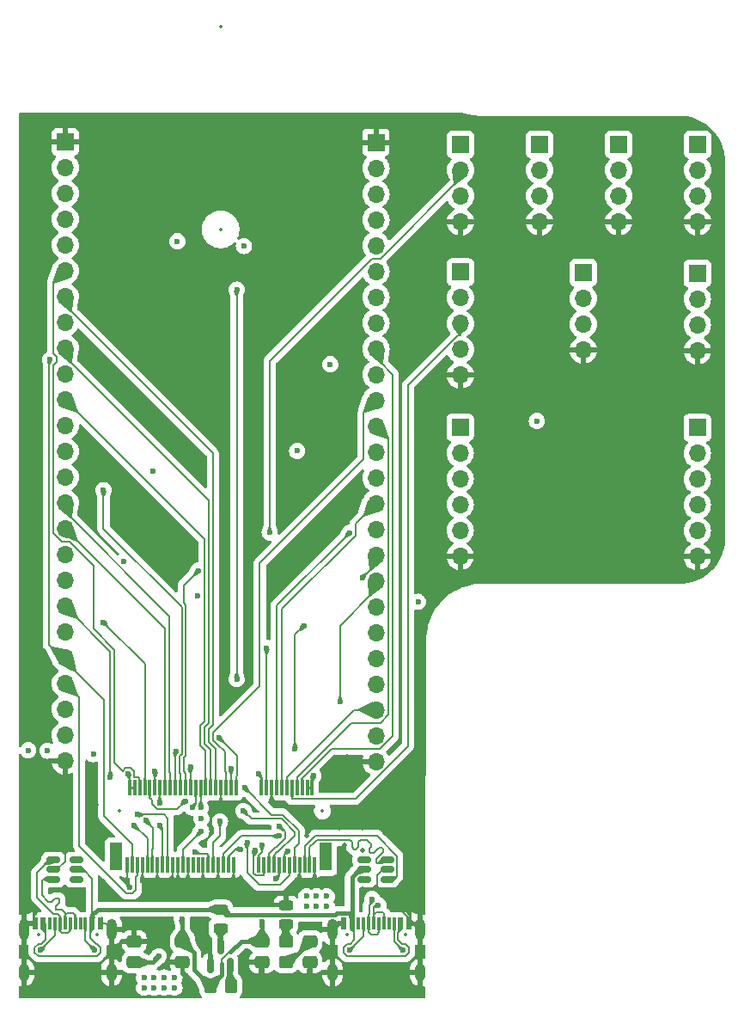
<source format=gbr>
%TF.GenerationSoftware,KiCad,Pcbnew,8.0.1-rc1*%
%TF.CreationDate,2024-08-22T21:46:05-04:00*%
%TF.ProjectId,MOBO_V1,4d4f424f-5f56-4312-9e6b-696361645f70,rev?*%
%TF.SameCoordinates,Original*%
%TF.FileFunction,Copper,L1,Top*%
%TF.FilePolarity,Positive*%
%FSLAX46Y46*%
G04 Gerber Fmt 4.6, Leading zero omitted, Abs format (unit mm)*
G04 Created by KiCad (PCBNEW 8.0.1-rc1) date 2024-08-22 21:46:05*
%MOMM*%
%LPD*%
G01*
G04 APERTURE LIST*
G04 Aperture macros list*
%AMRoundRect*
0 Rectangle with rounded corners*
0 $1 Rounding radius*
0 $2 $3 $4 $5 $6 $7 $8 $9 X,Y pos of 4 corners*
0 Add a 4 corners polygon primitive as box body*
4,1,4,$2,$3,$4,$5,$6,$7,$8,$9,$2,$3,0*
0 Add four circle primitives for the rounded corners*
1,1,$1+$1,$2,$3*
1,1,$1+$1,$4,$5*
1,1,$1+$1,$6,$7*
1,1,$1+$1,$8,$9*
0 Add four rect primitives between the rounded corners*
20,1,$1+$1,$2,$3,$4,$5,0*
20,1,$1+$1,$4,$5,$6,$7,0*
20,1,$1+$1,$6,$7,$8,$9,0*
20,1,$1+$1,$8,$9,$2,$3,0*%
G04 Aperture macros list end*
%TA.AperFunction,SMDPad,CuDef*%
%ADD10RoundRect,0.250000X0.350000X0.450000X-0.350000X0.450000X-0.350000X-0.450000X0.350000X-0.450000X0*%
%TD*%
%TA.AperFunction,ComponentPad*%
%ADD11R,1.700000X1.700000*%
%TD*%
%TA.AperFunction,ComponentPad*%
%ADD12O,1.700000X1.700000*%
%TD*%
%TA.AperFunction,SMDPad,CuDef*%
%ADD13RoundRect,0.250000X0.450000X-0.350000X0.450000X0.350000X-0.450000X0.350000X-0.450000X-0.350000X0*%
%TD*%
%TA.AperFunction,SMDPad,CuDef*%
%ADD14RoundRect,0.243750X-0.456250X0.243750X-0.456250X-0.243750X0.456250X-0.243750X0.456250X0.243750X0*%
%TD*%
%TA.AperFunction,SMDPad,CuDef*%
%ADD15RoundRect,0.150000X0.512500X0.150000X-0.512500X0.150000X-0.512500X-0.150000X0.512500X-0.150000X0*%
%TD*%
%TA.AperFunction,SMDPad,CuDef*%
%ADD16RoundRect,0.250000X0.475000X-0.337500X0.475000X0.337500X-0.475000X0.337500X-0.475000X-0.337500X0*%
%TD*%
%TA.AperFunction,SMDPad,CuDef*%
%ADD17RoundRect,0.150000X-0.512500X-0.150000X0.512500X-0.150000X0.512500X0.150000X-0.512500X0.150000X0*%
%TD*%
%TA.AperFunction,SMDPad,CuDef*%
%ADD18RoundRect,0.150000X0.150000X-0.587500X0.150000X0.587500X-0.150000X0.587500X-0.150000X-0.587500X0*%
%TD*%
%TA.AperFunction,SMDPad,CuDef*%
%ADD19R,0.600000X1.240000*%
%TD*%
%TA.AperFunction,SMDPad,CuDef*%
%ADD20R,0.300000X1.240000*%
%TD*%
%TA.AperFunction,ComponentPad*%
%ADD21O,1.000000X2.100000*%
%TD*%
%TA.AperFunction,ComponentPad*%
%ADD22O,1.000000X1.800000*%
%TD*%
%TA.AperFunction,SMDPad,CuDef*%
%ADD23RoundRect,0.250000X-0.475000X0.337500X-0.475000X-0.337500X0.475000X-0.337500X0.475000X0.337500X0*%
%TD*%
%TA.AperFunction,SMDPad,CuDef*%
%ADD24R,0.300000X1.550000*%
%TD*%
%TA.AperFunction,SMDPad,CuDef*%
%ADD25R,1.200000X2.750000*%
%TD*%
%TA.AperFunction,ViaPad*%
%ADD26C,0.500000*%
%TD*%
%TA.AperFunction,ViaPad*%
%ADD27C,0.600000*%
%TD*%
%TA.AperFunction,Conductor*%
%ADD28C,0.200000*%
%TD*%
%TA.AperFunction,Conductor*%
%ADD29C,0.400000*%
%TD*%
%ADD30C,0.300000*%
%ADD31C,0.350000*%
%ADD32O,0.600000X1.700000*%
%ADD33O,0.600000X1.400000*%
G04 APERTURE END LIST*
D10*
%TO.P,FB201,1*%
%TO.N,Net-(Q201-S)*%
X57550000Y-153850000D03*
%TO.P,FB201,2*%
%TO.N,VIN_PROTECTION*%
X55550000Y-153850000D03*
%TD*%
D11*
%TO.P,I2C_0,1,Pin_1*%
%TO.N,Vcc_3V3*%
X87983000Y-70950000D03*
D12*
%TO.P,I2C_0,2,Pin_2*%
%TO.N,I2C_SDA_0_TCA*%
X87983000Y-73490000D03*
%TO.P,I2C_0,3,Pin_3*%
%TO.N,I2C_SCL_0_TCA*%
X87983000Y-76030000D03*
%TO.P,I2C_0,4,Pin_4*%
%TO.N,GND*%
X87983000Y-78570000D03*
%TD*%
D13*
%TO.P,R201,1*%
%TO.N,Vcc_3V3*%
X62975000Y-151475000D03*
%TO.P,R201,2*%
%TO.N,Net-(D201-A)*%
X62975000Y-149475000D03*
%TD*%
D14*
%TO.P,F201,1*%
%TO.N,VBUS*%
X56537500Y-146287500D03*
%TO.P,F201,2*%
%TO.N,Net-(Q201-D)*%
X56537500Y-148162500D03*
%TD*%
D15*
%TO.P,U301,1,IO1*%
%TO.N,FT231_D-*%
X72975000Y-143325000D03*
%TO.P,U301,2,VN*%
%TO.N,GND*%
X72975000Y-142375000D03*
%TO.P,U301,3,IO2*%
%TO.N,FT231_D+*%
X72975000Y-141425000D03*
%TO.P,U301,4,IO3*%
%TO.N,unconnected-(U301-IO3-Pad4)*%
X70700000Y-141425000D03*
%TO.P,U301,5,VP*%
%TO.N,VBUS*%
X70700000Y-142375000D03*
%TO.P,U301,6,IO4*%
%TO.N,unconnected-(U301-IO4-Pad6)*%
X70700000Y-143325000D03*
%TD*%
D11*
%TO.P,\u00B5SD,1,Pin_1*%
%TO.N,+3.3V*%
X80150000Y-98800000D03*
D12*
%TO.P,\u00B5SD,2,Pin_2*%
%TO.N,SPI_5_ESP32*%
X80150000Y-101340000D03*
%TO.P,\u00B5SD,3,Pin_3*%
%TO.N,SPI_MOSI_ESP32*%
X80150000Y-103880000D03*
%TO.P,\u00B5SD,4,Pin_4*%
%TO.N,SPI_CLK_ESP32*%
X80150000Y-106420000D03*
%TO.P,\u00B5SD,5,Pin_5*%
%TO.N,SPI_MISO_ESP32*%
X80150000Y-108960000D03*
%TO.P,\u00B5SD,6,Pin_6*%
%TO.N,GND*%
X80150000Y-111500000D03*
%TD*%
D11*
%TO.P,I2C_1,1,Pin_1*%
%TO.N,Vcc_3V3*%
X95766000Y-70950000D03*
D12*
%TO.P,I2C_1,2,Pin_2*%
%TO.N,I2C_SDA_1_TCA*%
X95766000Y-73490000D03*
%TO.P,I2C_1,3,Pin_3*%
%TO.N,I2C_SCL_1_TCA*%
X95766000Y-76030000D03*
%TO.P,I2C_1,4,Pin_4*%
%TO.N,GND*%
X95766000Y-78570000D03*
%TD*%
D16*
%TO.P,C201,1*%
%TO.N,GND*%
X60600000Y-151512500D03*
%TO.P,C201,2*%
%TO.N,VIN_PROTECTION*%
X60600000Y-149437500D03*
%TD*%
D11*
%TO.P,I2S,1,Pin_1*%
%TO.N,Vcc_3V3*%
X80175000Y-83525000D03*
D12*
%TO.P,I2S,2,Pin_2*%
%TO.N,I2S_DIN{slash}DOUT*%
X80175000Y-86065000D03*
%TO.P,I2S,3,Pin_3*%
%TO.N,I2S_WS*%
X80175000Y-88605000D03*
%TO.P,I2S,4,Pin_4*%
%TO.N,I2S_BCLK*%
X80175000Y-91145000D03*
%TO.P,I2S,5,Pin_5*%
%TO.N,GND*%
X80175000Y-93685000D03*
%TD*%
D16*
%TO.P,C206,1*%
%TO.N,GND*%
X52775000Y-151512500D03*
%TO.P,C206,2*%
%TO.N,VIN_PROTECTION*%
X52775000Y-149437500D03*
%TD*%
D11*
%TO.P,Droite,1,Pin_1*%
%TO.N,GND*%
X71850000Y-70755000D03*
D12*
%TO.P,Droite,2,Pin_2*%
%TO.N,ADC_1*%
X71850000Y-73295000D03*
%TO.P,Droite,3,Pin_3*%
%TO.N,ADC_2*%
X71850000Y-75835000D03*
%TO.P,Droite,4,Pin_4*%
%TO.N,CHIP_EN*%
X71850000Y-78375000D03*
%TO.P,Droite,5,Pin_5*%
%TO.N,PWM_1*%
X71850000Y-80915000D03*
%TO.P,Droite,6,Pin_6*%
%TO.N,PWM_2*%
X71850000Y-83455000D03*
%TO.P,Droite,7,Pin_7*%
%TO.N,GPIO45*%
X71850000Y-85995000D03*
%TO.P,Droite,8,Pin_8*%
%TO.N,GPIO46*%
X71850000Y-88535000D03*
%TO.P,Droite,9,Pin_9*%
%TO.N,GPIO38_ADDRESSABLE_LED*%
X71850000Y-91075000D03*
%TO.P,Droite,10,Pin_10*%
%TO.N,GPIO47*%
X71850000Y-93615000D03*
%TO.P,Droite,11,Pin_11*%
%TO.N,GPIO48{slash}CAN_INT*%
X71850000Y-96155000D03*
%TO.P,Droite,12,Pin_12*%
%TO.N,I2S_BCLK*%
X71850000Y-98695000D03*
%TO.P,Droite,13,Pin_13*%
%TO.N,Vcc_3V3*%
X71850000Y-101235000D03*
%TO.P,Droite,14,Pin_14*%
%TO.N,Vcc_5V*%
X71850000Y-103775000D03*
%TO.P,Droite,15,Pin_15*%
%TO.N,I2C_SDA_2_TCA*%
X71850000Y-106315000D03*
%TO.P,Droite,16,Pin_16*%
%TO.N,I2C_SCL_2_TCA*%
X71850000Y-108855000D03*
%TO.P,Droite,17,Pin_17*%
%TO.N,I2C_SDA_3_TCA*%
X71850000Y-111395000D03*
%TO.P,Droite,18,Pin_18*%
%TO.N,I2C_SCL_3_TCA*%
X71850000Y-113935000D03*
%TO.P,Droite,19,Pin_19*%
%TO.N,SPI_6_ESP32*%
X71850000Y-116475000D03*
%TO.P,Droite,20,Pin_20*%
%TO.N,SPI_CLK_ESP32*%
X71850000Y-119015000D03*
%TO.P,Droite,21,Pin_21*%
%TO.N,SPI_MOSI_ESP32*%
X71850000Y-121555000D03*
%TO.P,Droite,22,Pin_22*%
%TO.N,SPI_MISO_ESP32*%
X71850000Y-124095000D03*
%TO.P,Droite,23,Pin_23*%
%TO.N,I2S_DIN{slash}DOUT*%
X71850000Y-126635000D03*
%TO.P,Droite,24,Pin_24*%
%TO.N,SUSCLK*%
X71850000Y-129175000D03*
%TO.P,Droite,25,Pin_25*%
%TO.N,GND*%
X71850000Y-131715000D03*
%TD*%
D17*
%TO.P,U302,1,IO1*%
%TO.N,DEBUG_D-*%
X40050000Y-141425000D03*
%TO.P,U302,2,VN*%
%TO.N,GND*%
X40050000Y-142375000D03*
%TO.P,U302,3,IO2*%
%TO.N,DEBUG_D+*%
X40050000Y-143325000D03*
%TO.P,U302,4,IO3*%
%TO.N,unconnected-(U302-IO3-Pad4)*%
X42325000Y-143325000D03*
%TO.P,U302,5,VP*%
%TO.N,VBUS*%
X42325000Y-142375000D03*
%TO.P,U302,6,IO4*%
%TO.N,unconnected-(U302-IO4-Pad6)*%
X42325000Y-141425000D03*
%TD*%
D16*
%TO.P,C205,1*%
%TO.N,GND*%
X65350000Y-151512500D03*
%TO.P,C205,2*%
%TO.N,Vcc_3V3*%
X65350000Y-149437500D03*
%TD*%
D11*
%TO.P,Gauche,1,Pin_1*%
%TO.N,GND*%
X41225000Y-70705000D03*
D12*
%TO.P,Gauche,2,Pin_2*%
%TO.N,DAC_1*%
X41225000Y-73245000D03*
%TO.P,Gauche,3,Pin_3*%
%TO.N,DAC_2*%
X41225000Y-75785000D03*
%TO.P,Gauche,4,Pin_4*%
%TO.N,RESET_OTHERS*%
X41225000Y-78325000D03*
%TO.P,Gauche,5,Pin_5*%
%TO.N,PWM_3*%
X41225000Y-80865000D03*
%TO.P,Gauche,6,Pin_6*%
%TO.N,PWM_4*%
X41225000Y-83405000D03*
%TO.P,Gauche,7,Pin_7*%
%TO.N,GPIO15*%
X41225000Y-85945000D03*
%TO.P,Gauche,8,Pin_8*%
%TO.N,GPIO16*%
X41225000Y-88485000D03*
%TO.P,Gauche,9,Pin_9*%
%TO.N,GPIO26*%
X41225000Y-91025000D03*
%TO.P,Gauche,10,Pin_10*%
%TO.N,GPIO33*%
X41225000Y-93565000D03*
%TO.P,Gauche,11,Pin_11*%
%TO.N,GPIO34*%
X41225000Y-96105000D03*
%TO.P,Gauche,12,Pin_12*%
%TO.N,I2S_WS*%
X41225000Y-98645000D03*
%TO.P,Gauche,13,Pin_13*%
%TO.N,Vcc_3V3*%
X41225000Y-101185000D03*
%TO.P,Gauche,14,Pin_14*%
%TO.N,Vcc_5V*%
X41225000Y-103725000D03*
%TO.P,Gauche,15,Pin_15*%
%TO.N,I2C_SDA_ESP32*%
X41225000Y-106265000D03*
%TO.P,Gauche,16,Pin_16*%
%TO.N,I2C_SCL_ESP32*%
X41225000Y-108805000D03*
%TO.P,Gauche,17,Pin_17*%
%TO.N,I2C_SDA_0_TCA*%
X41225000Y-111345000D03*
%TO.P,Gauche,18,Pin_18*%
%TO.N,I2C_SCL_0_TCA*%
X41225000Y-113885000D03*
%TO.P,Gauche,19,Pin_19*%
%TO.N,I2C_SDA_1_TCA*%
X41225000Y-116425000D03*
%TO.P,Gauche,20,Pin_20*%
%TO.N,I2C_SCL_1_TCA*%
X41225000Y-118965000D03*
%TO.P,Gauche,21,Pin_21*%
%TO.N,CAN_L*%
X41225000Y-121505000D03*
%TO.P,Gauche,22,Pin_22*%
%TO.N,CAN_H*%
X41225000Y-124045000D03*
%TO.P,Gauche,23,Pin_23*%
%TO.N,GPIO18_U1_RXD*%
X41225000Y-126585000D03*
%TO.P,Gauche,24,Pin_24*%
%TO.N,GPIO17_U1_TXD*%
X41225000Y-129125000D03*
%TO.P,Gauche,25,Pin_25*%
%TO.N,GND*%
X41225000Y-131665000D03*
%TD*%
D11*
%TO.P,UART,1,Pin_1*%
%TO.N,Vcc_3V3*%
X103525000Y-83645000D03*
D12*
%TO.P,UART,2,Pin_2*%
%TO.N,GPIO18_U1_RXD*%
X103525000Y-86185000D03*
%TO.P,UART,3,Pin_3*%
%TO.N,GPIO17_U1_TXD*%
X103525000Y-88725000D03*
%TO.P,UART,4,Pin_4*%
%TO.N,GND*%
X103525000Y-91265000D03*
%TD*%
D11*
%TO.P,I2C_0,1,Pin_1*%
%TO.N,Vcc_3V3*%
X80200000Y-70950000D03*
D12*
%TO.P,I2C_0,2,Pin_2*%
%TO.N,I2C_SDA_0_TCA*%
X80200000Y-73490000D03*
%TO.P,I2C_0,3,Pin_3*%
%TO.N,I2C_SCL_0_TCA*%
X80200000Y-76030000D03*
%TO.P,I2C_0,4,Pin_4*%
%TO.N,GND*%
X80200000Y-78570000D03*
%TD*%
D11*
%TO.P,SPI,1,Pin_1*%
%TO.N,+3.3V*%
X103525000Y-98850000D03*
D12*
%TO.P,SPI,2,Pin_2*%
%TO.N,SPI_6_ESP32*%
X103525000Y-101390000D03*
%TO.P,SPI,3,Pin_3*%
%TO.N,SPI_MOSI_ESP32*%
X103525000Y-103930000D03*
%TO.P,SPI,4,Pin_4*%
%TO.N,SPI_CLK_ESP32*%
X103525000Y-106470000D03*
%TO.P,SPI,5,Pin_5*%
%TO.N,SPI_MISO_ESP32*%
X103525000Y-109010000D03*
%TO.P,SPI,6,Pin_6*%
%TO.N,GND*%
X103525000Y-111550000D03*
%TD*%
D18*
%TO.P,Q201,1,G*%
%TO.N,GND*%
X55575000Y-151825000D03*
%TO.P,Q201,2,S*%
%TO.N,Net-(Q201-S)*%
X57475000Y-151825000D03*
%TO.P,Q201,3,D*%
%TO.N,Net-(Q201-D)*%
X56525000Y-149950000D03*
%TD*%
D14*
%TO.P,PWR_3V3,1,K*%
%TO.N,GND*%
X62975000Y-145912500D03*
%TO.P,PWR_3V3,2,A*%
%TO.N,Net-(D201-A)*%
X62975000Y-147787500D03*
%TD*%
D11*
%TO.P,CAN,1,Pin_1*%
%TO.N,Vcc_3V3*%
X92275000Y-83580000D03*
D12*
%TO.P,CAN,2,Pin_2*%
%TO.N,CAN_L*%
X92275000Y-86120000D03*
%TO.P,CAN,3,Pin_3*%
%TO.N,CAN_H*%
X92275000Y-88660000D03*
%TO.P,CAN,4,Pin_4*%
%TO.N,GND*%
X92275000Y-91200000D03*
%TD*%
D19*
%TO.P,UART_PROG,A1,GND*%
%TO.N,GND*%
X68695000Y-147675000D03*
%TO.P,UART_PROG,A4,VBUS*%
%TO.N,VBUS*%
X69495000Y-147675000D03*
D20*
%TO.P,UART_PROG,A5,CC1*%
%TO.N,Net-(J301-CC1)*%
X70645000Y-147675000D03*
%TO.P,UART_PROG,A6,D+*%
%TO.N,FT231_D+*%
X71645000Y-147675000D03*
%TO.P,UART_PROG,A7,D-*%
%TO.N,FT231_D-*%
X72145000Y-147675000D03*
%TO.P,UART_PROG,A8,SBU1*%
%TO.N,unconnected-(J301-SBU1-PadA8)*%
X73145000Y-147675000D03*
D19*
%TO.P,UART_PROG,A9,VBUS*%
%TO.N,VBUS*%
X74295000Y-147675000D03*
%TO.P,UART_PROG,A12,GND*%
%TO.N,GND*%
X75095000Y-147675000D03*
%TO.P,UART_PROG,B1,GND*%
X75095000Y-147675000D03*
%TO.P,UART_PROG,B4,VBUS*%
%TO.N,VBUS*%
X74295000Y-147675000D03*
D20*
%TO.P,UART_PROG,B5,CC2*%
%TO.N,Net-(J301-CC2)*%
X73645000Y-147675000D03*
%TO.P,UART_PROG,B6,D+*%
%TO.N,FT231_D+*%
X72645000Y-147675000D03*
%TO.P,UART_PROG,B7,D-*%
%TO.N,FT231_D-*%
X71145000Y-147675000D03*
%TO.P,UART_PROG,B8,SBU2*%
%TO.N,unconnected-(J301-SBU2-PadB8)*%
X70145000Y-147675000D03*
D19*
%TO.P,UART_PROG,B9,VBUS*%
%TO.N,VBUS*%
X69495000Y-147675000D03*
%TO.P,UART_PROG,B12,GND*%
%TO.N,GND*%
X68695000Y-147675000D03*
D21*
%TO.P,UART_PROG,S1,SHIELD*%
X67575000Y-148275000D03*
D22*
X67575000Y-152475000D03*
D21*
X76215000Y-148275000D03*
D22*
X76215000Y-152475000D03*
%TD*%
D23*
%TO.P,C202,1*%
%TO.N,GND*%
X48025000Y-149437500D03*
%TO.P,C202,2*%
%TO.N,Vcc_5V*%
X48025000Y-151512500D03*
%TD*%
D19*
%TO.P,DEBUG_USB,A1,GND*%
%TO.N,GND*%
X38275000Y-147675000D03*
%TO.P,DEBUG_USB,A4,VBUS*%
%TO.N,VBUS*%
X39075000Y-147675000D03*
D20*
%TO.P,DEBUG_USB,A5,CC1*%
%TO.N,Net-(J302-CC1)*%
X40225000Y-147675000D03*
%TO.P,DEBUG_USB,A6,D+*%
%TO.N,DEBUG_D+*%
X41225000Y-147675000D03*
%TO.P,DEBUG_USB,A7,D-*%
%TO.N,DEBUG_D-*%
X41725000Y-147675000D03*
%TO.P,DEBUG_USB,A8,SBU1*%
%TO.N,unconnected-(J302-SBU1-PadA8)*%
X42725000Y-147675000D03*
D19*
%TO.P,DEBUG_USB,A9,VBUS*%
%TO.N,VBUS*%
X43875000Y-147675000D03*
%TO.P,DEBUG_USB,A12,GND*%
%TO.N,GND*%
X44675000Y-147675000D03*
%TO.P,DEBUG_USB,B1,GND*%
X44675000Y-147675000D03*
%TO.P,DEBUG_USB,B4,VBUS*%
%TO.N,VBUS*%
X43875000Y-147675000D03*
D20*
%TO.P,DEBUG_USB,B5,CC2*%
%TO.N,Net-(J302-CC2)*%
X43225000Y-147675000D03*
%TO.P,DEBUG_USB,B6,D+*%
%TO.N,DEBUG_D+*%
X42225000Y-147675000D03*
%TO.P,DEBUG_USB,B7,D-*%
%TO.N,DEBUG_D-*%
X40725000Y-147675000D03*
%TO.P,DEBUG_USB,B8,SBU2*%
%TO.N,unconnected-(J302-SBU2-PadB8)*%
X39725000Y-147675000D03*
D19*
%TO.P,DEBUG_USB,B9,VBUS*%
%TO.N,VBUS*%
X39075000Y-147675000D03*
%TO.P,DEBUG_USB,B12,GND*%
%TO.N,GND*%
X38275000Y-147675000D03*
D21*
%TO.P,DEBUG_USB,S1,SHIELD*%
X37155000Y-148275000D03*
D22*
X37155000Y-152475000D03*
D21*
X45795000Y-148275000D03*
D22*
X45795000Y-152475000D03*
%TD*%
D11*
%TO.P,I2C_1,1,Pin_1*%
%TO.N,Vcc_3V3*%
X103549000Y-70950000D03*
D12*
%TO.P,I2C_1,2,Pin_2*%
%TO.N,I2C_SDA_1_TCA*%
X103549000Y-73490000D03*
%TO.P,I2C_1,3,Pin_3*%
%TO.N,I2C_SCL_1_TCA*%
X103549000Y-76030000D03*
%TO.P,I2C_1,4,Pin_4*%
%TO.N,GND*%
X103549000Y-78570000D03*
%TD*%
D24*
%TO.P,J101,1,GND*%
%TO.N,GND*%
X65825000Y-141875000D03*
%TO.P,J101,2,Vcc_3v3*%
%TO.N,Vcc_3V3*%
X65575000Y-134325000D03*
%TO.P,J101,3,USB_D+_FT231*%
%TO.N,FT231_D+*%
X65325000Y-141875000D03*
%TO.P,J101,4,Vcc_3v3*%
%TO.N,Vcc_3V3*%
X65075000Y-134325000D03*
%TO.P,J101,5,USB_D-_FT231*%
%TO.N,FT231_D-*%
X64825000Y-141875000D03*
%TO.P,J101,6,GPIO38&LED*%
%TO.N,GPIO38_ADDRESSABLE_LED*%
X64575000Y-134325000D03*
%TO.P,J101,7,GND*%
%TO.N,GND*%
X64325000Y-141875000D03*
%TO.P,J101,8,I2S_BCLK*%
%TO.N,I2S_BCLK*%
X64075000Y-134325000D03*
%TO.P,J101,9,I2C_SDA_1_TCA*%
%TO.N,I2C_SDA_0_TCA*%
X63825000Y-141875000D03*
%TO.P,J101,10,I2S_WS*%
%TO.N,I2S_WS*%
X63575000Y-134325000D03*
%TO.P,J101,11,I2C_SCL_1_TCA*%
%TO.N,I2C_SCL_0_TCA*%
X63325000Y-141875000D03*
%TO.P,J101,12,I2S_DIN/DOUT*%
%TO.N,I2S_DIN{slash}DOUT*%
X63075000Y-134325000D03*
%TO.P,J101,13,I2C_SDA_2_TCA*%
%TO.N,I2C_SDA_1_TCA*%
X62825000Y-141875000D03*
%TO.P,J101,14,I2C_SDA_3_TCA*%
%TO.N,I2C_SDA_2_TCA*%
X62575000Y-134325000D03*
%TO.P,J101,15,I2C_SCL_2_TCA*%
%TO.N,I2C_SCL_1_TCA*%
X62325000Y-141875000D03*
%TO.P,J101,16,I2C_SCL_3_TCA*%
%TO.N,I2C_SCL_2_TCA*%
X62075000Y-134325000D03*
%TO.P,J101,17,I2C_SDA_4_TCA*%
%TO.N,I2C_SDA_3_TCA*%
X61825000Y-141875000D03*
%TO.P,J101,18,GND*%
%TO.N,GND*%
X61575000Y-134325000D03*
%TO.P,J101,19,I2C_SCL_4_TCA*%
%TO.N,I2C_SCL_3_TCA*%
X61325000Y-141875000D03*
%TO.P,J101,20,SPI_CS_5*%
%TO.N,SPI_5_ESP32*%
X61075000Y-134325000D03*
%TO.P,J101,21,SPI_CS_6*%
%TO.N,SPI_6_ESP32*%
X60825000Y-141875000D03*
%TO.P,J101,22,UART_TX*%
%TO.N,GPIO17_U1_TXD*%
X60575000Y-134325000D03*
%TO.P,J101,23,SPI_CLK*%
%TO.N,SPI_CLK_ESP32*%
X60325000Y-141875000D03*
%TO.P,J101,32,UART_RX*%
%TO.N,GPIO18_U1_RXD*%
X58075000Y-134325000D03*
%TO.P,J101,33,GND*%
%TO.N,GND*%
X57825000Y-141875000D03*
%TO.P,J101,34,GPIO47*%
%TO.N,GPIO47*%
X57575000Y-134325000D03*
%TO.P,J101,35,SPI_MOSI*%
%TO.N,SPI_MOSI_ESP32*%
X57325000Y-141875000D03*
%TO.P,J101,36,GPIO48*%
%TO.N,GPIO48{slash}CAN_INT*%
X57075000Y-134325000D03*
%TO.P,J101,37,SPI_MISO*%
%TO.N,SPI_MISO_ESP32*%
X56825000Y-141875000D03*
%TO.P,J101,38,GND*%
%TO.N,GND*%
X56575000Y-134325000D03*
%TO.P,J101,39,GND*%
X56325000Y-141875000D03*
%TO.P,J101,40,GPIO15*%
%TO.N,GPIO15*%
X56075000Y-134325000D03*
%TO.P,J101,41,GPIO16*%
%TO.N,GPIO16*%
X55825000Y-141875000D03*
%TO.P,J101,42,GPIO26*%
%TO.N,GPIO26*%
X55575000Y-134325000D03*
%TO.P,J101,43,GPIO33*%
%TO.N,GPIO33*%
X55325000Y-141875000D03*
%TO.P,J101,44,GPIO34*%
%TO.N,GPIO34*%
X55075000Y-134325000D03*
%TO.P,J101,45,GND*%
%TO.N,GND*%
X54825000Y-141875000D03*
%TO.P,J101,46,USB_DEBUG_D-*%
%TO.N,DEBUG_D-*%
X54575000Y-134325000D03*
%TO.P,J101,47,REFCLKn/NC*%
%TO.N,unconnected-(J101L-REFCLKn{slash}NC-Pad47)*%
X54325000Y-141875000D03*
%TO.P,J101,48,USB_DEBUG_D+*%
%TO.N,DEBUG_D+*%
X54075000Y-134325000D03*
%TO.P,J101,49,REFCLKp/NC*%
%TO.N,unconnected-(J101L-REFCLKp{slash}NC-Pad49)*%
X53825000Y-141875000D03*
%TO.P,J101,50,SUSCLK*%
%TO.N,SUSCLK*%
X53575000Y-134325000D03*
%TO.P,J101,51,GND*%
%TO.N,GND*%
X53325000Y-141875000D03*
%TO.P,J101,52,GPIO45*%
%TO.N,GPIO45*%
X53075000Y-134325000D03*
%TO.P,J101,53,GPIO46*%
%TO.N,GPIO46*%
X52825000Y-141875000D03*
%TO.P,J101,54,RESET_AUTRES*%
%TO.N,RESET_OTHERS*%
X52575000Y-134325000D03*
%TO.P,J101,55,GND*%
%TO.N,GND*%
X52325000Y-141875000D03*
%TO.P,J101,56,RESET_ESP32*%
%TO.N,CHIP_EN*%
X52075000Y-134325000D03*
%TO.P,J101,57,GND*%
%TO.N,GND*%
X51825000Y-141875000D03*
%TO.P,J101,58,I2C_SDA_ESP32*%
%TO.N,I2C_SDA_ESP32*%
X51575000Y-134325000D03*
%TO.P,J101,59,DAC_1_MCP48*%
%TO.N,DAC_1*%
X51325000Y-141875000D03*
%TO.P,J101,60,I2C_SCL_ESP32*%
%TO.N,I2C_SCL_ESP32*%
X51075000Y-134325000D03*
%TO.P,J101,61,DAC_2_MCP48*%
%TO.N,DAC_2*%
X50825000Y-141875000D03*
%TO.P,J101,62,GND*%
%TO.N,GND*%
X50575000Y-134325000D03*
%TO.P,J101,63,GND*%
X50325000Y-141875000D03*
%TO.P,J101,64,PWM_1_PCA*%
%TO.N,PWM_1*%
X50075000Y-134325000D03*
%TO.P,J101,65,ADC_1_MCP3202*%
%TO.N,ADC_1*%
X49825000Y-141875000D03*
%TO.P,J101,66,PWM_2_PCA*%
%TO.N,PWM_2*%
X49575000Y-134325000D03*
%TO.P,J101,67,ADC_2_MCP3202*%
%TO.N,ADC_2*%
X49325000Y-141875000D03*
%TO.P,J101,68,PWM_3_PCA*%
%TO.N,PWM_3*%
X49075000Y-134325000D03*
%TO.P,J101,69,GND*%
%TO.N,GND*%
X48825000Y-141875000D03*
%TO.P,J101,70,PWM_4_PCA*%
%TO.N,PWM_4*%
X48575000Y-134325000D03*
%TO.P,J101,71,CAN_H_MCP2515*%
%TO.N,CAN_H*%
X48325000Y-141875000D03*
%TO.P,J101,72,Vcc_3v3*%
%TO.N,Vcc_3V3*%
X48075000Y-134325000D03*
%TO.P,J101,73,CAN_L_MCP2515*%
%TO.N,CAN_L*%
X47825000Y-141875000D03*
%TO.P,J101,74,Vcc_3v3*%
%TO.N,Vcc_3V3*%
X47575000Y-134325000D03*
%TO.P,J101,75,GND*%
%TO.N,GND*%
X47325000Y-141875000D03*
D25*
%TO.P,J101,S1*%
%TO.N,N/C*%
X66925000Y-141100000D03*
%TO.P,J101,S2*%
X46225000Y-141100000D03*
%TD*%
D26*
%TO.N,GND*%
X69000000Y-131250000D03*
X65000000Y-139000000D03*
X68750000Y-140000000D03*
X70500000Y-140500000D03*
X70500000Y-144250000D03*
X74250000Y-144250000D03*
X74750000Y-142500000D03*
X74500000Y-140000000D03*
X72750000Y-138750000D03*
X70500000Y-138250000D03*
X68250000Y-138250000D03*
X53250000Y-138500000D03*
X52250000Y-139500000D03*
X46250000Y-145250000D03*
X42250000Y-145250000D03*
X45000000Y-143500000D03*
X44250000Y-136000000D03*
X44750000Y-138750000D03*
X104185000Y-96165000D03*
X104185000Y-93625000D03*
X104185000Y-80925000D03*
X101645000Y-111405000D03*
X101645000Y-98705000D03*
X101645000Y-96165000D03*
X101645000Y-93625000D03*
X101645000Y-80925000D03*
X101645000Y-78385000D03*
X99105000Y-111405000D03*
X99105000Y-101245000D03*
X99105000Y-98705000D03*
X99105000Y-96165000D03*
X99105000Y-86005000D03*
X99105000Y-80925000D03*
X99105000Y-78385000D03*
X96565000Y-111405000D03*
X96565000Y-101245000D03*
X96565000Y-98705000D03*
X96565000Y-96165000D03*
X96565000Y-88545000D03*
X96565000Y-86005000D03*
X96565000Y-80925000D03*
X94025000Y-111405000D03*
X94025000Y-101245000D03*
X94025000Y-98705000D03*
X94025000Y-96165000D03*
X94025000Y-93625000D03*
X94025000Y-91085000D03*
X94025000Y-88545000D03*
X94025000Y-86005000D03*
X94025000Y-80925000D03*
X94025000Y-78385000D03*
X94025000Y-73305000D03*
X91485000Y-111405000D03*
X91485000Y-101245000D03*
X91485000Y-80925000D03*
X91485000Y-75845000D03*
X91485000Y-73305000D03*
X88945000Y-111405000D03*
X88945000Y-96165000D03*
X88945000Y-93625000D03*
X88945000Y-91085000D03*
X88945000Y-88545000D03*
X88945000Y-86005000D03*
X86405000Y-111405000D03*
X86405000Y-101245000D03*
X86405000Y-96165000D03*
X86405000Y-93625000D03*
X86405000Y-91085000D03*
X86405000Y-88545000D03*
X86405000Y-86005000D03*
X86405000Y-80925000D03*
X83865000Y-111405000D03*
X83865000Y-101245000D03*
X83865000Y-98705000D03*
X83865000Y-96165000D03*
X83865000Y-93625000D03*
X83865000Y-91085000D03*
X83865000Y-88545000D03*
X83865000Y-86005000D03*
X83865000Y-80925000D03*
X83865000Y-78385000D03*
X81325000Y-80925000D03*
X78785000Y-96165000D03*
X76245000Y-141885000D03*
X76245000Y-139345000D03*
X76245000Y-136805000D03*
X76245000Y-134265000D03*
X76245000Y-131725000D03*
X76245000Y-129185000D03*
X76245000Y-126645000D03*
X76245000Y-124105000D03*
X76245000Y-121565000D03*
X76245000Y-119025000D03*
X76245000Y-101245000D03*
X76245000Y-98705000D03*
X76245000Y-91085000D03*
X76245000Y-88545000D03*
X76245000Y-83465000D03*
X76245000Y-80925000D03*
X76245000Y-75845000D03*
X76245000Y-73305000D03*
X76245000Y-70765000D03*
X73705000Y-136805000D03*
X73705000Y-134265000D03*
X73705000Y-86005000D03*
X73705000Y-83465000D03*
X73705000Y-78385000D03*
X73705000Y-75845000D03*
X73705000Y-73305000D03*
X73705000Y-70765000D03*
X71165000Y-152045000D03*
X71165000Y-136805000D03*
X68625000Y-141885000D03*
X68625000Y-106325000D03*
X68625000Y-98705000D03*
X68625000Y-73305000D03*
X68625000Y-70765000D03*
X66085000Y-108865000D03*
X66085000Y-75845000D03*
X66085000Y-73305000D03*
X66085000Y-70765000D03*
X63545000Y-78385000D03*
X63545000Y-75845000D03*
X63545000Y-73305000D03*
X63545000Y-70765000D03*
X61005000Y-75845000D03*
X61005000Y-73305000D03*
X61005000Y-70765000D03*
X58465000Y-75845000D03*
X58465000Y-73305000D03*
X58465000Y-70765000D03*
X55925000Y-86005000D03*
X55925000Y-75845000D03*
X55925000Y-73305000D03*
X55925000Y-70765000D03*
X53385000Y-88545000D03*
X53385000Y-83465000D03*
X53385000Y-78385000D03*
X53385000Y-75845000D03*
X53385000Y-73305000D03*
X53385000Y-70765000D03*
X50845000Y-86005000D03*
X50845000Y-78385000D03*
X50845000Y-75845000D03*
X50845000Y-73305000D03*
X50845000Y-70765000D03*
X48305000Y-108865000D03*
X48305000Y-106325000D03*
X48305000Y-96165000D03*
X48305000Y-88545000D03*
X48305000Y-80925000D03*
X48305000Y-78385000D03*
X48305000Y-75845000D03*
X48305000Y-73305000D03*
X48305000Y-70765000D03*
X45765000Y-80925000D03*
X45765000Y-78385000D03*
X45765000Y-75845000D03*
X45765000Y-73305000D03*
X45765000Y-70765000D03*
X43225000Y-78385000D03*
X43225000Y-75845000D03*
X43225000Y-73305000D03*
X43225000Y-70765000D03*
X40685000Y-152045000D03*
X38145000Y-139345000D03*
X38145000Y-136805000D03*
X38145000Y-134265000D03*
X38145000Y-73305000D03*
X38145000Y-70765000D03*
X48000000Y-149500000D03*
D27*
%TO.N,Vcc_3V3*%
X67000000Y-146000000D03*
X66000000Y-146000000D03*
X65000000Y-146000000D03*
X65000000Y-145000000D03*
X66000000Y-145000000D03*
X67000000Y-145000000D03*
%TO.N,Vcc_5V*%
X52000000Y-154000000D03*
X51000000Y-154000000D03*
X50000000Y-154000000D03*
X49000000Y-154000000D03*
X52000000Y-153000000D03*
X51000000Y-153000000D03*
X50000000Y-153000000D03*
X49000000Y-153000000D03*
%TO.N,GND*%
X64000000Y-154000000D03*
X63000000Y-154000000D03*
X62000000Y-154000000D03*
X64000000Y-153000000D03*
X63000000Y-153000000D03*
X62000000Y-153000000D03*
X55400000Y-149950000D03*
%TO.N,Net-(J302-CC2)*%
X44125000Y-150275000D03*
%TO.N,Net-(J302-CC1)*%
X38825000Y-150275000D03*
%TO.N,Net-(J301-CC2)*%
X74500000Y-150300000D03*
%TO.N,Net-(J301-CC1)*%
X69275000Y-150300000D03*
%TO.N,PWM_2*%
X53068800Y-135613500D03*
%TO.N,I2C_SCL_1_TCA*%
X62001800Y-143273300D03*
X58132100Y-123597100D03*
X58132100Y-85251900D03*
%TO.N,SPI_MOSI_ESP32*%
X58471200Y-140357100D03*
%TO.N,SPI_MISO_ESP32*%
X62282900Y-139059200D03*
%TO.N,I2C_SCL_0_TCA*%
X46987000Y-112013000D03*
X52284400Y-80506100D03*
X59152800Y-139675300D03*
X54649000Y-137336200D03*
X54315700Y-115395300D03*
%TO.N,ADC_2*%
X48000000Y-138000000D03*
%TO.N,DAC_2*%
X50512700Y-138022600D03*
X39485000Y-130658800D03*
%TO.N,SPI_6_ESP32*%
X59944300Y-140505700D03*
%TO.N,PWM_3*%
X45000000Y-118000000D03*
%TO.N,FT231_D-*%
X71491000Y-145276000D03*
X72975000Y-143325000D03*
%TO.N,I2C_SCL_3_TCA*%
X62335100Y-138081100D03*
X68329400Y-125837300D03*
%TO.N,GPIO17_U1_TXD*%
X60279900Y-132921200D03*
X64091200Y-101140700D03*
%TO.N,I2C_SCL_2_TCA*%
X69222900Y-109214400D03*
%TO.N,GPIO46*%
X54614850Y-138614850D03*
%TO.N,SUSCLK*%
X53575000Y-132290700D03*
%TO.N,I2C_SDA_0_TCA*%
X61387700Y-109177200D03*
X58944300Y-134333500D03*
%TO.N,RESET_OTHERS*%
X45000000Y-105000000D03*
%TO.N,GPIO45*%
X54367600Y-112931900D03*
%TO.N,DEBUG_D-*%
X40050000Y-141425000D03*
X54575000Y-136275000D03*
%TO.N,I2C_SDA_3_TCA*%
X70491400Y-113636800D03*
X58796800Y-136591200D03*
%TO.N,CHIP_EN*%
X52126700Y-130703100D03*
%TO.N,I2C_SDA_1_TCA*%
X63132700Y-140576700D03*
X45677600Y-133243900D03*
X87704800Y-98192900D03*
%TO.N,DEBUG_D+*%
X53750700Y-136251000D03*
X40050000Y-143325000D03*
%TO.N,PWM_1*%
X50075000Y-132692400D03*
X58845800Y-80960500D03*
%TO.N,SPI_CLK_ESP32*%
X60637100Y-139966000D03*
%TO.N,SPI_5_ESP32*%
X61075000Y-120537100D03*
%TO.N,GPIO16*%
X56483000Y-137608800D03*
X44000000Y-131000000D03*
%TO.N,CAN_H*%
X76000000Y-116000000D03*
%TO.N,CAN_L*%
X39753300Y-92144200D03*
%TO.N,GPIO47*%
X57574900Y-132456900D03*
X64753000Y-118369500D03*
X63878700Y-130522600D03*
%TO.N,FT231_D+*%
X72092000Y-145877000D03*
X72950000Y-141425000D03*
%TO.N,GPIO33*%
X54009026Y-140601158D03*
%TO.N,DAC_1*%
X48337500Y-136951400D03*
X37584100Y-130618700D03*
%TO.N,GPIO18_U1_RXD*%
X56376500Y-129389200D03*
X67352800Y-92607200D03*
%TO.N,ADC_1*%
X49190334Y-137551400D03*
%TO.N,Vcc_3V3*%
X65700000Y-133125000D03*
X47450000Y-132950000D03*
X65350000Y-149438000D03*
X49877900Y-103119800D03*
%TO.N,Vcc_5V*%
X50450000Y-150900000D03*
%TO.N,VIN_PROTECTION*%
X52725000Y-147238000D03*
X60637500Y-147500000D03*
%TO.N,GND*%
X65825000Y-143375000D03*
X64325000Y-143375000D03*
X57825000Y-143375000D03*
X56325000Y-143375000D03*
X54800000Y-143450000D03*
X53325000Y-143400000D03*
X52375000Y-143450000D03*
X51675000Y-143425000D03*
X50350000Y-143400000D03*
X48850000Y-143425000D03*
X47574300Y-144124000D03*
X61600000Y-135675000D03*
X56550000Y-135800000D03*
X50550000Y-135775000D03*
X60550000Y-152450000D03*
X48125000Y-147238000D03*
X53100000Y-152900000D03*
X65325000Y-152525000D03*
X62975000Y-145912000D03*
%TD*%
D28*
%TO.N,I2C_SDA_0_TCA*%
X61387700Y-92274100D02*
X61387700Y-109177200D01*
X71476800Y-82185000D02*
X61387700Y-92274100D01*
X72300700Y-82185000D02*
X71476800Y-82185000D01*
X80200000Y-74285700D02*
X72300700Y-82185000D01*
X80200000Y-73490000D02*
X80200000Y-74285700D01*
%TO.N,ADC_2*%
X49325000Y-139325000D02*
X49325000Y-141875000D01*
X48000000Y-138000000D02*
X49325000Y-139325000D01*
D29*
%TO.N,GND*%
X48000000Y-149500000D02*
X48025000Y-149437500D01*
D28*
%TO.N,I2S_WS*%
X79906500Y-89756700D02*
X80175000Y-89756700D01*
X75000000Y-130217000D02*
X75000000Y-94663200D01*
X69815300Y-135401700D02*
X75000000Y-130217000D01*
X63575000Y-135401700D02*
X69815300Y-135401700D01*
X63575000Y-134325000D02*
X63575000Y-135401700D01*
X75000000Y-94663200D02*
X79906500Y-89756700D01*
X80175000Y-89756700D02*
X80175000Y-88605000D01*
%TO.N,DAC_2*%
X50825000Y-138334900D02*
X50825000Y-141875000D01*
X50512700Y-138022600D02*
X50825000Y-138334900D01*
%TO.N,DAC_1*%
X51325000Y-137325000D02*
X51325000Y-141875000D01*
X50951400Y-136951400D02*
X51325000Y-137325000D01*
X48337500Y-136951400D02*
X50951400Y-136951400D01*
%TO.N,ADC_1*%
X49912700Y-140336500D02*
X49825000Y-140424200D01*
X49912700Y-138273766D02*
X49912700Y-140336500D01*
X49190334Y-137551400D02*
X49912700Y-138273766D01*
X49825000Y-140424200D02*
X49825000Y-141875000D01*
%TO.N,GPIO33*%
X55325000Y-140850000D02*
X55325000Y-141875000D01*
X55275000Y-140800000D02*
X55325000Y-140850000D01*
X54250000Y-140800000D02*
X55275000Y-140800000D01*
X54009026Y-140601158D02*
X54051158Y-140601158D01*
X54051158Y-140601158D02*
X54250000Y-140800000D01*
%TO.N,GPIO46*%
X52825000Y-140404700D02*
X52825000Y-141875000D01*
X54614850Y-138614850D02*
X52825000Y-140404700D01*
%TO.N,PWM_3*%
X49075000Y-122075000D02*
X49075000Y-134325000D01*
X45000000Y-118000000D02*
X49075000Y-122075000D01*
%TO.N,PWM_4*%
X48525000Y-134275000D02*
X48575000Y-134325000D01*
X48525000Y-133250000D02*
X48525000Y-134275000D01*
X47201471Y-132350000D02*
X47698529Y-132350000D01*
X47698529Y-132350000D02*
X48050000Y-132701471D01*
X46900736Y-132650736D02*
X47201471Y-132350000D01*
X46077600Y-131827600D02*
X46900736Y-132650736D01*
X48050000Y-133198529D02*
X47998529Y-133250000D01*
X46077600Y-120711915D02*
X46077600Y-131827600D01*
X48050000Y-132701471D02*
X48050000Y-133198529D01*
X44000000Y-112450000D02*
X44000000Y-118634314D01*
X41625000Y-110075000D02*
X44000000Y-112450000D01*
X40023100Y-109237600D02*
X40860500Y-110075000D01*
X47998529Y-133250000D02*
X48525000Y-133250000D01*
X40860500Y-110075000D02*
X41625000Y-110075000D01*
X40355000Y-92393400D02*
X40023100Y-92725300D01*
X40355000Y-91895000D02*
X40355000Y-92393400D01*
X44000000Y-118634314D02*
X46077600Y-120711915D01*
X40021600Y-84608400D02*
X40021600Y-91561600D01*
X40023100Y-92725300D02*
X40023100Y-109237600D01*
X40021600Y-91561600D02*
X40355000Y-91895000D01*
X41225000Y-83405000D02*
X40021600Y-84608400D01*
%TO.N,RESET_OTHERS*%
X52496300Y-132888200D02*
X52575000Y-132966900D01*
X52496300Y-131184400D02*
X52496300Y-132888200D01*
X52728400Y-130952300D02*
X52496300Y-131184400D01*
X52728400Y-116531700D02*
X52728400Y-130952300D01*
X45000000Y-108803300D02*
X52728400Y-116531700D01*
X52575000Y-132966900D02*
X52575000Y-134325000D01*
X45000000Y-105000000D02*
X45000000Y-108803300D01*
%TO.N,GND*%
X55575000Y-150125000D02*
X55400000Y-149950000D01*
X55575000Y-151825000D02*
X55575000Y-150125000D01*
%TO.N,GPIO34*%
X54569500Y-130137400D02*
X55075000Y-130642900D01*
X55075000Y-130642900D02*
X55075000Y-134325000D01*
X54971200Y-127805100D02*
X54569500Y-128206800D01*
X54971200Y-109851200D02*
X54971200Y-127805100D01*
X41225000Y-96105000D02*
X54971200Y-109851200D01*
X54569500Y-128206800D02*
X54569500Y-130137400D01*
%TO.N,I2C_SDA_ESP32*%
X51575000Y-132842500D02*
X51575000Y-134325000D01*
X51521000Y-117401600D02*
X51521000Y-132788500D01*
X41225000Y-107105600D02*
X51521000Y-117401600D01*
X51521000Y-132788500D02*
X51575000Y-132842500D01*
X41225000Y-106265000D02*
X41225000Y-107105600D01*
%TO.N,I2C_SDA_1_TCA*%
X45677600Y-120877600D02*
X45677600Y-133243900D01*
X41225000Y-116425000D02*
X45677600Y-120877600D01*
%TO.N,CAN_L*%
X47825000Y-139877000D02*
X47825000Y-141875000D01*
X45065300Y-137117300D02*
X47825000Y-139877000D01*
X45065300Y-125646500D02*
X45065300Y-137117300D01*
X41225000Y-121806200D02*
X45065300Y-125646500D01*
%TO.N,CAN_H*%
X42614800Y-125434800D02*
X41225000Y-124045000D01*
X47282300Y-144735300D02*
X42614800Y-140067800D01*
X48207500Y-144388500D02*
X47860700Y-144735300D01*
X42614800Y-140067800D02*
X42614800Y-125434800D01*
X48325000Y-142951700D02*
X48207500Y-143069200D01*
X48207500Y-143069200D02*
X48207500Y-144388500D01*
X48325000Y-141875000D02*
X48325000Y-142951700D01*
X47860700Y-144735300D02*
X47282300Y-144735300D01*
%TO.N,I2C_SCL_3_TCA*%
X68329400Y-118338800D02*
X68329400Y-125837300D01*
X71575000Y-114210000D02*
X71575000Y-115093200D01*
X71850000Y-113935000D02*
X71575000Y-114210000D01*
X71575000Y-115093200D02*
X68329400Y-118338800D01*
%TO.N,I2C_SDA_3_TCA*%
X71850000Y-112278200D02*
X70491400Y-113636800D01*
X71850000Y-111395000D02*
X71850000Y-112278200D01*
%TO.N,I2C_SDA_2_TCA*%
X69824600Y-109463600D02*
X62575000Y-116713200D01*
X71850000Y-106315000D02*
X69824600Y-108340400D01*
X69824600Y-108340400D02*
X69824600Y-109463600D01*
X62575000Y-116713200D02*
X62575000Y-134325000D01*
%TO.N,I2S_BCLK*%
X64075000Y-133248300D02*
X64075000Y-134325000D01*
X72272000Y-127905000D02*
X69418300Y-127905000D01*
X73058300Y-127118700D02*
X72272000Y-127905000D01*
X69418300Y-127905000D02*
X64075000Y-133248300D01*
X73058300Y-99903300D02*
X73058300Y-127118700D01*
X71850000Y-98695000D02*
X73058300Y-99903300D01*
%TO.N,GPIO48{slash}CAN_INT*%
X57075000Y-132807800D02*
X57075000Y-134325000D01*
X56973200Y-132706000D02*
X57075000Y-132807800D01*
X56973200Y-130766400D02*
X56973200Y-132706000D01*
X56263100Y-130056300D02*
X56973200Y-130766400D01*
X60411400Y-124268900D02*
X55774600Y-128905700D01*
X60411400Y-112183800D02*
X60411400Y-124268900D01*
X55774600Y-129638500D02*
X56192400Y-130056300D01*
X70660200Y-101935000D02*
X60411400Y-112183800D01*
X70660200Y-97344800D02*
X70660200Y-101935000D01*
X56192400Y-130056300D02*
X56263100Y-130056300D01*
X71850000Y-96155000D02*
X70660200Y-97344800D01*
X55774600Y-128905700D02*
X55774600Y-129638500D01*
%TO.N,GPIO38_ADDRESSABLE_LED*%
X64575000Y-133339600D02*
X64575000Y-134325000D01*
X73503100Y-129187000D02*
X72245100Y-130445000D01*
X67469600Y-130445000D02*
X64575000Y-133339600D01*
X73503100Y-93611300D02*
X73503100Y-129187000D01*
X72245100Y-130445000D02*
X67469600Y-130445000D01*
X72200000Y-92308200D02*
X73503100Y-93611300D01*
X71850000Y-91075000D02*
X72200000Y-91425000D01*
X72200000Y-91425000D02*
X72200000Y-92308200D01*
%TO.N,GPIO15*%
X55372900Y-128539500D02*
X55372900Y-129804800D01*
X55774600Y-128137800D02*
X55372900Y-128539500D01*
X55774600Y-101358400D02*
X55774600Y-128137800D01*
X55372900Y-129804800D02*
X56075000Y-130506900D01*
X56075000Y-130506900D02*
X56075000Y-134325000D01*
X41225000Y-86808800D02*
X55774600Y-101358400D01*
X41225000Y-85945000D02*
X41225000Y-86808800D01*
%TO.N,GPIO26*%
X54971200Y-128373100D02*
X54971200Y-129971100D01*
X55372900Y-127971400D02*
X54971200Y-128373100D01*
X54971200Y-129971100D02*
X55575000Y-130574900D01*
X55372900Y-106036700D02*
X55372900Y-127971400D01*
X41225000Y-91888800D02*
X55372900Y-106036700D01*
X55575000Y-130574900D02*
X55575000Y-134325000D01*
X41225000Y-91025000D02*
X41225000Y-91888800D01*
%TO.N,Net-(J302-CC2)*%
X43225000Y-149375000D02*
X44125000Y-150275000D01*
X43225000Y-147675000D02*
X43225000Y-149375000D01*
%TO.N,Net-(J302-CC1)*%
X40225000Y-148875000D02*
X38825000Y-150275000D01*
X40225000Y-147675000D02*
X40225000Y-148875000D01*
%TO.N,Net-(J301-CC2)*%
X73645000Y-149445000D02*
X74500000Y-150300000D01*
X73645000Y-147675000D02*
X73645000Y-149445000D01*
%TO.N,Net-(J301-CC1)*%
X70650000Y-148925000D02*
X69275000Y-150300000D01*
X70650000Y-147680000D02*
X70650000Y-148925000D01*
X70645000Y-147675000D02*
X70650000Y-147680000D01*
%TO.N,PWM_2*%
X49575000Y-135321600D02*
X49575000Y-134325000D01*
X49760700Y-135507300D02*
X49575000Y-135321600D01*
X49760700Y-135872400D02*
X49760700Y-135507300D01*
X50318300Y-136430000D02*
X49760700Y-135872400D01*
X52252300Y-136430000D02*
X50318300Y-136430000D01*
X53068800Y-135613500D02*
X52252300Y-136430000D01*
%TO.N,I2C_SCL_ESP32*%
X51075000Y-118655000D02*
X41225000Y-108805000D01*
X51075000Y-134325000D02*
X51075000Y-118655000D01*
%TO.N,I2C_SCL_1_TCA*%
X62325000Y-141875000D02*
X62325000Y-142951700D01*
X58132100Y-123597100D02*
X58132100Y-85251900D01*
X62003400Y-143273300D02*
X62001800Y-143273300D01*
X62325000Y-142951700D02*
X62003400Y-143273300D01*
%TO.N,SPI_MOSI_ESP32*%
X57991200Y-140357100D02*
X58471200Y-140357100D01*
X57325000Y-141023300D02*
X57991200Y-140357100D01*
X57325000Y-141875000D02*
X57325000Y-141023300D01*
%TO.N,I2S_DIN{slash}DOUT*%
X63075000Y-134325000D02*
X63075000Y-133248300D01*
X69688300Y-126635000D02*
X71850000Y-126635000D01*
X63075000Y-133248300D02*
X69688300Y-126635000D01*
%TO.N,SPI_MISO_ESP32*%
X56825000Y-141875000D02*
X56825000Y-140798300D01*
X58564100Y-139059200D02*
X56825000Y-140798300D01*
X62282900Y-139059200D02*
X58564100Y-139059200D01*
%TO.N,I2C_SCL_0_TCA*%
X59152800Y-142669100D02*
X59152800Y-139675300D01*
X60358800Y-143875100D02*
X59152800Y-142669100D01*
X62401600Y-143875100D02*
X60358800Y-143875100D01*
X63325000Y-142951700D02*
X62401600Y-143875100D01*
X63325000Y-141875000D02*
X63325000Y-142951700D01*
%TO.N,SPI_6_ESP32*%
X60825000Y-141875000D02*
X60825000Y-142951700D01*
X59819900Y-140630100D02*
X59944300Y-140505700D01*
X59819900Y-142750500D02*
X59819900Y-140630100D01*
X60021100Y-142951700D02*
X59819900Y-142750500D01*
X60825000Y-142951700D02*
X60021100Y-142951700D01*
%TO.N,FT231_D-*%
X71491000Y-145559000D02*
X71491000Y-145276000D01*
X71170000Y-145880000D02*
X71491000Y-145559000D01*
X71170000Y-146720000D02*
X71170000Y-145880000D01*
X71145000Y-146745000D02*
X71170000Y-146720000D01*
X71145000Y-147675000D02*
X71145000Y-146745000D01*
X71145000Y-148545000D02*
X71145000Y-147675000D01*
X71350000Y-148750000D02*
X71145000Y-148545000D01*
X71940000Y-148750000D02*
X71350000Y-148750000D01*
X72145000Y-148545000D02*
X71940000Y-148750000D01*
X72145000Y-147675000D02*
X72145000Y-148545000D01*
X64825000Y-140059000D02*
X64825000Y-141875000D01*
X65859300Y-139025000D02*
X64825000Y-140059000D01*
X71950000Y-139025000D02*
X65859300Y-139025000D01*
X73950000Y-141025000D02*
X71950000Y-139025000D01*
X73950000Y-143012000D02*
X73950000Y-141025000D01*
X73637500Y-143325000D02*
X73950000Y-143012000D01*
X72975000Y-143325000D02*
X73637500Y-143325000D01*
%TO.N,I2C_SCL_3_TCA*%
X61325000Y-141875000D02*
X61325000Y-140798300D01*
X62023200Y-140100100D02*
X61325000Y-140798300D01*
X62106600Y-140100100D02*
X62023200Y-140100100D01*
X62905600Y-139301100D02*
X62106600Y-140100100D01*
X62905600Y-138651600D02*
X62905600Y-139301100D01*
X62335100Y-138081100D02*
X62905600Y-138651600D01*
%TO.N,GPIO17_U1_TXD*%
X60575000Y-134325000D02*
X60575000Y-133248300D01*
X60279900Y-132953200D02*
X60279900Y-132921200D01*
X60575000Y-133248300D02*
X60279900Y-132953200D01*
%TO.N,I2C_SCL_2_TCA*%
X62075000Y-116362300D02*
X69222900Y-109214400D01*
X62075000Y-134325000D02*
X62075000Y-116362300D01*
%TO.N,SUSCLK*%
X53575000Y-134325000D02*
X53575000Y-132290700D01*
%TO.N,I2C_SDA_0_TCA*%
X61575900Y-136965100D02*
X58944300Y-134333500D01*
X62699100Y-136965100D02*
X61575900Y-136965100D01*
X64226700Y-138492700D02*
X62699100Y-136965100D01*
X64226700Y-139813700D02*
X64226700Y-138492700D01*
X63825000Y-140215400D02*
X64226700Y-139813700D01*
X63825000Y-141875000D02*
X63825000Y-140215400D01*
%TO.N,GPIO45*%
X53075000Y-132898900D02*
X53075000Y-134325000D01*
X52898000Y-132721900D02*
X53075000Y-132898900D01*
X52898000Y-131350700D02*
X52898000Y-132721900D01*
X53130100Y-131118600D02*
X52898000Y-131350700D01*
X53130100Y-116365400D02*
X53130100Y-131118600D01*
X52893500Y-116128800D02*
X53130100Y-116365400D01*
X52893500Y-114406000D02*
X52893500Y-116128800D01*
X54367600Y-112931900D02*
X52893500Y-114406000D01*
%TO.N,DEBUG_D-*%
X54575000Y-136275000D02*
X54575000Y-134325000D01*
X39696900Y-141425000D02*
X40050000Y-141425000D01*
X38475000Y-142647000D02*
X39696900Y-141425000D01*
X38475000Y-145093000D02*
X38475000Y-142647000D01*
X40086800Y-146705000D02*
X38475000Y-145093000D01*
X40480000Y-146705000D02*
X40086800Y-146705000D01*
X40725000Y-146950000D02*
X40480000Y-146705000D01*
X40725000Y-147675000D02*
X40725000Y-146950000D01*
X41725000Y-148375000D02*
X41725000Y-147675000D01*
X41505000Y-148595000D02*
X41725000Y-148375000D01*
X40895000Y-148595000D02*
X41505000Y-148595000D01*
X40725000Y-148425000D02*
X40895000Y-148595000D01*
X40725000Y-147675000D02*
X40725000Y-148425000D01*
%TO.N,I2C_SDA_3_TCA*%
X61825000Y-140948700D02*
X61825000Y-141875000D01*
X62108200Y-140665500D02*
X61825000Y-140948700D01*
X62192900Y-140665500D02*
X62108200Y-140665500D01*
X63825000Y-139033400D02*
X62192900Y-140665500D01*
X63825000Y-138659000D02*
X63825000Y-139033400D01*
X62532800Y-137366800D02*
X63825000Y-138659000D01*
X59572400Y-137366800D02*
X62532800Y-137366800D01*
X58796800Y-136591200D02*
X59572400Y-137366800D01*
%TO.N,CHIP_EN*%
X52075000Y-130754800D02*
X52126700Y-130703100D01*
X52075000Y-134325000D02*
X52075000Y-130754800D01*
%TO.N,I2C_SDA_1_TCA*%
X62825000Y-141875000D02*
X62825000Y-140798300D01*
X62911100Y-140798300D02*
X63132700Y-140576700D01*
X62825000Y-140798300D02*
X62911100Y-140798300D01*
%TO.N,DEBUG_D+*%
X54075000Y-135926000D02*
X54075000Y-134325000D01*
X53750700Y-136251000D02*
X54075000Y-135926000D01*
X42225000Y-146875000D02*
X42225000Y-147675000D01*
X42000000Y-146650000D02*
X42225000Y-146875000D01*
X41380000Y-146650000D02*
X42000000Y-146650000D01*
X41225000Y-146805000D02*
X41380000Y-146650000D01*
X41225000Y-147675000D02*
X41225000Y-146805000D01*
X39025000Y-143325000D02*
X40050000Y-143325000D01*
X38925000Y-143425000D02*
X39025000Y-143325000D01*
X38925000Y-144907000D02*
X38925000Y-143425000D01*
X39474700Y-145456000D02*
X38925000Y-144907000D01*
X39559500Y-145541000D02*
X39474700Y-145456000D01*
X39899000Y-145541000D02*
X39559500Y-145541000D01*
X40250500Y-145190000D02*
X39899000Y-145541000D01*
X40589900Y-145190000D02*
X40250500Y-145190000D01*
X40674700Y-145275000D02*
X40589900Y-145190000D01*
X40674700Y-145614000D02*
X40674700Y-145275000D01*
X40323200Y-145966000D02*
X40674700Y-145614000D01*
X40323200Y-146305000D02*
X40323200Y-145966000D01*
X40861400Y-146305000D02*
X40323200Y-146305000D01*
X41200000Y-146644000D02*
X40861400Y-146305000D01*
X41200000Y-147650000D02*
X41200000Y-146644000D01*
X41225000Y-147675000D02*
X41200000Y-147650000D01*
%TO.N,PWM_1*%
X50075000Y-134325000D02*
X50075000Y-132692400D01*
%TO.N,SPI_CLK_ESP32*%
X60637100Y-140663800D02*
X60637100Y-139966000D01*
X60325000Y-140975900D02*
X60637100Y-140663800D01*
X60325000Y-141875000D02*
X60325000Y-140975900D01*
%TO.N,SPI_5_ESP32*%
X61075000Y-134325000D02*
X61075000Y-120537100D01*
%TO.N,GPIO16*%
X56483000Y-139064000D02*
X56483000Y-137608800D01*
X55825000Y-139722000D02*
X56483000Y-139064000D01*
X55825000Y-141875000D02*
X55825000Y-139722000D01*
%TO.N,CAN_L*%
X41225000Y-121505000D02*
X41225000Y-121806200D01*
X39621400Y-92276100D02*
X39753300Y-92144200D01*
X39621400Y-120202600D02*
X39621400Y-92276100D01*
X41225000Y-121806200D02*
X39621400Y-120202600D01*
%TO.N,GPIO47*%
X57575000Y-132457000D02*
X57574900Y-132456900D01*
X57575000Y-134325000D02*
X57575000Y-132457000D01*
X63878700Y-119243800D02*
X63878700Y-130522600D01*
X64753000Y-118369500D02*
X63878700Y-119243800D01*
%TO.N,FT231_D+*%
X72975000Y-141425000D02*
X72950000Y-141425000D01*
X71809200Y-145877000D02*
X72092000Y-145877000D01*
X71620000Y-146066000D02*
X71809200Y-145877000D01*
X71620000Y-146720000D02*
X71620000Y-146066000D01*
X71645000Y-146745000D02*
X71620000Y-146720000D01*
X71645000Y-146805000D02*
X71645000Y-146745000D01*
X65325000Y-140125000D02*
X65325000Y-141875000D01*
X65761600Y-139688000D02*
X65325000Y-140125000D01*
X66025000Y-139425000D02*
X65761600Y-139688000D01*
X69245000Y-139425000D02*
X66025000Y-139425000D01*
X69485000Y-139665000D02*
X69245000Y-139425000D01*
X69485000Y-140112000D02*
X69485000Y-139665000D01*
X69725000Y-140352000D02*
X69485000Y-140112000D01*
X69845000Y-140352000D02*
X69725000Y-140352000D01*
X70085000Y-140112000D02*
X69845000Y-140352000D01*
X70085000Y-139665000D02*
X70085000Y-140112000D01*
X70325000Y-139425000D02*
X70085000Y-139665000D01*
X70975000Y-139425000D02*
X70325000Y-139425000D01*
X71252900Y-139703000D02*
X70975000Y-139425000D01*
X71337800Y-139788000D02*
X71252900Y-139703000D01*
X71337800Y-140127000D02*
X71337800Y-139788000D01*
X71198300Y-140267000D02*
X71337800Y-140127000D01*
X71198300Y-140606000D02*
X71198300Y-140267000D01*
X71283200Y-140691000D02*
X71198300Y-140606000D01*
X71622600Y-140691000D02*
X71283200Y-140691000D01*
X71931800Y-140382000D02*
X71622600Y-140691000D01*
X72100200Y-140213000D02*
X71931800Y-140382000D01*
X72437100Y-140213000D02*
X72100200Y-140213000D01*
X72524500Y-140301000D02*
X72437100Y-140213000D01*
X72524500Y-140638000D02*
X72524500Y-140301000D01*
X72356000Y-140806000D02*
X72524500Y-140638000D01*
X72186300Y-140976000D02*
X72356000Y-140806000D01*
X71870100Y-141292000D02*
X72186300Y-140976000D01*
X71870100Y-141631000D02*
X71870100Y-141292000D01*
X71954900Y-141716000D02*
X71870100Y-141631000D01*
X72294400Y-141716000D02*
X71954900Y-141716000D01*
X72610600Y-141400000D02*
X72294400Y-141716000D01*
X72950000Y-141400000D02*
X72610600Y-141400000D01*
X72950000Y-141425000D02*
X72950000Y-141400000D01*
X71645000Y-147675000D02*
X71645000Y-146805000D01*
X71645000Y-147675000D02*
X71645000Y-146805000D01*
X72645000Y-146720000D02*
X72645000Y-147675000D01*
X72525000Y-146600000D02*
X72645000Y-146720000D01*
X71850000Y-146600000D02*
X72525000Y-146600000D01*
X71645000Y-146805000D02*
X71850000Y-146600000D01*
%TO.N,GPIO18_U1_RXD*%
X58176600Y-131189300D02*
X56376500Y-129389200D01*
X58176600Y-133146700D02*
X58176600Y-131189300D01*
X58075000Y-133248300D02*
X58176600Y-133146700D01*
X58075000Y-134325000D02*
X58075000Y-133248300D01*
D29*
%TO.N,Net-(Q201-S)*%
X57475000Y-153775000D02*
X57550000Y-153850000D01*
X57475000Y-151825000D02*
X57475000Y-153775000D01*
%TO.N,VBUS*%
X70205500Y-142375000D02*
X70700000Y-142375000D01*
X69495000Y-143086000D02*
X70205500Y-142375000D01*
X69495000Y-146755000D02*
X69495000Y-143086000D01*
X69495000Y-146755000D02*
X69495000Y-147675000D01*
D28*
X42987500Y-142375000D02*
X42325000Y-142375000D01*
X43875000Y-143263000D02*
X42987500Y-142375000D01*
X43875000Y-146855000D02*
X43875000Y-143263000D01*
X69695000Y-147875000D02*
X69495000Y-147675000D01*
X69695000Y-149314000D02*
X69695000Y-147875000D01*
X69309300Y-149700000D02*
X69695000Y-149314000D01*
X69026500Y-149700000D02*
X69309300Y-149700000D01*
X68675000Y-150051000D02*
X69026500Y-149700000D01*
X68675000Y-150549000D02*
X68675000Y-150051000D01*
X69026500Y-150900000D02*
X68675000Y-150549000D01*
X74748500Y-150900000D02*
X69026500Y-150900000D01*
X75100000Y-150549000D02*
X74748500Y-150900000D01*
X75100000Y-150051000D02*
X75100000Y-150549000D01*
X74748500Y-149700000D02*
X75100000Y-150051000D01*
X74465700Y-149700000D02*
X74748500Y-149700000D01*
X74045000Y-149279000D02*
X74465700Y-149700000D01*
X74045000Y-148580000D02*
X74045000Y-149279000D01*
X74295000Y-148330000D02*
X74045000Y-148580000D01*
X74295000Y-147675000D02*
X74295000Y-148330000D01*
X43690000Y-147860000D02*
X43875000Y-147675000D01*
X43690000Y-149075000D02*
X43690000Y-147860000D01*
X44290400Y-149675000D02*
X43690000Y-149075000D01*
X44373500Y-149675000D02*
X44290400Y-149675000D01*
X44725000Y-150026000D02*
X44373500Y-149675000D01*
X44725000Y-150524000D02*
X44725000Y-150026000D01*
X44373500Y-150875000D02*
X44725000Y-150524000D01*
X38576500Y-150875000D02*
X44373500Y-150875000D01*
X38225000Y-150524000D02*
X38576500Y-150875000D01*
X38225000Y-150026000D02*
X38225000Y-150524000D01*
X38576500Y-149675000D02*
X38225000Y-150026000D01*
X38859300Y-149675000D02*
X38576500Y-149675000D01*
X39275000Y-149259000D02*
X38859300Y-149675000D01*
X39275000Y-147875000D02*
X39275000Y-149259000D01*
X39075000Y-147675000D02*
X39275000Y-147875000D01*
X43875000Y-147675000D02*
X43875000Y-146855000D01*
D29*
X43875000Y-147675000D02*
X43875000Y-146855000D01*
D28*
X56537500Y-146287500D02*
X56537500Y-146288000D01*
D29*
X44442500Y-146288000D02*
X56537500Y-146288000D01*
X43875000Y-146855000D02*
X44442500Y-146288000D01*
X69395000Y-146655000D02*
X69495000Y-146755000D01*
X67995000Y-146655000D02*
X69395000Y-146655000D01*
X67850000Y-146800000D02*
X67995000Y-146655000D01*
X57050000Y-146800000D02*
X67850000Y-146800000D01*
X56537500Y-146288000D02*
X57050000Y-146800000D01*
%TO.N,Net-(Q201-D)*%
X56537500Y-148162000D02*
X56537500Y-148162500D01*
X56537500Y-149938000D02*
X56525000Y-149950000D01*
X56537500Y-148162500D02*
X56537500Y-149938000D01*
%TO.N,Net-(D201-A)*%
X62975000Y-149475000D02*
X62975000Y-147788000D01*
D28*
X62975000Y-147787500D02*
X62975000Y-147788000D01*
%TO.N,Vcc_3V3*%
X65575000Y-133250000D02*
X65700000Y-133125000D01*
X65575000Y-134325000D02*
X65575000Y-133250000D01*
X65075000Y-134325000D02*
X65575000Y-134325000D01*
X47575000Y-133075000D02*
X47450000Y-132950000D01*
X47575000Y-134325000D02*
X47575000Y-133075000D01*
X47575000Y-134325000D02*
X48075000Y-134325000D01*
D29*
X63312500Y-151475000D02*
X65350000Y-149438000D01*
X62975000Y-151475000D02*
X63312500Y-151475000D01*
D28*
X65350000Y-149438000D02*
X65350000Y-149437500D01*
D29*
%TO.N,Vcc_5V*%
X48025000Y-151512000D02*
X48025500Y-151512000D01*
X49837500Y-151512000D02*
X50450000Y-150900000D01*
X48025500Y-151512000D02*
X49837500Y-151512000D01*
D28*
X48025500Y-151512000D02*
X48025000Y-151512500D01*
D29*
%TO.N,VIN_PROTECTION*%
X60600000Y-149438000D02*
X60600000Y-149437500D01*
X58587500Y-149438000D02*
X60600000Y-149438000D01*
X57525000Y-150500000D02*
X58587500Y-149438000D01*
X60600000Y-147538000D02*
X60637500Y-147500000D01*
X60600000Y-149437500D02*
X60600000Y-147538000D01*
D28*
X57421900Y-150500000D02*
X57525000Y-150500000D01*
X56675000Y-151247000D02*
X57421900Y-150500000D01*
X56675000Y-151625000D02*
X56675000Y-151247000D01*
D29*
X56675000Y-152725000D02*
X56675000Y-151625000D01*
X55550000Y-153850000D02*
X56675000Y-152725000D01*
X52775000Y-149438000D02*
X52775000Y-149437500D01*
X53900000Y-150562000D02*
X52775000Y-149438000D01*
X53900000Y-152200000D02*
X53900000Y-150562000D01*
X55550000Y-153850000D02*
X53900000Y-152200000D01*
X52775000Y-147288000D02*
X52725000Y-147238000D01*
X52775000Y-149437500D02*
X52775000Y-147288000D01*
D28*
%TO.N,GND*%
X65825000Y-141875000D02*
X65825000Y-143375000D01*
X64325000Y-141875000D02*
X64325000Y-143375000D01*
X57825000Y-141875000D02*
X57825000Y-143375000D01*
X56325000Y-141875000D02*
X56325000Y-143375000D01*
X54825000Y-143425000D02*
X54800000Y-143450000D01*
X54825000Y-141875000D02*
X54825000Y-143425000D01*
X53325000Y-141875000D02*
X53325000Y-143400000D01*
X52325000Y-143400000D02*
X52325000Y-141875000D01*
X52375000Y-143450000D02*
X52325000Y-143400000D01*
X51825000Y-143275000D02*
X51825000Y-141875000D01*
X51675000Y-143425000D02*
X51825000Y-143275000D01*
X50325000Y-143375000D02*
X50350000Y-143400000D01*
X50325000Y-141875000D02*
X50325000Y-143375000D01*
X48825000Y-143400000D02*
X48850000Y-143425000D01*
X48825000Y-141875000D02*
X48825000Y-143400000D01*
X47325000Y-143875000D02*
X47574300Y-144124000D01*
X47325000Y-141875000D02*
X47325000Y-143875000D01*
X61575000Y-135650000D02*
X61600000Y-135675000D01*
X61575000Y-134325000D02*
X61575000Y-135650000D01*
X56575000Y-135775000D02*
X56550000Y-135800000D01*
X56575000Y-134325000D02*
X56575000Y-135775000D01*
X50575000Y-135750000D02*
X50550000Y-135775000D01*
X50575000Y-134325000D02*
X50575000Y-135750000D01*
D29*
X68175000Y-147675000D02*
X67575000Y-148275000D01*
X68695000Y-147675000D02*
X68175000Y-147675000D01*
X60600000Y-152400000D02*
X60550000Y-152450000D01*
X60600000Y-151512500D02*
X60600000Y-152400000D01*
D28*
X37755000Y-147675000D02*
X37155000Y-148275000D01*
X38275000Y-147675000D02*
X37755000Y-147675000D01*
D29*
X48025000Y-147338000D02*
X48125000Y-147238000D01*
X48025000Y-149437500D02*
X48025000Y-147338000D01*
D28*
X45195000Y-147675000D02*
X45795000Y-148275000D01*
X44675000Y-147675000D02*
X45195000Y-147675000D01*
D29*
X52775000Y-151512000D02*
X52775000Y-151512500D01*
X52775000Y-152575000D02*
X53100000Y-152900000D01*
X52775000Y-151512500D02*
X52775000Y-152575000D01*
X48025000Y-149438000D02*
X48000000Y-149500000D01*
X60600000Y-151512000D02*
X60600000Y-151512500D01*
X65350000Y-151512000D02*
X65350000Y-151512500D01*
X65350000Y-152500000D02*
X65325000Y-152525000D01*
X65350000Y-151512500D02*
X65350000Y-152500000D01*
X75095000Y-147675000D02*
X75515000Y-147675000D01*
X75615000Y-147675000D02*
X76215000Y-148275000D01*
X75515000Y-147675000D02*
X75615000Y-147675000D01*
D28*
X72588300Y-142375000D02*
X72975000Y-142375000D01*
X72005100Y-142958200D02*
X72588300Y-142375000D01*
X72005100Y-144037700D02*
X72005100Y-142958200D01*
X75515000Y-147547600D02*
X72005100Y-144037700D01*
X75515000Y-147675000D02*
X75515000Y-147547600D01*
X40425900Y-142375000D02*
X40050000Y-142375000D01*
X41225000Y-141575900D02*
X40425900Y-142375000D01*
X41225000Y-131665000D02*
X41225000Y-141575900D01*
X62975000Y-145912000D02*
X62975000Y-145912500D01*
%TD*%
%TA.AperFunction,Conductor*%
%TO.N,GND*%
G36*
X76465000Y-149794862D02*
G01*
X76506689Y-149786570D01*
X76547882Y-149769507D01*
X76617352Y-149762037D01*
X76679831Y-149793311D01*
X76715485Y-149853399D01*
X76719336Y-149884499D01*
X76715395Y-151014731D01*
X76695477Y-151081702D01*
X76642514Y-151127272D01*
X76573321Y-151136975D01*
X76543944Y-151128860D01*
X76506691Y-151113429D01*
X76506683Y-151113427D01*
X76465000Y-151105135D01*
X76465000Y-151908011D01*
X76455060Y-151890795D01*
X76399205Y-151834940D01*
X76330796Y-151795444D01*
X76254496Y-151775000D01*
X76175504Y-151775000D01*
X76099204Y-151795444D01*
X76030795Y-151834940D01*
X75974940Y-151890795D01*
X75965000Y-151908011D01*
X75965000Y-151105136D01*
X75964999Y-151105135D01*
X75923316Y-151113427D01*
X75923308Y-151113429D01*
X75741328Y-151188807D01*
X75741315Y-151188814D01*
X75577537Y-151298248D01*
X75577533Y-151298251D01*
X75438251Y-151437533D01*
X75438248Y-151437537D01*
X75328814Y-151601315D01*
X75328807Y-151601328D01*
X75253430Y-151783306D01*
X75253427Y-151783318D01*
X75215000Y-151976504D01*
X75215000Y-152225000D01*
X75915000Y-152225000D01*
X75915000Y-152725000D01*
X75215000Y-152725000D01*
X75215000Y-152973495D01*
X75253427Y-153166681D01*
X75253430Y-153166693D01*
X75328807Y-153348671D01*
X75328814Y-153348684D01*
X75438248Y-153512462D01*
X75438251Y-153512466D01*
X75577533Y-153651748D01*
X75577537Y-153651751D01*
X75741315Y-153761185D01*
X75741328Y-153761192D01*
X75923308Y-153836569D01*
X75965000Y-153844862D01*
X75965000Y-153041988D01*
X75974940Y-153059205D01*
X76030795Y-153115060D01*
X76099204Y-153154556D01*
X76175504Y-153175000D01*
X76254496Y-153175000D01*
X76330796Y-153154556D01*
X76399205Y-153115060D01*
X76455060Y-153059205D01*
X76465000Y-153041988D01*
X76465000Y-153844862D01*
X76506687Y-153836570D01*
X76533742Y-153825364D01*
X76603212Y-153817895D01*
X76665691Y-153849170D01*
X76701344Y-153909258D01*
X76705195Y-153940357D01*
X76701673Y-154950551D01*
X76681755Y-155017522D01*
X76628792Y-155063092D01*
X76577598Y-155074119D01*
X58497545Y-155063108D01*
X58430518Y-155043383D01*
X58384795Y-154990551D01*
X58374894Y-154921386D01*
X58403958Y-154857848D01*
X58409912Y-154851455D01*
X58492712Y-154768656D01*
X58584814Y-154619334D01*
X58639999Y-154452797D01*
X58650500Y-154350009D01*
X58650499Y-153349992D01*
X58650365Y-153348684D01*
X58639999Y-153247203D01*
X58639998Y-153247200D01*
X58584814Y-153080666D01*
X58554248Y-153031110D01*
X58548782Y-153020512D01*
X58548585Y-153020613D01*
X58546577Y-153016671D01*
X58491900Y-152925973D01*
X58289860Y-152590826D01*
X58272108Y-152523253D01*
X58272439Y-152517080D01*
X58272596Y-152515072D01*
X58272598Y-152515069D01*
X58275500Y-152478194D01*
X58275500Y-151762500D01*
X59375001Y-151762500D01*
X59375001Y-151899986D01*
X59385494Y-152002697D01*
X59440641Y-152169119D01*
X59440643Y-152169124D01*
X59532684Y-152318345D01*
X59656654Y-152442315D01*
X59805875Y-152534356D01*
X59805880Y-152534358D01*
X59972302Y-152589505D01*
X59972309Y-152589506D01*
X60075019Y-152599999D01*
X60349999Y-152599999D01*
X60350000Y-152599998D01*
X60350000Y-151762500D01*
X59375001Y-151762500D01*
X58275500Y-151762500D01*
X58275500Y-151171806D01*
X58272598Y-151134931D01*
X58270834Y-151128860D01*
X58226745Y-150977106D01*
X58226745Y-150977105D01*
X58226744Y-150977104D01*
X58226744Y-150977102D01*
X58205805Y-150941696D01*
X58188622Y-150873976D01*
X58210781Y-150807713D01*
X58224877Y-150790875D01*
X58841246Y-150174798D01*
X58902577Y-150141328D01*
X58928906Y-150138500D01*
X59129873Y-150138500D01*
X59184974Y-150151415D01*
X59337376Y-150227011D01*
X59634664Y-150374475D01*
X59685974Y-150421900D01*
X59703499Y-150489536D01*
X59681675Y-150555910D01*
X59661571Y-150577384D01*
X59661763Y-150577576D01*
X59532684Y-150706654D01*
X59440643Y-150855875D01*
X59440641Y-150855880D01*
X59385494Y-151022302D01*
X59385493Y-151022309D01*
X59375000Y-151125013D01*
X59375000Y-151262500D01*
X60726000Y-151262500D01*
X60793039Y-151282185D01*
X60838794Y-151334989D01*
X60850000Y-151386500D01*
X60850000Y-152599999D01*
X61124972Y-152599999D01*
X61124986Y-152599998D01*
X61227697Y-152589505D01*
X61394119Y-152534358D01*
X61394124Y-152534356D01*
X61543345Y-152442315D01*
X61667317Y-152318343D01*
X61701877Y-152262312D01*
X61753824Y-152215587D01*
X61822786Y-152204364D01*
X61886869Y-152232207D01*
X61912955Y-152262312D01*
X61932286Y-152293654D01*
X61932288Y-152293656D01*
X62056344Y-152417712D01*
X62205666Y-152509814D01*
X62372203Y-152564999D01*
X62474991Y-152575500D01*
X63475008Y-152575499D01*
X63475016Y-152575498D01*
X63475019Y-152575498D01*
X63531302Y-152569748D01*
X63577797Y-152564999D01*
X63744334Y-152509814D01*
X63893656Y-152417712D01*
X64017712Y-152293656D01*
X64037046Y-152262311D01*
X64088989Y-152215588D01*
X64157952Y-152204364D01*
X64222035Y-152232206D01*
X64248122Y-152262311D01*
X64282684Y-152318345D01*
X64406654Y-152442315D01*
X64555875Y-152534356D01*
X64555880Y-152534358D01*
X64722302Y-152589505D01*
X64722309Y-152589506D01*
X64825019Y-152599999D01*
X65099999Y-152599999D01*
X65100000Y-152599998D01*
X65100000Y-151386500D01*
X65119685Y-151319461D01*
X65172489Y-151273706D01*
X65224000Y-151262500D01*
X65476000Y-151262500D01*
X65543039Y-151282185D01*
X65588794Y-151334989D01*
X65600000Y-151386500D01*
X65600000Y-152599999D01*
X65874972Y-152599999D01*
X65874986Y-152599998D01*
X65977697Y-152589505D01*
X66144119Y-152534358D01*
X66144124Y-152534356D01*
X66293345Y-152442315D01*
X66417315Y-152318345D01*
X66438560Y-152283903D01*
X66490508Y-152237178D01*
X66544099Y-152225000D01*
X67275000Y-152225000D01*
X67275000Y-152725000D01*
X66575000Y-152725000D01*
X66575000Y-152973495D01*
X66613427Y-153166681D01*
X66613430Y-153166693D01*
X66688807Y-153348671D01*
X66688814Y-153348684D01*
X66798248Y-153512462D01*
X66798251Y-153512466D01*
X66937533Y-153651748D01*
X66937537Y-153651751D01*
X67101315Y-153761185D01*
X67101328Y-153761192D01*
X67283308Y-153836569D01*
X67325000Y-153844862D01*
X67325000Y-153041988D01*
X67334940Y-153059205D01*
X67390795Y-153115060D01*
X67459204Y-153154556D01*
X67535504Y-153175000D01*
X67614496Y-153175000D01*
X67690796Y-153154556D01*
X67759205Y-153115060D01*
X67815060Y-153059205D01*
X67825000Y-153041988D01*
X67825000Y-153844862D01*
X67866690Y-153836569D01*
X67866692Y-153836569D01*
X68048671Y-153761192D01*
X68048684Y-153761185D01*
X68212462Y-153651751D01*
X68212466Y-153651748D01*
X68351748Y-153512466D01*
X68351751Y-153512462D01*
X68461185Y-153348684D01*
X68461192Y-153348671D01*
X68536569Y-153166693D01*
X68536572Y-153166681D01*
X68574999Y-152973495D01*
X68575000Y-152973492D01*
X68575000Y-152725000D01*
X67875000Y-152725000D01*
X67875000Y-152225000D01*
X68575000Y-152225000D01*
X68575000Y-151976508D01*
X68574999Y-151976504D01*
X68536572Y-151783318D01*
X68536569Y-151783306D01*
X68461192Y-151601328D01*
X68461185Y-151601315D01*
X68351751Y-151437537D01*
X68351748Y-151437533D01*
X68212466Y-151298251D01*
X68212462Y-151298248D01*
X68048684Y-151188814D01*
X68048671Y-151188807D01*
X67866691Y-151113429D01*
X67866683Y-151113427D01*
X67825000Y-151105135D01*
X67825000Y-151908011D01*
X67815060Y-151890795D01*
X67759205Y-151834940D01*
X67690796Y-151795444D01*
X67614496Y-151775000D01*
X67535504Y-151775000D01*
X67459204Y-151795444D01*
X67390795Y-151834940D01*
X67334940Y-151890795D01*
X67325000Y-151908011D01*
X67325000Y-151105136D01*
X67324999Y-151105135D01*
X67283316Y-151113427D01*
X67283308Y-151113429D01*
X67101328Y-151188807D01*
X67101315Y-151188814D01*
X66937537Y-151298248D01*
X66937533Y-151298251D01*
X66798251Y-151437533D01*
X66794850Y-151441678D01*
X66737103Y-151481010D01*
X66667258Y-151482879D01*
X66607491Y-151446690D01*
X66576777Y-151383933D01*
X66574999Y-151363010D01*
X66574999Y-151125028D01*
X66574998Y-151125012D01*
X66564505Y-151022302D01*
X66509358Y-150855880D01*
X66509356Y-150855875D01*
X66417315Y-150706654D01*
X66293344Y-150582683D01*
X66293341Y-150582681D01*
X66290339Y-150580829D01*
X66288713Y-150579021D01*
X66287677Y-150578202D01*
X66287817Y-150578024D01*
X66243617Y-150528880D01*
X66232397Y-150459917D01*
X66260243Y-150395836D01*
X66290344Y-150369754D01*
X66293656Y-150367712D01*
X66417712Y-150243656D01*
X66509814Y-150094334D01*
X66564999Y-149927797D01*
X66575500Y-149825009D01*
X66575499Y-149537596D01*
X66595183Y-149470560D01*
X66647987Y-149424805D01*
X66717146Y-149414861D01*
X66780701Y-149443886D01*
X66795351Y-149458933D01*
X66798248Y-149462463D01*
X66937533Y-149601748D01*
X66937537Y-149601751D01*
X67101315Y-149711185D01*
X67101328Y-149711192D01*
X67283308Y-149786569D01*
X67325000Y-149794862D01*
X67325000Y-148991988D01*
X67334940Y-149009205D01*
X67390795Y-149065060D01*
X67459204Y-149104556D01*
X67535504Y-149125000D01*
X67614496Y-149125000D01*
X67690796Y-149104556D01*
X67759205Y-149065060D01*
X67815060Y-149009205D01*
X67825000Y-148991988D01*
X67825000Y-149794862D01*
X67866689Y-149786570D01*
X67923995Y-149762833D01*
X67993464Y-149755364D01*
X68055943Y-149786639D01*
X68091596Y-149846727D01*
X68091200Y-149909572D01*
X68074553Y-149971524D01*
X68074500Y-149971929D01*
X68074500Y-150049961D01*
X68074437Y-150137202D01*
X68074500Y-150138161D01*
X68074500Y-150461872D01*
X68074437Y-150462835D01*
X68074500Y-150550127D01*
X68074500Y-150628072D01*
X68074511Y-150628154D01*
X68074553Y-150628476D01*
X68094894Y-150704171D01*
X68094917Y-150704256D01*
X68115425Y-150780793D01*
X68115585Y-150781177D01*
X68115587Y-150781181D01*
X68115588Y-150781183D01*
X68155064Y-150849447D01*
X68155088Y-150849533D01*
X68155108Y-150849522D01*
X68194481Y-150917718D01*
X68194545Y-150917801D01*
X68194635Y-150917918D01*
X68194737Y-150918051D01*
X68194741Y-150918055D01*
X68194743Y-150918058D01*
X68241347Y-150964596D01*
X68250293Y-150973529D01*
X68250291Y-150973530D01*
X68250339Y-150973575D01*
X68281284Y-151004520D01*
X68311653Y-151034889D01*
X68312358Y-151035506D01*
X68601873Y-151324610D01*
X68601871Y-151324611D01*
X68601923Y-151324659D01*
X68632778Y-151355514D01*
X68657788Y-151380524D01*
X68658123Y-151380781D01*
X68726494Y-151420190D01*
X68726531Y-151420211D01*
X68794716Y-151459577D01*
X68794721Y-151459578D01*
X68795109Y-151459739D01*
X68795114Y-151459742D01*
X68795118Y-151459743D01*
X68872114Y-151480316D01*
X68872194Y-151480336D01*
X68947443Y-151500500D01*
X68947445Y-151500500D01*
X68947449Y-151500501D01*
X68947865Y-151500555D01*
X68947870Y-151500557D01*
X68947874Y-151500556D01*
X68947875Y-151500557D01*
X69027627Y-151500500D01*
X74747373Y-151500500D01*
X74827125Y-151500557D01*
X74827125Y-151500556D01*
X74827130Y-151500557D01*
X74827134Y-151500555D01*
X74827549Y-151500501D01*
X74827553Y-151500500D01*
X74827557Y-151500500D01*
X74888586Y-151484146D01*
X74902887Y-151480315D01*
X74902891Y-151480330D01*
X74902969Y-151480292D01*
X74979886Y-151459742D01*
X74979895Y-151459736D01*
X74979995Y-151459696D01*
X74980274Y-151459579D01*
X74980284Y-151459577D01*
X75048429Y-151420232D01*
X75048516Y-151420211D01*
X75048504Y-151420191D01*
X75116869Y-151380785D01*
X75116870Y-151380784D01*
X75116874Y-151380782D01*
X75116875Y-151380781D01*
X75117212Y-151380521D01*
X75117216Y-151380520D01*
X75117218Y-151380517D01*
X75117223Y-151380514D01*
X75162746Y-151334989D01*
X75173063Y-151324671D01*
X75173144Y-151324627D01*
X75173126Y-151324609D01*
X75178281Y-151319461D01*
X75462598Y-151035547D01*
X75463302Y-151034932D01*
X75468711Y-151029522D01*
X75468716Y-151029520D01*
X75524707Y-150973528D01*
X75580257Y-150918058D01*
X75580262Y-150918047D01*
X75580271Y-150918038D01*
X75580469Y-150917780D01*
X75580509Y-150917726D01*
X75580520Y-150917716D01*
X75619891Y-150849522D01*
X75659412Y-150781183D01*
X75659413Y-150781175D01*
X75659455Y-150781078D01*
X75659574Y-150780788D01*
X75659577Y-150780784D01*
X75680106Y-150704170D01*
X75680126Y-150704175D01*
X75680128Y-150704084D01*
X75700444Y-150628484D01*
X75700444Y-150628475D01*
X75700500Y-150628055D01*
X75700500Y-150550126D01*
X75700516Y-150528098D01*
X75700557Y-150470370D01*
X75700556Y-150470368D01*
X75700562Y-150462835D01*
X75700500Y-150461872D01*
X75700500Y-150138161D01*
X75700562Y-150137202D01*
X75700546Y-150115347D01*
X75700500Y-150049873D01*
X75700500Y-149971943D01*
X75700500Y-149971937D01*
X75700444Y-149971518D01*
X75700444Y-149971516D01*
X75681920Y-149902579D01*
X75683533Y-149832732D01*
X75722654Y-149774841D01*
X75786862Y-149747291D01*
X75849124Y-149755842D01*
X75923308Y-149786569D01*
X75965000Y-149794862D01*
X75965000Y-148991988D01*
X75974940Y-149009205D01*
X76030795Y-149065060D01*
X76099204Y-149104556D01*
X76175504Y-149125000D01*
X76254496Y-149125000D01*
X76330796Y-149104556D01*
X76399205Y-149065060D01*
X76455060Y-149009205D01*
X76465000Y-148991988D01*
X76465000Y-149794862D01*
G37*
%TD.AperFunction*%
%TA.AperFunction,Conductor*%
G36*
X51875830Y-147008185D02*
G01*
X51921585Y-147060989D01*
X51932011Y-147126384D01*
X51919435Y-147237997D01*
X51919435Y-147238003D01*
X51939631Y-147417252D01*
X51939631Y-147417254D01*
X51939632Y-147417255D01*
X51952489Y-147454000D01*
X51955560Y-147462775D01*
X51961644Y-147489039D01*
X51962158Y-147493343D01*
X51962159Y-147493349D01*
X51967071Y-147511706D01*
X52068805Y-147891915D01*
X52070286Y-147897448D01*
X52074500Y-147929500D01*
X52074500Y-148073439D01*
X52055545Y-148139329D01*
X51821083Y-148513119D01*
X51803720Y-148534909D01*
X51707292Y-148631338D01*
X51707290Y-148631342D01*
X51707288Y-148631344D01*
X51691868Y-148656344D01*
X51615187Y-148780663D01*
X51615185Y-148780668D01*
X51598236Y-148831818D01*
X51560001Y-148947203D01*
X51560001Y-148947204D01*
X51560000Y-148947204D01*
X51549500Y-149049983D01*
X51549500Y-149825001D01*
X51549501Y-149825019D01*
X51560000Y-149927796D01*
X51560001Y-149927799D01*
X51615185Y-150094331D01*
X51615187Y-150094336D01*
X51642428Y-150138500D01*
X51707288Y-150243656D01*
X51831344Y-150367712D01*
X51833705Y-150369168D01*
X51834653Y-150369753D01*
X51836445Y-150371746D01*
X51837011Y-150372193D01*
X51836934Y-150372289D01*
X51881379Y-150421699D01*
X51892603Y-150490661D01*
X51864761Y-150554744D01*
X51834665Y-150580826D01*
X51831660Y-150582679D01*
X51831655Y-150582683D01*
X51707684Y-150706654D01*
X51615643Y-150855875D01*
X51615641Y-150855880D01*
X51560494Y-151022302D01*
X51560493Y-151022309D01*
X51550000Y-151125013D01*
X51550000Y-151262500D01*
X52901000Y-151262500D01*
X52968039Y-151282185D01*
X53013794Y-151334989D01*
X53025000Y-151386500D01*
X53025000Y-151638500D01*
X53005315Y-151705539D01*
X52952511Y-151751294D01*
X52901000Y-151762500D01*
X51550001Y-151762500D01*
X51550001Y-151899986D01*
X51560494Y-152002697D01*
X51617914Y-152175977D01*
X51616452Y-152176461D01*
X51625677Y-152237239D01*
X51597150Y-152301020D01*
X51568790Y-152325537D01*
X51565985Y-152327300D01*
X51498751Y-152346309D01*
X51434029Y-152327309D01*
X51349520Y-152274209D01*
X51179262Y-152214633D01*
X51179249Y-152214630D01*
X51000004Y-152194435D01*
X50999996Y-152194435D01*
X50820750Y-152214630D01*
X50820737Y-152214633D01*
X50650479Y-152274209D01*
X50565971Y-152327309D01*
X50498734Y-152346309D01*
X50434029Y-152327309D01*
X50349521Y-152274210D01*
X50325621Y-152265847D01*
X50268846Y-152225125D01*
X50243099Y-152160172D01*
X50256556Y-152091610D01*
X50280496Y-152062196D01*
X50279222Y-152060940D01*
X50279413Y-152060745D01*
X50279412Y-152060744D01*
X50279616Y-152060539D01*
X50279636Y-152060521D01*
X50280052Y-152060103D01*
X50284039Y-152056115D01*
X50284042Y-152056114D01*
X50331652Y-152008503D01*
X50462649Y-151877612D01*
X50478240Y-151864416D01*
X50905822Y-151559247D01*
X50911836Y-151555216D01*
X50952262Y-151529816D01*
X50965528Y-151516548D01*
X50974941Y-151508249D01*
X50974886Y-151508183D01*
X50976805Y-151506564D01*
X50976813Y-151506558D01*
X50978262Y-151505336D01*
X51044934Y-151437383D01*
X51044935Y-151437381D01*
X51050105Y-151432112D01*
X51050121Y-151432128D01*
X51051372Y-151430704D01*
X51079816Y-151402262D01*
X51175789Y-151249522D01*
X51235368Y-151079255D01*
X51235369Y-151079249D01*
X51255565Y-150900003D01*
X51255565Y-150899996D01*
X51235369Y-150720750D01*
X51235368Y-150720745D01*
X51229570Y-150704175D01*
X51175789Y-150550478D01*
X51175568Y-150550127D01*
X51106734Y-150440578D01*
X51079816Y-150397738D01*
X50952262Y-150270184D01*
X50799523Y-150174211D01*
X50629254Y-150114631D01*
X50629249Y-150114630D01*
X50450004Y-150094435D01*
X50449996Y-150094435D01*
X50270750Y-150114630D01*
X50270745Y-150114631D01*
X50100476Y-150174211D01*
X49947737Y-150270184D01*
X49820186Y-150397735D01*
X49820181Y-150397741D01*
X49795229Y-150437450D01*
X49791115Y-150443584D01*
X49573270Y-150748332D01*
X49518270Y-150791423D01*
X49448705Y-150797938D01*
X49417293Y-150787307D01*
X49153266Y-150656342D01*
X48990335Y-150575523D01*
X48939026Y-150528098D01*
X48921501Y-150460462D01*
X48943325Y-150394088D01*
X48963429Y-150372616D01*
X48963237Y-150372424D01*
X49092315Y-150243345D01*
X49184356Y-150094124D01*
X49184358Y-150094119D01*
X49239505Y-149927697D01*
X49239506Y-149927690D01*
X49249999Y-149824986D01*
X49250000Y-149824973D01*
X49250000Y-149687500D01*
X46800001Y-149687500D01*
X46800001Y-149824986D01*
X46810494Y-149927697D01*
X46865641Y-150094119D01*
X46865643Y-150094124D01*
X46957684Y-150243345D01*
X47081655Y-150367316D01*
X47081659Y-150367319D01*
X47084656Y-150369168D01*
X47086279Y-150370972D01*
X47087323Y-150371798D01*
X47087181Y-150371976D01*
X47131381Y-150421116D01*
X47142602Y-150490079D01*
X47114759Y-150554161D01*
X47084661Y-150580241D01*
X47081349Y-150582283D01*
X47081343Y-150582288D01*
X46957289Y-150706342D01*
X46865187Y-150855663D01*
X46865185Y-150855668D01*
X46850496Y-150899996D01*
X46810001Y-151022203D01*
X46810001Y-151022204D01*
X46810000Y-151022204D01*
X46799500Y-151124983D01*
X46799500Y-151369614D01*
X46779815Y-151436653D01*
X46727011Y-151482408D01*
X46657853Y-151492352D01*
X46594297Y-151463327D01*
X46575663Y-151442205D01*
X46575615Y-151442245D01*
X46574505Y-151440892D01*
X46572397Y-151438503D01*
X46571752Y-151437538D01*
X46571748Y-151437533D01*
X46432466Y-151298251D01*
X46432462Y-151298248D01*
X46268684Y-151188814D01*
X46268671Y-151188807D01*
X46086691Y-151113429D01*
X46086683Y-151113427D01*
X46045000Y-151105135D01*
X46045000Y-151908011D01*
X46035060Y-151890795D01*
X45979205Y-151834940D01*
X45910796Y-151795444D01*
X45834496Y-151775000D01*
X45755504Y-151775000D01*
X45679204Y-151795444D01*
X45610795Y-151834940D01*
X45554940Y-151890795D01*
X45545000Y-151908011D01*
X45545000Y-151105136D01*
X45544999Y-151105135D01*
X45503316Y-151113427D01*
X45503308Y-151113429D01*
X45321328Y-151188807D01*
X45321315Y-151188814D01*
X45157537Y-151298248D01*
X45157533Y-151298251D01*
X45018251Y-151437533D01*
X45018248Y-151437537D01*
X44908814Y-151601315D01*
X44908807Y-151601328D01*
X44833430Y-151783306D01*
X44833427Y-151783318D01*
X44795000Y-151976504D01*
X44795000Y-152225000D01*
X45495000Y-152225000D01*
X45495000Y-152725000D01*
X44795000Y-152725000D01*
X44795000Y-152973495D01*
X44833427Y-153166681D01*
X44833430Y-153166693D01*
X44908807Y-153348671D01*
X44908814Y-153348684D01*
X45018248Y-153512462D01*
X45018251Y-153512466D01*
X45157533Y-153651748D01*
X45157537Y-153651751D01*
X45321315Y-153761185D01*
X45321328Y-153761192D01*
X45503308Y-153836569D01*
X45545000Y-153844862D01*
X45545000Y-153041988D01*
X45554940Y-153059205D01*
X45610795Y-153115060D01*
X45679204Y-153154556D01*
X45755504Y-153175000D01*
X45834496Y-153175000D01*
X45910796Y-153154556D01*
X45979205Y-153115060D01*
X46035060Y-153059205D01*
X46045000Y-153041988D01*
X46045000Y-153844862D01*
X46086690Y-153836569D01*
X46086692Y-153836569D01*
X46268671Y-153761192D01*
X46268684Y-153761185D01*
X46432462Y-153651751D01*
X46432466Y-153651748D01*
X46571748Y-153512466D01*
X46571751Y-153512462D01*
X46681185Y-153348684D01*
X46681192Y-153348671D01*
X46756569Y-153166693D01*
X46756572Y-153166681D01*
X46794999Y-152973495D01*
X46795000Y-152973492D01*
X46795000Y-152725000D01*
X46095000Y-152725000D01*
X46095000Y-152225000D01*
X46830314Y-152225000D01*
X46897353Y-152244685D01*
X46935852Y-152283903D01*
X46957288Y-152318656D01*
X47081344Y-152442712D01*
X47230666Y-152534814D01*
X47397203Y-152589999D01*
X47499991Y-152600500D01*
X48116937Y-152600499D01*
X48183976Y-152620183D01*
X48229731Y-152672987D01*
X48239675Y-152742146D01*
X48233979Y-152765453D01*
X48214632Y-152820742D01*
X48214630Y-152820750D01*
X48194435Y-152999996D01*
X48194435Y-153000003D01*
X48214630Y-153179249D01*
X48214633Y-153179262D01*
X48274209Y-153349520D01*
X48327309Y-153434029D01*
X48346309Y-153501266D01*
X48327309Y-153565971D01*
X48274209Y-153650479D01*
X48214633Y-153820737D01*
X48214630Y-153820750D01*
X48194435Y-153999996D01*
X48194435Y-154000003D01*
X48214630Y-154179249D01*
X48214631Y-154179254D01*
X48274211Y-154349523D01*
X48274521Y-154350016D01*
X48370184Y-154502262D01*
X48497738Y-154629816D01*
X48650478Y-154725789D01*
X48772979Y-154768654D01*
X48820745Y-154785368D01*
X48820750Y-154785369D01*
X48999996Y-154805565D01*
X49000000Y-154805565D01*
X49000004Y-154805565D01*
X49179249Y-154785369D01*
X49179252Y-154785368D01*
X49179255Y-154785368D01*
X49349522Y-154725789D01*
X49434027Y-154672691D01*
X49501264Y-154653690D01*
X49565973Y-154672691D01*
X49650475Y-154725788D01*
X49820745Y-154785368D01*
X49820750Y-154785369D01*
X49999996Y-154805565D01*
X50000000Y-154805565D01*
X50000004Y-154805565D01*
X50179249Y-154785369D01*
X50179252Y-154785368D01*
X50179255Y-154785368D01*
X50349522Y-154725789D01*
X50434027Y-154672691D01*
X50501264Y-154653690D01*
X50565973Y-154672691D01*
X50650475Y-154725788D01*
X50820745Y-154785368D01*
X50820750Y-154785369D01*
X50999996Y-154805565D01*
X51000000Y-154805565D01*
X51000004Y-154805565D01*
X51179249Y-154785369D01*
X51179252Y-154785368D01*
X51179255Y-154785368D01*
X51349522Y-154725789D01*
X51434027Y-154672691D01*
X51501264Y-154653690D01*
X51565973Y-154672691D01*
X51650475Y-154725788D01*
X51820745Y-154785368D01*
X51820750Y-154785369D01*
X51999996Y-154805565D01*
X52000000Y-154805565D01*
X52000004Y-154805565D01*
X52179249Y-154785369D01*
X52179252Y-154785368D01*
X52179255Y-154785368D01*
X52349522Y-154725789D01*
X52502262Y-154629816D01*
X52629816Y-154502262D01*
X52725789Y-154349522D01*
X52785368Y-154179255D01*
X52805565Y-154000000D01*
X52788085Y-153844862D01*
X52785369Y-153820750D01*
X52785368Y-153820745D01*
X52725788Y-153650475D01*
X52672691Y-153565973D01*
X52653690Y-153498736D01*
X52672691Y-153434027D01*
X52725788Y-153349524D01*
X52725789Y-153349522D01*
X52785368Y-153179255D01*
X52785369Y-153179249D01*
X52805565Y-153000003D01*
X52805565Y-152999996D01*
X52785369Y-152820750D01*
X52785367Y-152820742D01*
X52765846Y-152764953D01*
X52762285Y-152695175D01*
X52797014Y-152634547D01*
X52859007Y-152602320D01*
X52882888Y-152599999D01*
X53259040Y-152599999D01*
X53326079Y-152619684D01*
X53351500Y-152642313D01*
X53351578Y-152642236D01*
X53352907Y-152643565D01*
X53354892Y-152645332D01*
X53355889Y-152646547D01*
X53978371Y-153269027D01*
X54002265Y-153302606D01*
X54437075Y-154199311D01*
X54449500Y-154253412D01*
X54449500Y-154350000D01*
X54449501Y-154350019D01*
X54460000Y-154452796D01*
X54460001Y-154452799D01*
X54515185Y-154619331D01*
X54515187Y-154619336D01*
X54607289Y-154768657D01*
X54687686Y-154849054D01*
X54721171Y-154910377D01*
X54716187Y-154980069D01*
X54674315Y-155036002D01*
X54608851Y-155060419D01*
X54599929Y-155060735D01*
X36774588Y-155049879D01*
X36707561Y-155030154D01*
X36661838Y-154977322D01*
X36650664Y-154925848D01*
X36650925Y-153934141D01*
X36670627Y-153867109D01*
X36723443Y-153821368D01*
X36792604Y-153811443D01*
X36822379Y-153819615D01*
X36863312Y-153836570D01*
X36905000Y-153844862D01*
X36905000Y-153041988D01*
X36914940Y-153059205D01*
X36970795Y-153115060D01*
X37039204Y-153154556D01*
X37115504Y-153175000D01*
X37194496Y-153175000D01*
X37270796Y-153154556D01*
X37339205Y-153115060D01*
X37395060Y-153059205D01*
X37405000Y-153041988D01*
X37405000Y-153844862D01*
X37446690Y-153836569D01*
X37446692Y-153836569D01*
X37628671Y-153761192D01*
X37628684Y-153761185D01*
X37792462Y-153651751D01*
X37792466Y-153651748D01*
X37931748Y-153512466D01*
X37931751Y-153512462D01*
X38041185Y-153348684D01*
X38041192Y-153348671D01*
X38116569Y-153166693D01*
X38116572Y-153166681D01*
X38154999Y-152973495D01*
X38155000Y-152973492D01*
X38155000Y-152725000D01*
X37455000Y-152725000D01*
X37455000Y-152225000D01*
X38155000Y-152225000D01*
X38155000Y-151976508D01*
X38154999Y-151976504D01*
X38116572Y-151783318D01*
X38116569Y-151783306D01*
X38041192Y-151601328D01*
X38041185Y-151601315D01*
X37931751Y-151437537D01*
X37931748Y-151437533D01*
X37792466Y-151298251D01*
X37792462Y-151298248D01*
X37628684Y-151188814D01*
X37628671Y-151188807D01*
X37446691Y-151113429D01*
X37446683Y-151113427D01*
X37405000Y-151105135D01*
X37405000Y-151908011D01*
X37395060Y-151890795D01*
X37339205Y-151834940D01*
X37270796Y-151795444D01*
X37194496Y-151775000D01*
X37115504Y-151775000D01*
X37039204Y-151795444D01*
X36970795Y-151834940D01*
X36914940Y-151890795D01*
X36905000Y-151908011D01*
X36905000Y-151105136D01*
X36904999Y-151105135D01*
X36863316Y-151113427D01*
X36823144Y-151130067D01*
X36753674Y-151137535D01*
X36691195Y-151106259D01*
X36655543Y-151046170D01*
X36651693Y-151015485D01*
X36651991Y-149884584D01*
X36671693Y-149817551D01*
X36724509Y-149771810D01*
X36793670Y-149761885D01*
X36823444Y-149770057D01*
X36863310Y-149786570D01*
X36905000Y-149794862D01*
X36905000Y-148991988D01*
X36914940Y-149009205D01*
X36970795Y-149065060D01*
X37039204Y-149104556D01*
X37115504Y-149125000D01*
X37194496Y-149125000D01*
X37270796Y-149104556D01*
X37339205Y-149065060D01*
X37395060Y-149009205D01*
X37405000Y-148991988D01*
X37405000Y-149794862D01*
X37446689Y-149786570D01*
X37462679Y-149779947D01*
X37532148Y-149772478D01*
X37594627Y-149803753D01*
X37630280Y-149863841D01*
X37629884Y-149926686D01*
X37624553Y-149946524D01*
X37624500Y-149946929D01*
X37624500Y-150024681D01*
X37624437Y-150112202D01*
X37624500Y-150113161D01*
X37624500Y-150436872D01*
X37624437Y-150437835D01*
X37624500Y-150525127D01*
X37624500Y-150603070D01*
X37624509Y-150603138D01*
X37624553Y-150603477D01*
X37645153Y-150680137D01*
X37645164Y-150680225D01*
X37645176Y-150680222D01*
X37665425Y-150755793D01*
X37665585Y-150756177D01*
X37665587Y-150756181D01*
X37665588Y-150756183D01*
X37705064Y-150824447D01*
X37705088Y-150824533D01*
X37705108Y-150824522D01*
X37744481Y-150892718D01*
X37744545Y-150892801D01*
X37744635Y-150892918D01*
X37744737Y-150893051D01*
X37744741Y-150893055D01*
X37744743Y-150893058D01*
X37791116Y-150939365D01*
X37800293Y-150948529D01*
X37800291Y-150948530D01*
X37800339Y-150948575D01*
X37838031Y-150986267D01*
X37861653Y-151009889D01*
X37862358Y-151010506D01*
X38151873Y-151299610D01*
X38151871Y-151299611D01*
X38151923Y-151299659D01*
X38187253Y-151334989D01*
X38207788Y-151355524D01*
X38208123Y-151355781D01*
X38276494Y-151395190D01*
X38276531Y-151395211D01*
X38344716Y-151434577D01*
X38344721Y-151434578D01*
X38345109Y-151434739D01*
X38345114Y-151434742D01*
X38345118Y-151434743D01*
X38422114Y-151455316D01*
X38422194Y-151455336D01*
X38497443Y-151475500D01*
X38497445Y-151475500D01*
X38497449Y-151475501D01*
X38497865Y-151475555D01*
X38497870Y-151475557D01*
X38497874Y-151475556D01*
X38497875Y-151475557D01*
X38577627Y-151475500D01*
X44372373Y-151475500D01*
X44452125Y-151475557D01*
X44452125Y-151475556D01*
X44452130Y-151475557D01*
X44452134Y-151475555D01*
X44452549Y-151475501D01*
X44452553Y-151475500D01*
X44452557Y-151475500D01*
X44513586Y-151459146D01*
X44527887Y-151455315D01*
X44527891Y-151455330D01*
X44527969Y-151455292D01*
X44604886Y-151434742D01*
X44604895Y-151434736D01*
X44604995Y-151434696D01*
X44605274Y-151434579D01*
X44605284Y-151434577D01*
X44673429Y-151395232D01*
X44673516Y-151395211D01*
X44673504Y-151395191D01*
X44741869Y-151355785D01*
X44741870Y-151355784D01*
X44741874Y-151355782D01*
X44741875Y-151355781D01*
X44742212Y-151355521D01*
X44742216Y-151355520D01*
X44742218Y-151355517D01*
X44742223Y-151355514D01*
X44778274Y-151319461D01*
X44798063Y-151299671D01*
X44798144Y-151299627D01*
X44798126Y-151299609D01*
X44929979Y-151167943D01*
X45087598Y-151010547D01*
X45088302Y-151009932D01*
X45093711Y-151004522D01*
X45093716Y-151004520D01*
X45149707Y-150948528D01*
X45205257Y-150893058D01*
X45205262Y-150893047D01*
X45205271Y-150893038D01*
X45205469Y-150892780D01*
X45205509Y-150892726D01*
X45205520Y-150892716D01*
X45244891Y-150824522D01*
X45284412Y-150756183D01*
X45284414Y-150756171D01*
X45284475Y-150756027D01*
X45284572Y-150755793D01*
X45284577Y-150755784D01*
X45304846Y-150680132D01*
X45304895Y-150680052D01*
X45304870Y-150680046D01*
X45316422Y-150637057D01*
X45325444Y-150603484D01*
X45325444Y-150603483D01*
X45325500Y-150603059D01*
X45325500Y-150525126D01*
X45325521Y-150495454D01*
X45325557Y-150445370D01*
X45325556Y-150445368D01*
X45325562Y-150437835D01*
X45325500Y-150436872D01*
X45325500Y-150113161D01*
X45325562Y-150112202D01*
X45325549Y-150094435D01*
X45325500Y-150024592D01*
X45325500Y-149946943D01*
X45325500Y-149946937D01*
X45325444Y-149946522D01*
X45325444Y-149946516D01*
X45320116Y-149926688D01*
X45321727Y-149856838D01*
X45360847Y-149798947D01*
X45425055Y-149771396D01*
X45487318Y-149779946D01*
X45503310Y-149786570D01*
X45545000Y-149794862D01*
X45545000Y-148991988D01*
X45554940Y-149009205D01*
X45610795Y-149065060D01*
X45679204Y-149104556D01*
X45755504Y-149125000D01*
X45834496Y-149125000D01*
X45910796Y-149104556D01*
X45979205Y-149065060D01*
X46035060Y-149009205D01*
X46045000Y-148991988D01*
X46045000Y-149794862D01*
X46086690Y-149786569D01*
X46086692Y-149786569D01*
X46268671Y-149711192D01*
X46268684Y-149711185D01*
X46432462Y-149601751D01*
X46432466Y-149601748D01*
X46571748Y-149462466D01*
X46571751Y-149462462D01*
X46681185Y-149298684D01*
X46681190Y-149298674D01*
X46695534Y-149264047D01*
X46739375Y-149209644D01*
X46805670Y-149187579D01*
X46810095Y-149187500D01*
X47775000Y-149187500D01*
X47775000Y-148350000D01*
X48275000Y-148350000D01*
X48275000Y-149187500D01*
X49249999Y-149187500D01*
X49249999Y-149050028D01*
X49249998Y-149050013D01*
X49239505Y-148947302D01*
X49184358Y-148780880D01*
X49184356Y-148780875D01*
X49092315Y-148631654D01*
X48968345Y-148507684D01*
X48819124Y-148415643D01*
X48819119Y-148415641D01*
X48652697Y-148360494D01*
X48652690Y-148360493D01*
X48549986Y-148350000D01*
X48275000Y-148350000D01*
X47775000Y-148350000D01*
X47500029Y-148350000D01*
X47500012Y-148350001D01*
X47397302Y-148360494D01*
X47230880Y-148415641D01*
X47230875Y-148415643D01*
X47081654Y-148507684D01*
X47006681Y-148582658D01*
X46945358Y-148616143D01*
X46875666Y-148611159D01*
X46819733Y-148569287D01*
X46808101Y-148538101D01*
X46795000Y-148525000D01*
X46095000Y-148525000D01*
X46095000Y-148025000D01*
X46795000Y-148025000D01*
X46795000Y-147626508D01*
X46794999Y-147626504D01*
X46756572Y-147433318D01*
X46756569Y-147433306D01*
X46681192Y-147251328D01*
X46681185Y-147251315D01*
X46634463Y-147181391D01*
X46613585Y-147114714D01*
X46632069Y-147047333D01*
X46684048Y-147000643D01*
X46737565Y-146988500D01*
X51808791Y-146988500D01*
X51875830Y-147008185D01*
G37*
%TD.AperFunction*%
%TA.AperFunction,Conductor*%
G36*
X55259165Y-146998205D02*
G01*
X55563775Y-147126380D01*
X55574862Y-147131045D01*
X55629019Y-147175190D01*
X55650713Y-147241606D01*
X55633055Y-147309208D01*
X55614451Y-147333020D01*
X55493471Y-147454000D01*
X55402142Y-147602066D01*
X55402137Y-147602077D01*
X55347413Y-147767223D01*
X55337000Y-147869144D01*
X55337000Y-148455855D01*
X55347413Y-148557776D01*
X55402137Y-148722922D01*
X55402142Y-148722933D01*
X55493471Y-148870999D01*
X55493474Y-148871003D01*
X55616497Y-148994026D01*
X55671980Y-149028248D01*
X55714040Y-149071389D01*
X55730722Y-149100037D01*
X55747447Y-149167875D01*
X55744392Y-149190312D01*
X55742168Y-149199948D01*
X55741427Y-149205109D01*
X55741013Y-149205049D01*
X55737603Y-149224814D01*
X55727403Y-149259927D01*
X55727401Y-149259936D01*
X55724500Y-149296798D01*
X55724500Y-150603201D01*
X55727401Y-150640067D01*
X55727402Y-150640073D01*
X55773254Y-150797893D01*
X55773255Y-150797896D01*
X55773256Y-150797898D01*
X55807732Y-150856194D01*
X55825000Y-150919314D01*
X55825000Y-151951000D01*
X55805315Y-152018039D01*
X55752511Y-152063794D01*
X55701000Y-152075000D01*
X55449000Y-152075000D01*
X55381961Y-152055315D01*
X55336206Y-152002511D01*
X55325000Y-151951000D01*
X55325000Y-150590203D01*
X55322503Y-150590400D01*
X55164806Y-150636216D01*
X55164803Y-150636217D01*
X55023447Y-150719814D01*
X55023438Y-150719821D01*
X54907321Y-150835938D01*
X54907314Y-150835947D01*
X54831232Y-150964596D01*
X54780163Y-151012280D01*
X54711421Y-151024783D01*
X54646832Y-150998137D01*
X54606902Y-150940802D01*
X54600500Y-150901475D01*
X54600500Y-150637057D01*
X54600532Y-150636397D01*
X54600528Y-150628265D01*
X54600500Y-150562819D01*
X54600500Y-150493007D01*
X54600500Y-150493005D01*
X54600472Y-150492722D01*
X54600470Y-150492702D01*
X54600469Y-150492696D01*
X54600469Y-150492694D01*
X54586873Y-150424500D01*
X54586873Y-150424499D01*
X54586878Y-150424497D01*
X54586862Y-150424446D01*
X54581550Y-150397741D01*
X54573580Y-150357672D01*
X54573576Y-150357662D01*
X54573489Y-150357374D01*
X54573489Y-150357372D01*
X54547064Y-150293656D01*
X54539240Y-150274767D01*
X54520780Y-150230199D01*
X54520625Y-150229909D01*
X54482383Y-150172731D01*
X54482391Y-150172725D01*
X54482352Y-150172686D01*
X54444114Y-150115458D01*
X54444110Y-150115454D01*
X54443919Y-150115221D01*
X54443915Y-150115215D01*
X54394425Y-150065769D01*
X54378528Y-150049872D01*
X54350234Y-150021577D01*
X54323694Y-149982161D01*
X54319376Y-149971943D01*
X54233839Y-149769507D01*
X54010277Y-149240421D01*
X54000499Y-149192157D01*
X54000499Y-149049998D01*
X54000498Y-149049981D01*
X53989999Y-148947203D01*
X53989998Y-148947200D01*
X53972331Y-148893886D01*
X53934814Y-148780666D01*
X53842712Y-148631344D01*
X53746281Y-148534913D01*
X53728917Y-148513122D01*
X53720741Y-148500088D01*
X53521707Y-148182776D01*
X53494455Y-148139329D01*
X53475500Y-148073439D01*
X53475500Y-147891915D01*
X53478692Y-147863962D01*
X53478946Y-147862860D01*
X53479603Y-147860023D01*
X53527623Y-147293326D01*
X53528934Y-147272995D01*
X53528976Y-147272046D01*
X53528768Y-147265079D01*
X53529494Y-147247503D01*
X53530565Y-147238000D01*
X53527597Y-147211668D01*
X53526876Y-147201522D01*
X53526753Y-147197359D01*
X53526750Y-147197349D01*
X53526155Y-147193066D01*
X53524430Y-147183557D01*
X53517988Y-147126379D01*
X53530045Y-147057558D01*
X53577396Y-147006180D01*
X53641209Y-146988500D01*
X55211073Y-146988500D01*
X55259165Y-146998205D01*
G37*
%TD.AperFunction*%
%TA.AperFunction,Conductor*%
G36*
X66518039Y-147520185D02*
G01*
X66563794Y-147572989D01*
X66575000Y-147624500D01*
X66575000Y-148025000D01*
X67275000Y-148025000D01*
X67275000Y-148525000D01*
X66575000Y-148525000D01*
X66560147Y-148539852D01*
X66555315Y-148556309D01*
X66502511Y-148602064D01*
X66433353Y-148612008D01*
X66369797Y-148582983D01*
X66363319Y-148576951D01*
X66293657Y-148507289D01*
X66293656Y-148507288D01*
X66144334Y-148415186D01*
X65977797Y-148360001D01*
X65977795Y-148360000D01*
X65875010Y-148349500D01*
X64824998Y-148349500D01*
X64824980Y-148349501D01*
X64722203Y-148360000D01*
X64722200Y-148360001D01*
X64555668Y-148415185D01*
X64555663Y-148415187D01*
X64406342Y-148507289D01*
X64282287Y-148631344D01*
X64247827Y-148687213D01*
X64195879Y-148733937D01*
X64126916Y-148745158D01*
X64062834Y-148717314D01*
X64036751Y-148687212D01*
X64017712Y-148656344D01*
X64017704Y-148656336D01*
X64015792Y-148653917D01*
X64014992Y-148651935D01*
X64013919Y-148650195D01*
X64014216Y-148650011D01*
X63989651Y-148589122D01*
X64002689Y-148520480D01*
X64015795Y-148500088D01*
X64019022Y-148496006D01*
X64019026Y-148496003D01*
X64024649Y-148486888D01*
X64102914Y-148360000D01*
X64110362Y-148347925D01*
X64165087Y-148182775D01*
X64175500Y-148080848D01*
X64175500Y-147624500D01*
X64195185Y-147557461D01*
X64247989Y-147511706D01*
X64299500Y-147500500D01*
X66451000Y-147500500D01*
X66518039Y-147520185D01*
G37*
%TD.AperFunction*%
%TA.AperFunction,Conductor*%
G36*
X80351373Y-67831719D02*
G01*
X80407032Y-67850827D01*
X80554166Y-67901338D01*
X80995248Y-68013035D01*
X81444047Y-68087926D01*
X81444054Y-68087926D01*
X81444057Y-68087927D01*
X81743056Y-68112702D01*
X81897498Y-68125500D01*
X82059108Y-68125500D01*
X101415337Y-68125500D01*
X101419182Y-68125559D01*
X101676586Y-68133547D01*
X101690433Y-68135589D01*
X101690515Y-68134973D01*
X101698568Y-68136032D01*
X101698577Y-68136035D01*
X101754797Y-68136034D01*
X101758578Y-68136092D01*
X101782985Y-68136848D01*
X101784207Y-68136894D01*
X102151241Y-68152917D01*
X102161975Y-68153857D01*
X102540446Y-68203682D01*
X102551065Y-68205554D01*
X102923762Y-68288176D01*
X102934176Y-68290967D01*
X103298246Y-68405756D01*
X103308381Y-68409445D01*
X103661045Y-68555522D01*
X103670845Y-68560092D01*
X104009416Y-68736340D01*
X104018784Y-68741748D01*
X104340719Y-68946842D01*
X104349580Y-68953047D01*
X104652404Y-69185412D01*
X104660685Y-69192361D01*
X104942110Y-69450240D01*
X104949759Y-69457889D01*
X105207638Y-69739314D01*
X105214588Y-69747597D01*
X105330772Y-69899010D01*
X105446952Y-70050419D01*
X105453157Y-70059280D01*
X105658251Y-70381215D01*
X105663659Y-70390583D01*
X105839907Y-70729154D01*
X105844479Y-70738959D01*
X105990548Y-71091603D01*
X105994247Y-71101766D01*
X106031817Y-71220925D01*
X106109027Y-71465805D01*
X106111826Y-71476253D01*
X106150971Y-71652827D01*
X106194442Y-71848917D01*
X106196320Y-71859570D01*
X106246140Y-72238002D01*
X106247083Y-72248779D01*
X106263847Y-72632827D01*
X106263965Y-72638235D01*
X106263965Y-72708983D01*
X106264015Y-72709759D01*
X106288964Y-109707778D01*
X106288846Y-109713271D01*
X106272080Y-110097284D01*
X106271137Y-110108061D01*
X106221315Y-110486489D01*
X106219437Y-110497142D01*
X106136818Y-110869808D01*
X106134018Y-110880256D01*
X106019240Y-111244286D01*
X106015540Y-111254452D01*
X105869467Y-111607103D01*
X105864895Y-111616907D01*
X105688644Y-111955482D01*
X105683235Y-111964850D01*
X105478150Y-112286767D01*
X105471946Y-112295628D01*
X105239575Y-112598460D01*
X105232621Y-112606747D01*
X104974755Y-112888159D01*
X104967106Y-112895809D01*
X104685675Y-113153691D01*
X104677388Y-113160644D01*
X104374562Y-113393010D01*
X104365701Y-113399214D01*
X104043784Y-113604299D01*
X104034416Y-113609708D01*
X103695837Y-113785960D01*
X103686033Y-113790532D01*
X103624415Y-113816055D01*
X103360239Y-113925480D01*
X103333390Y-113936601D01*
X103323224Y-113940301D01*
X102959187Y-114055081D01*
X102948739Y-114057881D01*
X102576078Y-114140498D01*
X102565424Y-114142376D01*
X102186993Y-114192197D01*
X102176216Y-114193140D01*
X101837953Y-114207908D01*
X101812196Y-114206226D01*
X101811251Y-114206185D01*
X101811250Y-114206185D01*
X101811249Y-114206185D01*
X101772914Y-114209557D01*
X101762050Y-114210034D01*
X101723569Y-114210034D01*
X101712552Y-114212986D01*
X101691336Y-114216731D01*
X101618218Y-114223163D01*
X101608448Y-114224023D01*
X101597584Y-114224500D01*
X82097487Y-114224500D01*
X81644057Y-114262072D01*
X81644051Y-114262073D01*
X81195251Y-114336964D01*
X81195247Y-114336965D01*
X81094065Y-114362588D01*
X80754166Y-114448662D01*
X80754160Y-114448663D01*
X80754152Y-114448666D01*
X80323811Y-114596403D01*
X79907138Y-114779173D01*
X79907134Y-114779174D01*
X79506967Y-114995734D01*
X79126053Y-115244598D01*
X78766989Y-115524068D01*
X78432233Y-115832233D01*
X78124068Y-116166989D01*
X77844598Y-116526053D01*
X77595734Y-116906967D01*
X77379174Y-117307134D01*
X77379173Y-117307138D01*
X77196403Y-117723811D01*
X77048666Y-118154152D01*
X77048663Y-118154160D01*
X77048662Y-118154166D01*
X77002319Y-118337171D01*
X76936965Y-118595247D01*
X76936964Y-118595251D01*
X76862073Y-119044051D01*
X76862072Y-119044057D01*
X76824500Y-119497487D01*
X76824500Y-119724041D01*
X76824499Y-119724473D01*
X76730542Y-146671005D01*
X76710624Y-146737976D01*
X76657661Y-146783546D01*
X76588468Y-146793249D01*
X76559091Y-146785134D01*
X76506691Y-146763429D01*
X76506683Y-146763427D01*
X76465000Y-146755135D01*
X76465000Y-147558011D01*
X76455060Y-147540795D01*
X76399205Y-147484940D01*
X76330796Y-147445444D01*
X76254496Y-147425000D01*
X76175504Y-147425000D01*
X76099204Y-147445444D01*
X76030795Y-147484940D01*
X75974940Y-147540795D01*
X75965000Y-147558011D01*
X75965000Y-146755136D01*
X75964999Y-146755135D01*
X75923316Y-146763427D01*
X75923305Y-146763430D01*
X75919171Y-146765143D01*
X75849702Y-146772607D01*
X75787224Y-146741329D01*
X75772458Y-146724889D01*
X75752186Y-146697809D01*
X75637088Y-146611647D01*
X75637086Y-146611645D01*
X75502379Y-146561403D01*
X75502372Y-146561401D01*
X75442844Y-146555000D01*
X75345000Y-146555000D01*
X75345000Y-147801000D01*
X75325315Y-147868039D01*
X75272511Y-147913794D01*
X75221000Y-147925000D01*
X75219499Y-147925000D01*
X75152460Y-147905315D01*
X75106705Y-147852511D01*
X75095499Y-147801000D01*
X75095499Y-147007129D01*
X75095498Y-147007123D01*
X75095497Y-147007116D01*
X75089091Y-146947517D01*
X75038796Y-146812669D01*
X75038795Y-146812668D01*
X75038793Y-146812664D01*
X74952547Y-146697455D01*
X74950193Y-146695693D01*
X74909189Y-146664997D01*
X74894688Y-146654141D01*
X74852818Y-146598207D01*
X74845027Y-146555027D01*
X74845000Y-146555000D01*
X74747165Y-146555000D01*
X74710598Y-146558931D01*
X74684092Y-146558931D01*
X74642873Y-146554500D01*
X73947130Y-146554500D01*
X73947119Y-146554501D01*
X73908253Y-146558679D01*
X73881748Y-146558679D01*
X73842874Y-146554500D01*
X73447130Y-146554500D01*
X73447119Y-146554501D01*
X73408253Y-146558679D01*
X73381748Y-146558679D01*
X73342875Y-146554500D01*
X73342873Y-146554500D01*
X73314437Y-146554500D01*
X73247398Y-146534815D01*
X73207049Y-146492499D01*
X73204577Y-146488218D01*
X73204577Y-146488216D01*
X73125520Y-146351284D01*
X73005520Y-146231285D01*
X73005520Y-146231284D01*
X72914846Y-146140610D01*
X72881361Y-146079287D01*
X72879307Y-146039045D01*
X72897565Y-145877002D01*
X72897565Y-145876996D01*
X72877369Y-145697750D01*
X72877368Y-145697745D01*
X72865035Y-145662500D01*
X72817789Y-145527478D01*
X72809955Y-145515011D01*
X72721815Y-145374737D01*
X72594262Y-145247184D01*
X72441519Y-145151209D01*
X72331406Y-145112678D01*
X72274630Y-145071956D01*
X72255319Y-145036591D01*
X72239049Y-144990094D01*
X72216789Y-144926478D01*
X72215860Y-144925000D01*
X72150691Y-144821284D01*
X72120816Y-144773738D01*
X71993262Y-144646184D01*
X71968163Y-144630413D01*
X71840523Y-144550211D01*
X71670254Y-144490631D01*
X71670249Y-144490630D01*
X71491004Y-144470435D01*
X71490996Y-144470435D01*
X71311750Y-144490630D01*
X71311745Y-144490631D01*
X71141476Y-144550211D01*
X70988737Y-144646184D01*
X70861184Y-144773737D01*
X70765211Y-144926476D01*
X70705631Y-145096745D01*
X70705630Y-145096750D01*
X70685435Y-145275995D01*
X70685435Y-145282958D01*
X70685203Y-145282958D01*
X70685294Y-145286759D01*
X70685561Y-145286758D01*
X70686884Y-145481706D01*
X70670276Y-145544544D01*
X70651117Y-145577730D01*
X70639828Y-145597284D01*
X70610423Y-145648215D01*
X70569499Y-145800943D01*
X70569499Y-145800945D01*
X70569499Y-145969046D01*
X70569500Y-145969059D01*
X70569500Y-146430500D01*
X70549815Y-146497539D01*
X70497011Y-146543294D01*
X70450390Y-146553450D01*
X70450426Y-146554136D01*
X70450428Y-146554146D01*
X70450427Y-146554146D01*
X70450437Y-146554324D01*
X70447118Y-146554501D01*
X70408253Y-146558679D01*
X70381748Y-146558679D01*
X70342875Y-146554500D01*
X70342873Y-146554500D01*
X70319500Y-146554500D01*
X70252461Y-146534815D01*
X70206706Y-146482011D01*
X70195500Y-146430500D01*
X70195500Y-144249500D01*
X70215185Y-144182461D01*
X70267989Y-144136706D01*
X70319500Y-144125500D01*
X71278186Y-144125500D01*
X71278194Y-144125500D01*
X71315069Y-144122598D01*
X71315071Y-144122597D01*
X71315073Y-144122597D01*
X71356691Y-144110505D01*
X71472898Y-144076744D01*
X71614365Y-143993081D01*
X71730581Y-143876865D01*
X71730767Y-143876549D01*
X71730977Y-143876353D01*
X71735361Y-143870702D01*
X71736272Y-143871409D01*
X71781836Y-143828866D01*
X71850577Y-143816362D01*
X71915167Y-143843006D01*
X71939355Y-143870921D01*
X71939639Y-143870702D01*
X71943679Y-143875911D01*
X71944232Y-143876548D01*
X71944419Y-143876865D01*
X71944421Y-143876867D01*
X71944423Y-143876870D01*
X72060629Y-143993076D01*
X72060633Y-143993079D01*
X72060635Y-143993081D01*
X72202102Y-144076744D01*
X72202109Y-144076746D01*
X72359926Y-144122597D01*
X72359929Y-144122597D01*
X72359931Y-144122598D01*
X72396806Y-144125500D01*
X72923085Y-144125500D01*
X72936969Y-144126280D01*
X72974998Y-144130565D01*
X72975000Y-144130565D01*
X72975002Y-144130565D01*
X73013031Y-144126280D01*
X73026915Y-144125500D01*
X73553186Y-144125500D01*
X73553194Y-144125500D01*
X73590069Y-144122598D01*
X73590071Y-144122597D01*
X73590073Y-144122597D01*
X73631691Y-144110505D01*
X73747898Y-144076744D01*
X73889365Y-143993081D01*
X74005581Y-143876865D01*
X74083889Y-143744451D01*
X74101868Y-143720979D01*
X74273912Y-143544700D01*
X74307790Y-143506271D01*
X74307796Y-143506259D01*
X74309118Y-143504432D01*
X74321877Y-143489442D01*
X74374503Y-143436733D01*
X74374516Y-143436746D01*
X74374568Y-143436666D01*
X74430520Y-143380716D01*
X74430525Y-143380706D01*
X74430737Y-143380431D01*
X74430808Y-143380337D01*
X74430814Y-143380332D01*
X74470588Y-143311315D01*
X74509577Y-143243784D01*
X74509579Y-143243774D01*
X74509587Y-143243758D01*
X74509756Y-143243346D01*
X74509762Y-143243338D01*
X74530307Y-143166413D01*
X74530360Y-143166328D01*
X74530333Y-143166321D01*
X74536422Y-143143596D01*
X74550500Y-143091057D01*
X74550500Y-143091054D01*
X74550549Y-143090683D01*
X74550557Y-143090619D01*
X74550560Y-143090586D01*
X74550563Y-143090578D01*
X74550500Y-143011520D01*
X74550500Y-140945943D01*
X74545216Y-140926222D01*
X74509577Y-140793215D01*
X74474458Y-140732388D01*
X74474458Y-140732387D01*
X74430522Y-140656287D01*
X74430521Y-140656286D01*
X74430520Y-140656284D01*
X74318716Y-140544480D01*
X74318715Y-140544479D01*
X74314385Y-140540149D01*
X74314374Y-140540139D01*
X72437590Y-138663355D01*
X72437588Y-138663352D01*
X72318717Y-138544481D01*
X72318712Y-138544477D01*
X72214401Y-138484254D01*
X72214399Y-138484253D01*
X72181787Y-138465424D01*
X72181786Y-138465423D01*
X72181785Y-138465423D01*
X72029057Y-138424499D01*
X71870943Y-138424499D01*
X71863347Y-138424499D01*
X71863331Y-138424500D01*
X65862824Y-138424500D01*
X65780330Y-138424488D01*
X65780329Y-138424488D01*
X65780323Y-138424488D01*
X65780247Y-138424498D01*
X65703924Y-138444948D01*
X65703911Y-138444952D01*
X65627582Y-138465393D01*
X65627524Y-138465417D01*
X65558028Y-138505542D01*
X65558012Y-138505551D01*
X65490611Y-138544451D01*
X65433786Y-138601277D01*
X65433773Y-138601290D01*
X65038868Y-138996080D01*
X64977540Y-139029556D01*
X64907850Y-139024561D01*
X64851922Y-138982682D01*
X64827515Y-138917214D01*
X64827200Y-138908386D01*
X64827200Y-138581760D01*
X64827201Y-138581747D01*
X64827201Y-138413644D01*
X64795949Y-138297013D01*
X64786277Y-138260916D01*
X64785950Y-138260349D01*
X64707224Y-138123990D01*
X64707218Y-138123982D01*
X63186690Y-136603455D01*
X63186688Y-136603452D01*
X63067817Y-136484581D01*
X63067809Y-136484575D01*
X62976430Y-136431818D01*
X62976428Y-136431817D01*
X62930890Y-136405525D01*
X62930889Y-136405524D01*
X62918363Y-136402167D01*
X62778157Y-136364599D01*
X62620043Y-136364599D01*
X62612447Y-136364599D01*
X62612431Y-136364600D01*
X61875997Y-136364600D01*
X61808958Y-136344915D01*
X61788316Y-136328281D01*
X61270374Y-135810339D01*
X61236889Y-135749016D01*
X61241873Y-135679324D01*
X61283745Y-135623391D01*
X61349209Y-135598974D01*
X61371320Y-135599370D01*
X61377168Y-135599999D01*
X61377182Y-135600000D01*
X61425000Y-135600000D01*
X61440611Y-135584388D01*
X61444685Y-135570515D01*
X61474686Y-135538289D01*
X61500689Y-135518823D01*
X61566152Y-135494406D01*
X61634425Y-135509257D01*
X61649305Y-135518820D01*
X61675312Y-135538289D01*
X61711108Y-135586108D01*
X61725000Y-135600000D01*
X61772819Y-135600000D01*
X61772833Y-135599999D01*
X61809395Y-135596068D01*
X61835905Y-135596068D01*
X61877127Y-135600500D01*
X62272872Y-135600499D01*
X62272873Y-135600498D01*
X62272885Y-135600498D01*
X62311744Y-135596320D01*
X62338252Y-135596320D01*
X62377127Y-135600500D01*
X62772872Y-135600499D01*
X62772873Y-135600498D01*
X62772885Y-135600498D01*
X62811744Y-135596320D01*
X62838252Y-135596320D01*
X62877127Y-135600500D01*
X62924787Y-135600499D01*
X62991824Y-135620182D01*
X63032174Y-135662499D01*
X63094477Y-135770412D01*
X63094478Y-135770413D01*
X63094480Y-135770416D01*
X63206284Y-135882220D01*
X63206286Y-135882221D01*
X63206290Y-135882224D01*
X63281225Y-135925487D01*
X63343216Y-135961277D01*
X63495943Y-136002200D01*
X63654057Y-136002200D01*
X65749630Y-136002200D01*
X65816669Y-136021885D01*
X65862424Y-136074689D01*
X65872368Y-136143847D01*
X65852731Y-136195092D01*
X65843450Y-136208980D01*
X65781225Y-136359206D01*
X65781222Y-136359216D01*
X65749500Y-136518692D01*
X65749500Y-136518695D01*
X65749500Y-136681305D01*
X65749500Y-136681307D01*
X65749499Y-136681307D01*
X65781222Y-136840783D01*
X65781225Y-136840793D01*
X65843450Y-136991019D01*
X65843452Y-136991023D01*
X65933788Y-137126220D01*
X65933794Y-137126228D01*
X66048771Y-137241205D01*
X66048779Y-137241211D01*
X66183976Y-137331547D01*
X66183980Y-137331549D01*
X66334206Y-137393774D01*
X66334211Y-137393776D01*
X66334215Y-137393776D01*
X66334216Y-137393777D01*
X66493692Y-137425500D01*
X66493695Y-137425500D01*
X66656307Y-137425500D01*
X66763598Y-137404157D01*
X66815789Y-137393776D01*
X66966021Y-137331548D01*
X66966023Y-137331547D01*
X67074184Y-137259276D01*
X67101225Y-137241208D01*
X67216208Y-137126225D01*
X67274357Y-137039198D01*
X67306547Y-136991023D01*
X67306549Y-136991019D01*
X67327382Y-136940722D01*
X67368776Y-136840789D01*
X67390818Y-136729981D01*
X67400500Y-136681307D01*
X67400500Y-136518692D01*
X67368777Y-136359216D01*
X67368776Y-136359215D01*
X67368776Y-136359211D01*
X67368774Y-136359206D01*
X67306549Y-136208980D01*
X67297269Y-136195092D01*
X67276390Y-136128415D01*
X67294874Y-136061034D01*
X67346852Y-136014344D01*
X67400370Y-136002200D01*
X69728631Y-136002200D01*
X69728647Y-136002201D01*
X69736243Y-136002201D01*
X69894354Y-136002201D01*
X69894357Y-136002201D01*
X70047085Y-135961277D01*
X70109090Y-135925478D01*
X70184016Y-135882220D01*
X70295820Y-135770416D01*
X70295820Y-135770414D01*
X70306024Y-135760211D01*
X70306028Y-135760206D01*
X75358506Y-130707728D01*
X75358511Y-130707724D01*
X75368714Y-130697520D01*
X75368716Y-130697520D01*
X75480520Y-130585716D01*
X75532408Y-130495843D01*
X75559577Y-130448785D01*
X75600500Y-130296057D01*
X75600500Y-130137943D01*
X75600500Y-116883062D01*
X75620185Y-116816023D01*
X75672989Y-116770268D01*
X75742147Y-116760324D01*
X75765448Y-116766018D01*
X75820745Y-116785368D01*
X75820748Y-116785368D01*
X75820750Y-116785369D01*
X75999996Y-116805565D01*
X76000000Y-116805565D01*
X76000004Y-116805565D01*
X76179249Y-116785369D01*
X76179252Y-116785368D01*
X76179255Y-116785368D01*
X76349522Y-116725789D01*
X76502262Y-116629816D01*
X76629816Y-116502262D01*
X76725789Y-116349522D01*
X76785368Y-116179255D01*
X76786750Y-116166989D01*
X76805565Y-116000003D01*
X76805565Y-115999996D01*
X76785369Y-115820750D01*
X76785368Y-115820745D01*
X76725788Y-115650476D01*
X76664916Y-115553599D01*
X76629816Y-115497738D01*
X76502262Y-115370184D01*
X76399500Y-115305614D01*
X76349523Y-115274211D01*
X76179254Y-115214631D01*
X76179249Y-115214630D01*
X76000004Y-115194435D01*
X75999996Y-115194435D01*
X75820750Y-115214630D01*
X75820739Y-115214633D01*
X75765453Y-115233978D01*
X75695674Y-115237539D01*
X75635047Y-115202809D01*
X75602821Y-115140816D01*
X75600500Y-115116936D01*
X75600500Y-108960000D01*
X78794341Y-108960000D01*
X78814936Y-109195403D01*
X78814938Y-109195413D01*
X78876094Y-109423655D01*
X78876096Y-109423659D01*
X78876097Y-109423663D01*
X78929063Y-109537249D01*
X78975965Y-109637830D01*
X78975967Y-109637834D01*
X79111501Y-109831395D01*
X79111506Y-109831402D01*
X79278597Y-109998493D01*
X79278603Y-109998498D01*
X79350003Y-110048493D01*
X79435075Y-110108061D01*
X79464594Y-110128730D01*
X79508219Y-110183307D01*
X79515413Y-110252805D01*
X79483890Y-110315160D01*
X79464595Y-110331880D01*
X79278922Y-110461890D01*
X79278920Y-110461891D01*
X79111891Y-110628920D01*
X79111886Y-110628926D01*
X78976400Y-110822420D01*
X78976399Y-110822422D01*
X78876570Y-111036507D01*
X78876567Y-111036513D01*
X78819364Y-111249999D01*
X78819364Y-111250000D01*
X79716988Y-111250000D01*
X79684075Y-111307007D01*
X79650000Y-111434174D01*
X79650000Y-111565826D01*
X79684075Y-111692993D01*
X79716988Y-111750000D01*
X78819364Y-111750000D01*
X78876567Y-111963486D01*
X78876570Y-111963492D01*
X78976399Y-112177578D01*
X79111894Y-112371082D01*
X79278917Y-112538105D01*
X79472421Y-112673600D01*
X79686507Y-112773429D01*
X79686516Y-112773433D01*
X79900000Y-112830634D01*
X79900000Y-111933012D01*
X79957007Y-111965925D01*
X80084174Y-112000000D01*
X80215826Y-112000000D01*
X80342993Y-111965925D01*
X80400000Y-111933012D01*
X80400000Y-112830633D01*
X80613483Y-112773433D01*
X80613492Y-112773429D01*
X80827578Y-112673600D01*
X81021082Y-112538105D01*
X81188105Y-112371082D01*
X81323600Y-112177578D01*
X81423429Y-111963492D01*
X81423432Y-111963486D01*
X81480636Y-111750000D01*
X80583012Y-111750000D01*
X80615925Y-111692993D01*
X80650000Y-111565826D01*
X80650000Y-111434174D01*
X80615925Y-111307007D01*
X80583012Y-111250000D01*
X81480636Y-111250000D01*
X81480635Y-111249999D01*
X81423432Y-111036513D01*
X81423429Y-111036507D01*
X81323600Y-110822422D01*
X81323599Y-110822420D01*
X81188113Y-110628926D01*
X81188108Y-110628920D01*
X81021078Y-110461890D01*
X80835405Y-110331879D01*
X80791780Y-110277302D01*
X80784588Y-110207804D01*
X80816110Y-110145449D01*
X80835406Y-110128730D01*
X80840820Y-110124939D01*
X81021401Y-109998495D01*
X81188495Y-109831401D01*
X81324035Y-109637830D01*
X81423903Y-109423663D01*
X81485063Y-109195408D01*
X81501284Y-109010000D01*
X102169341Y-109010000D01*
X102189936Y-109245403D01*
X102189938Y-109245413D01*
X102251094Y-109473655D01*
X102251096Y-109473659D01*
X102251097Y-109473663D01*
X102330748Y-109644474D01*
X102350965Y-109687830D01*
X102350967Y-109687834D01*
X102434419Y-109807015D01*
X102486505Y-109881401D01*
X102653599Y-110048495D01*
X102800415Y-110151297D01*
X102839594Y-110178730D01*
X102883219Y-110233307D01*
X102890413Y-110302805D01*
X102858890Y-110365160D01*
X102839595Y-110381880D01*
X102653922Y-110511890D01*
X102653920Y-110511891D01*
X102486891Y-110678920D01*
X102486886Y-110678926D01*
X102351400Y-110872420D01*
X102351399Y-110872422D01*
X102251570Y-111086507D01*
X102251567Y-111086513D01*
X102194364Y-111299999D01*
X102194364Y-111300000D01*
X103091988Y-111300000D01*
X103059075Y-111357007D01*
X103025000Y-111484174D01*
X103025000Y-111615826D01*
X103059075Y-111742993D01*
X103091988Y-111800000D01*
X102194364Y-111800000D01*
X102251567Y-112013486D01*
X102251570Y-112013492D01*
X102351399Y-112227578D01*
X102486894Y-112421082D01*
X102653917Y-112588105D01*
X102847421Y-112723600D01*
X103061507Y-112823429D01*
X103061516Y-112823433D01*
X103275000Y-112880634D01*
X103275000Y-111983012D01*
X103332007Y-112015925D01*
X103459174Y-112050000D01*
X103590826Y-112050000D01*
X103717993Y-112015925D01*
X103775000Y-111983012D01*
X103775000Y-112880633D01*
X103988483Y-112823433D01*
X103988492Y-112823429D01*
X104202578Y-112723600D01*
X104396082Y-112588105D01*
X104563105Y-112421082D01*
X104698600Y-112227578D01*
X104798429Y-112013492D01*
X104798432Y-112013486D01*
X104855636Y-111800000D01*
X103958012Y-111800000D01*
X103990925Y-111742993D01*
X104025000Y-111615826D01*
X104025000Y-111484174D01*
X103990925Y-111357007D01*
X103958012Y-111300000D01*
X104855636Y-111300000D01*
X104855635Y-111299999D01*
X104798432Y-111086513D01*
X104798429Y-111086507D01*
X104698600Y-110872422D01*
X104698599Y-110872420D01*
X104563113Y-110678926D01*
X104563108Y-110678920D01*
X104396078Y-110511890D01*
X104210405Y-110381879D01*
X104166780Y-110327302D01*
X104159588Y-110257804D01*
X104191110Y-110195449D01*
X104210406Y-110178730D01*
X104225473Y-110168180D01*
X104396401Y-110048495D01*
X104563495Y-109881401D01*
X104699035Y-109687830D01*
X104798903Y-109473663D01*
X104860063Y-109245408D01*
X104880659Y-109010000D01*
X104860063Y-108774592D01*
X104798903Y-108546337D01*
X104699035Y-108332171D01*
X104675029Y-108297886D01*
X104563494Y-108138597D01*
X104396402Y-107971506D01*
X104396396Y-107971501D01*
X104210842Y-107841575D01*
X104167217Y-107786998D01*
X104160023Y-107717500D01*
X104191546Y-107655145D01*
X104210842Y-107638425D01*
X104282249Y-107588425D01*
X104396401Y-107508495D01*
X104563495Y-107341401D01*
X104699035Y-107147830D01*
X104798903Y-106933663D01*
X104860063Y-106705408D01*
X104880659Y-106470000D01*
X104860063Y-106234592D01*
X104805134Y-106029592D01*
X104798905Y-106006344D01*
X104798904Y-106006343D01*
X104798903Y-106006337D01*
X104699035Y-105792171D01*
X104664024Y-105742169D01*
X104563494Y-105598597D01*
X104396402Y-105431506D01*
X104396396Y-105431501D01*
X104210842Y-105301575D01*
X104167217Y-105246998D01*
X104160023Y-105177500D01*
X104191546Y-105115145D01*
X104210842Y-105098425D01*
X104282249Y-105048425D01*
X104396401Y-104968495D01*
X104563495Y-104801401D01*
X104699035Y-104607830D01*
X104798903Y-104393663D01*
X104860063Y-104165408D01*
X104880659Y-103930000D01*
X104880105Y-103923673D01*
X104860063Y-103694596D01*
X104860063Y-103694592D01*
X104805134Y-103489592D01*
X104798905Y-103466344D01*
X104798904Y-103466343D01*
X104798903Y-103466337D01*
X104699035Y-103252171D01*
X104664024Y-103202169D01*
X104563494Y-103058597D01*
X104396402Y-102891506D01*
X104396396Y-102891501D01*
X104210842Y-102761575D01*
X104167217Y-102706998D01*
X104160023Y-102637500D01*
X104191546Y-102575145D01*
X104210842Y-102558425D01*
X104282249Y-102508425D01*
X104396401Y-102428495D01*
X104563495Y-102261401D01*
X104699035Y-102067830D01*
X104798903Y-101853663D01*
X104860063Y-101625408D01*
X104880659Y-101390000D01*
X104860063Y-101154592D01*
X104805134Y-100949592D01*
X104798905Y-100926344D01*
X104798904Y-100926343D01*
X104798903Y-100926337D01*
X104699035Y-100712171D01*
X104664023Y-100662169D01*
X104563496Y-100518600D01*
X104513495Y-100468599D01*
X104441567Y-100396671D01*
X104408084Y-100335351D01*
X104413068Y-100265659D01*
X104454939Y-100209725D01*
X104485915Y-100192810D01*
X104617331Y-100143796D01*
X104732546Y-100057546D01*
X104818796Y-99942331D01*
X104869091Y-99807483D01*
X104875500Y-99747873D01*
X104875499Y-97952128D01*
X104869091Y-97892517D01*
X104850899Y-97843743D01*
X104818797Y-97757671D01*
X104818793Y-97757664D01*
X104732547Y-97642455D01*
X104732544Y-97642452D01*
X104617335Y-97556206D01*
X104617328Y-97556202D01*
X104482482Y-97505908D01*
X104482483Y-97505908D01*
X104422883Y-97499501D01*
X104422881Y-97499500D01*
X104422873Y-97499500D01*
X104422864Y-97499500D01*
X102627129Y-97499500D01*
X102627123Y-97499501D01*
X102567516Y-97505908D01*
X102432671Y-97556202D01*
X102432664Y-97556206D01*
X102317455Y-97642452D01*
X102317452Y-97642455D01*
X102231206Y-97757664D01*
X102231202Y-97757671D01*
X102180908Y-97892517D01*
X102174501Y-97952116D01*
X102174501Y-97952123D01*
X102174500Y-97952135D01*
X102174500Y-99747870D01*
X102174501Y-99747876D01*
X102180908Y-99807483D01*
X102231202Y-99942328D01*
X102231206Y-99942335D01*
X102317452Y-100057544D01*
X102317455Y-100057547D01*
X102432664Y-100143793D01*
X102432671Y-100143797D01*
X102564081Y-100192810D01*
X102620015Y-100234681D01*
X102644432Y-100300145D01*
X102629580Y-100368418D01*
X102608430Y-100396673D01*
X102486503Y-100518600D01*
X102350965Y-100712169D01*
X102350964Y-100712171D01*
X102251098Y-100926335D01*
X102251094Y-100926344D01*
X102189938Y-101154586D01*
X102189936Y-101154596D01*
X102169341Y-101389999D01*
X102169341Y-101390000D01*
X102189936Y-101625403D01*
X102189938Y-101625413D01*
X102251094Y-101853655D01*
X102251096Y-101853659D01*
X102251097Y-101853663D01*
X102345633Y-102056395D01*
X102350965Y-102067830D01*
X102350967Y-102067834D01*
X102486501Y-102261395D01*
X102486506Y-102261402D01*
X102653597Y-102428493D01*
X102653603Y-102428498D01*
X102839158Y-102558425D01*
X102882783Y-102613002D01*
X102889977Y-102682500D01*
X102858454Y-102744855D01*
X102839158Y-102761575D01*
X102653597Y-102891505D01*
X102486505Y-103058597D01*
X102350965Y-103252169D01*
X102350964Y-103252171D01*
X102251098Y-103466335D01*
X102251094Y-103466344D01*
X102189938Y-103694586D01*
X102189936Y-103694596D01*
X102169341Y-103929999D01*
X102169341Y-103930000D01*
X102189936Y-104165403D01*
X102189938Y-104165413D01*
X102251094Y-104393655D01*
X102251096Y-104393659D01*
X102251097Y-104393663D01*
X102345633Y-104596395D01*
X102350965Y-104607830D01*
X102350967Y-104607834D01*
X102486501Y-104801395D01*
X102486506Y-104801402D01*
X102653597Y-104968493D01*
X102653603Y-104968498D01*
X102839158Y-105098425D01*
X102882783Y-105153002D01*
X102889977Y-105222500D01*
X102858454Y-105284855D01*
X102839158Y-105301575D01*
X102653597Y-105431505D01*
X102486505Y-105598597D01*
X102350965Y-105792169D01*
X102350964Y-105792171D01*
X102251098Y-106006335D01*
X102251094Y-106006344D01*
X102189938Y-106234586D01*
X102189936Y-106234596D01*
X102169341Y-106469999D01*
X102169341Y-106470000D01*
X102189936Y-106705403D01*
X102189938Y-106705413D01*
X102251094Y-106933655D01*
X102251096Y-106933659D01*
X102251097Y-106933663D01*
X102350965Y-107147830D01*
X102350967Y-107147834D01*
X102486501Y-107341395D01*
X102486506Y-107341402D01*
X102653597Y-107508493D01*
X102653603Y-107508498D01*
X102839158Y-107638425D01*
X102882783Y-107693002D01*
X102889977Y-107762500D01*
X102858454Y-107824855D01*
X102839158Y-107841575D01*
X102653597Y-107971505D01*
X102486505Y-108138597D01*
X102350965Y-108332169D01*
X102350964Y-108332171D01*
X102251098Y-108546335D01*
X102251094Y-108546344D01*
X102189938Y-108774586D01*
X102189936Y-108774596D01*
X102169341Y-109009999D01*
X102169341Y-109010000D01*
X81501284Y-109010000D01*
X81505659Y-108960000D01*
X81485063Y-108724592D01*
X81432805Y-108529561D01*
X81423905Y-108496344D01*
X81423904Y-108496343D01*
X81423903Y-108496337D01*
X81324035Y-108282171D01*
X81309452Y-108261343D01*
X81188494Y-108088597D01*
X81021402Y-107921506D01*
X81021396Y-107921501D01*
X80835842Y-107791575D01*
X80792217Y-107736998D01*
X80785023Y-107667500D01*
X80816546Y-107605145D01*
X80835842Y-107588425D01*
X80867864Y-107566003D01*
X81021401Y-107458495D01*
X81188495Y-107291401D01*
X81324035Y-107097830D01*
X81423903Y-106883663D01*
X81485063Y-106655408D01*
X81505659Y-106420000D01*
X81485063Y-106184592D01*
X81423903Y-105956337D01*
X81324035Y-105742171D01*
X81312030Y-105725025D01*
X81188494Y-105548597D01*
X81021402Y-105381506D01*
X81021396Y-105381501D01*
X80835842Y-105251575D01*
X80792217Y-105196998D01*
X80785023Y-105127500D01*
X80816546Y-105065145D01*
X80835842Y-105048425D01*
X80858026Y-105032891D01*
X81021401Y-104918495D01*
X81188495Y-104751401D01*
X81324035Y-104557830D01*
X81423903Y-104343663D01*
X81485063Y-104115408D01*
X81505659Y-103880000D01*
X81485063Y-103644592D01*
X81423903Y-103416337D01*
X81324035Y-103202171D01*
X81266359Y-103119800D01*
X81188494Y-103008597D01*
X81021402Y-102841506D01*
X81021396Y-102841501D01*
X80835842Y-102711575D01*
X80792217Y-102656998D01*
X80785023Y-102587500D01*
X80816546Y-102525145D01*
X80835842Y-102508425D01*
X80862178Y-102489984D01*
X81021401Y-102378495D01*
X81188495Y-102211401D01*
X81324035Y-102017830D01*
X81423903Y-101803663D01*
X81485063Y-101575408D01*
X81505659Y-101340000D01*
X81485063Y-101104592D01*
X81423903Y-100876337D01*
X81324035Y-100662171D01*
X81307416Y-100638437D01*
X81188496Y-100468600D01*
X81134807Y-100414911D01*
X81066567Y-100346671D01*
X81033084Y-100285351D01*
X81038068Y-100215659D01*
X81079939Y-100159725D01*
X81110915Y-100142810D01*
X81242331Y-100093796D01*
X81357546Y-100007546D01*
X81443796Y-99892331D01*
X81494091Y-99757483D01*
X81500500Y-99697873D01*
X81500499Y-98192903D01*
X86899235Y-98192903D01*
X86919430Y-98372149D01*
X86919431Y-98372154D01*
X86979011Y-98542423D01*
X87043465Y-98645000D01*
X87074984Y-98695162D01*
X87202538Y-98822716D01*
X87355278Y-98918689D01*
X87525545Y-98978268D01*
X87525550Y-98978269D01*
X87704796Y-98998465D01*
X87704800Y-98998465D01*
X87704804Y-98998465D01*
X87884049Y-98978269D01*
X87884052Y-98978268D01*
X87884055Y-98978268D01*
X88054322Y-98918689D01*
X88207062Y-98822716D01*
X88334616Y-98695162D01*
X88430589Y-98542422D01*
X88490168Y-98372155D01*
X88510365Y-98192900D01*
X88490168Y-98013645D01*
X88430589Y-97843378D01*
X88430047Y-97842516D01*
X88376731Y-97757664D01*
X88334616Y-97690638D01*
X88207062Y-97563084D01*
X88196109Y-97556202D01*
X88054323Y-97467111D01*
X87884054Y-97407531D01*
X87884049Y-97407530D01*
X87704804Y-97387335D01*
X87704796Y-97387335D01*
X87525550Y-97407530D01*
X87525545Y-97407531D01*
X87355276Y-97467111D01*
X87202537Y-97563084D01*
X87074984Y-97690637D01*
X86979011Y-97843376D01*
X86919431Y-98013645D01*
X86919430Y-98013650D01*
X86899235Y-98192896D01*
X86899235Y-98192903D01*
X81500499Y-98192903D01*
X81500499Y-97902128D01*
X81494091Y-97842517D01*
X81443796Y-97707669D01*
X81443795Y-97707668D01*
X81443793Y-97707664D01*
X81357547Y-97592455D01*
X81357544Y-97592452D01*
X81242335Y-97506206D01*
X81242328Y-97506202D01*
X81107482Y-97455908D01*
X81107483Y-97455908D01*
X81047883Y-97449501D01*
X81047881Y-97449500D01*
X81047873Y-97449500D01*
X81047864Y-97449500D01*
X79252129Y-97449500D01*
X79252123Y-97449501D01*
X79192516Y-97455908D01*
X79057671Y-97506202D01*
X79057664Y-97506206D01*
X78942455Y-97592452D01*
X78942452Y-97592455D01*
X78856206Y-97707664D01*
X78856202Y-97707671D01*
X78805908Y-97842517D01*
X78800533Y-97892516D01*
X78799501Y-97902123D01*
X78799500Y-97902135D01*
X78799500Y-99697870D01*
X78799501Y-99697876D01*
X78805908Y-99757483D01*
X78856202Y-99892328D01*
X78856206Y-99892335D01*
X78942452Y-100007544D01*
X78942455Y-100007547D01*
X79057664Y-100093793D01*
X79057671Y-100093797D01*
X79189081Y-100142810D01*
X79245015Y-100184681D01*
X79269432Y-100250145D01*
X79254580Y-100318418D01*
X79233430Y-100346673D01*
X79111503Y-100468600D01*
X78975965Y-100662169D01*
X78975964Y-100662171D01*
X78876098Y-100876335D01*
X78876094Y-100876344D01*
X78814938Y-101104586D01*
X78814936Y-101104596D01*
X78794341Y-101339999D01*
X78794341Y-101340000D01*
X78814936Y-101575403D01*
X78814938Y-101575413D01*
X78876094Y-101803655D01*
X78876096Y-101803659D01*
X78876097Y-101803663D01*
X78933176Y-101926068D01*
X78975965Y-102017830D01*
X78975967Y-102017834D01*
X79111501Y-102211395D01*
X79111506Y-102211402D01*
X79278597Y-102378493D01*
X79278603Y-102378498D01*
X79464158Y-102508425D01*
X79507783Y-102563002D01*
X79514977Y-102632500D01*
X79483454Y-102694855D01*
X79464158Y-102711575D01*
X79278597Y-102841505D01*
X79111505Y-103008597D01*
X78975965Y-103202169D01*
X78975964Y-103202171D01*
X78876098Y-103416335D01*
X78876094Y-103416344D01*
X78814938Y-103644586D01*
X78814936Y-103644596D01*
X78794341Y-103879999D01*
X78794341Y-103880000D01*
X78814936Y-104115403D01*
X78814938Y-104115413D01*
X78876094Y-104343655D01*
X78876096Y-104343659D01*
X78876097Y-104343663D01*
X78947943Y-104497737D01*
X78975965Y-104557830D01*
X78975967Y-104557834D01*
X79111501Y-104751395D01*
X79111506Y-104751402D01*
X79278597Y-104918493D01*
X79278603Y-104918498D01*
X79464158Y-105048425D01*
X79507783Y-105103002D01*
X79514977Y-105172500D01*
X79483454Y-105234855D01*
X79464158Y-105251575D01*
X79278597Y-105381505D01*
X79111505Y-105548597D01*
X78975965Y-105742169D01*
X78975964Y-105742171D01*
X78876098Y-105956335D01*
X78876094Y-105956344D01*
X78814938Y-106184586D01*
X78814936Y-106184596D01*
X78794341Y-106419999D01*
X78794341Y-106420000D01*
X78814936Y-106655403D01*
X78814938Y-106655413D01*
X78876094Y-106883655D01*
X78876096Y-106883659D01*
X78876097Y-106883663D01*
X78899413Y-106933664D01*
X78975965Y-107097830D01*
X78975967Y-107097834D01*
X79111501Y-107291395D01*
X79111506Y-107291402D01*
X79278597Y-107458493D01*
X79278603Y-107458498D01*
X79464158Y-107588425D01*
X79507783Y-107643002D01*
X79514977Y-107712500D01*
X79483454Y-107774855D01*
X79464158Y-107791575D01*
X79278597Y-107921505D01*
X79111505Y-108088597D01*
X78975965Y-108282169D01*
X78975964Y-108282171D01*
X78876098Y-108496335D01*
X78876094Y-108496344D01*
X78814938Y-108724586D01*
X78814936Y-108724596D01*
X78794341Y-108959999D01*
X78794341Y-108960000D01*
X75600500Y-108960000D01*
X75600500Y-94963296D01*
X75620185Y-94896257D01*
X75636814Y-94875620D01*
X78776727Y-91735706D01*
X78838048Y-91702223D01*
X78907740Y-91707207D01*
X78963673Y-91749079D01*
X78976788Y-91770983D01*
X79000966Y-91822832D01*
X79136501Y-92016395D01*
X79136506Y-92016402D01*
X79303597Y-92183493D01*
X79303603Y-92183498D01*
X79352123Y-92217472D01*
X79485910Y-92311151D01*
X79489594Y-92313730D01*
X79533219Y-92368307D01*
X79540413Y-92437805D01*
X79508890Y-92500160D01*
X79489595Y-92516880D01*
X79303922Y-92646890D01*
X79303920Y-92646891D01*
X79136891Y-92813920D01*
X79136886Y-92813926D01*
X79001400Y-93007420D01*
X79001399Y-93007422D01*
X78901570Y-93221507D01*
X78901567Y-93221513D01*
X78844364Y-93434999D01*
X78844364Y-93435000D01*
X79741988Y-93435000D01*
X79709075Y-93492007D01*
X79675000Y-93619174D01*
X79675000Y-93750826D01*
X79709075Y-93877993D01*
X79741988Y-93935000D01*
X78844364Y-93935000D01*
X78901567Y-94148486D01*
X78901570Y-94148492D01*
X79001399Y-94362578D01*
X79136894Y-94556082D01*
X79303917Y-94723105D01*
X79497421Y-94858600D01*
X79711507Y-94958429D01*
X79711516Y-94958433D01*
X79925000Y-95015634D01*
X79925000Y-94118012D01*
X79982007Y-94150925D01*
X80109174Y-94185000D01*
X80240826Y-94185000D01*
X80367993Y-94150925D01*
X80425000Y-94118012D01*
X80425000Y-95015633D01*
X80638483Y-94958433D01*
X80638492Y-94958429D01*
X80852578Y-94858600D01*
X81046082Y-94723105D01*
X81213105Y-94556082D01*
X81348600Y-94362578D01*
X81448429Y-94148492D01*
X81448432Y-94148486D01*
X81505636Y-93935000D01*
X80608012Y-93935000D01*
X80640925Y-93877993D01*
X80675000Y-93750826D01*
X80675000Y-93619174D01*
X80640925Y-93492007D01*
X80608012Y-93435000D01*
X81505636Y-93435000D01*
X81505635Y-93434999D01*
X81448432Y-93221513D01*
X81448429Y-93221507D01*
X81348600Y-93007422D01*
X81348599Y-93007420D01*
X81213113Y-92813926D01*
X81213108Y-92813920D01*
X81046078Y-92646890D01*
X80860405Y-92516879D01*
X80816780Y-92462302D01*
X80809588Y-92392804D01*
X80841110Y-92330449D01*
X80860406Y-92313730D01*
X81046401Y-92183495D01*
X81213495Y-92016401D01*
X81349035Y-91822830D01*
X81448903Y-91608663D01*
X81510063Y-91380408D01*
X81530659Y-91145000D01*
X81510063Y-90909592D01*
X81448903Y-90681337D01*
X81349035Y-90467171D01*
X81300020Y-90397169D01*
X81213494Y-90273597D01*
X81046402Y-90106506D01*
X81046396Y-90106501D01*
X80861249Y-89976860D01*
X80817624Y-89922283D01*
X80810430Y-89852785D01*
X80841953Y-89790430D01*
X80858078Y-89776006D01*
X80860279Y-89774358D01*
X80869998Y-89767085D01*
X80873081Y-89764853D01*
X81046401Y-89643495D01*
X81078538Y-89611357D01*
X81088424Y-89602479D01*
X81096212Y-89596206D01*
X81097468Y-89595118D01*
X81159819Y-89530566D01*
X81159819Y-89530565D01*
X81164827Y-89525381D01*
X81164844Y-89525397D01*
X81167261Y-89522634D01*
X81213491Y-89476405D01*
X81213491Y-89476404D01*
X81213495Y-89476401D01*
X81349035Y-89282830D01*
X81448903Y-89068663D01*
X81510063Y-88840408D01*
X81525847Y-88660000D01*
X90919341Y-88660000D01*
X90939936Y-88895403D01*
X90939938Y-88895413D01*
X91001094Y-89123655D01*
X91001096Y-89123659D01*
X91001097Y-89123663D01*
X91075318Y-89282829D01*
X91100965Y-89337830D01*
X91100967Y-89337834D01*
X91197994Y-89476402D01*
X91235920Y-89530566D01*
X91236501Y-89531395D01*
X91236506Y-89531402D01*
X91403597Y-89698493D01*
X91403603Y-89698498D01*
X91434518Y-89720145D01*
X91551416Y-89801998D01*
X91589594Y-89828730D01*
X91633219Y-89883307D01*
X91640413Y-89952805D01*
X91608890Y-90015160D01*
X91589595Y-90031880D01*
X91403922Y-90161890D01*
X91403920Y-90161891D01*
X91236891Y-90328920D01*
X91236886Y-90328926D01*
X91101400Y-90522420D01*
X91101399Y-90522422D01*
X91001570Y-90736507D01*
X91001567Y-90736513D01*
X90944364Y-90949999D01*
X90944364Y-90950000D01*
X91841988Y-90950000D01*
X91809075Y-91007007D01*
X91775000Y-91134174D01*
X91775000Y-91265826D01*
X91809075Y-91392993D01*
X91841988Y-91450000D01*
X90944364Y-91450000D01*
X91001567Y-91663486D01*
X91001570Y-91663492D01*
X91101399Y-91877578D01*
X91236894Y-92071082D01*
X91403917Y-92238105D01*
X91597421Y-92373600D01*
X91811507Y-92473429D01*
X91811516Y-92473433D01*
X92025000Y-92530634D01*
X92025000Y-91633012D01*
X92082007Y-91665925D01*
X92209174Y-91700000D01*
X92340826Y-91700000D01*
X92467993Y-91665925D01*
X92525000Y-91633012D01*
X92525000Y-92530633D01*
X92738483Y-92473433D01*
X92738492Y-92473429D01*
X92952578Y-92373600D01*
X93146082Y-92238105D01*
X93313105Y-92071082D01*
X93448600Y-91877578D01*
X93548429Y-91663492D01*
X93548432Y-91663486D01*
X93605636Y-91450000D01*
X92708012Y-91450000D01*
X92740925Y-91392993D01*
X92775000Y-91265826D01*
X92775000Y-91134174D01*
X92740925Y-91007007D01*
X92708012Y-90950000D01*
X93605636Y-90950000D01*
X93605635Y-90949999D01*
X93548432Y-90736513D01*
X93548429Y-90736507D01*
X93448600Y-90522422D01*
X93448599Y-90522420D01*
X93313113Y-90328926D01*
X93313108Y-90328920D01*
X93146078Y-90161890D01*
X92960405Y-90031879D01*
X92916780Y-89977302D01*
X92909588Y-89907804D01*
X92941110Y-89845449D01*
X92960406Y-89828730D01*
X92994296Y-89805000D01*
X93146401Y-89698495D01*
X93313495Y-89531401D01*
X93449035Y-89337830D01*
X93548903Y-89123663D01*
X93610063Y-88895408D01*
X93624972Y-88725000D01*
X102169341Y-88725000D01*
X102189936Y-88960403D01*
X102189938Y-88960413D01*
X102251094Y-89188655D01*
X102251096Y-89188659D01*
X102251097Y-89188663D01*
X102295008Y-89282830D01*
X102350965Y-89402830D01*
X102350967Y-89402834D01*
X102435458Y-89523498D01*
X102486368Y-89596206D01*
X102486501Y-89596395D01*
X102486506Y-89596402D01*
X102653597Y-89763493D01*
X102653603Y-89763498D01*
X102680741Y-89782500D01*
X102754340Y-89834035D01*
X102839594Y-89893730D01*
X102883219Y-89948307D01*
X102890413Y-90017805D01*
X102858890Y-90080160D01*
X102839595Y-90096880D01*
X102653922Y-90226890D01*
X102653920Y-90226891D01*
X102486891Y-90393920D01*
X102486886Y-90393926D01*
X102351400Y-90587420D01*
X102351399Y-90587422D01*
X102251570Y-90801507D01*
X102251567Y-90801513D01*
X102194364Y-91014999D01*
X102194364Y-91015000D01*
X103091988Y-91015000D01*
X103059075Y-91072007D01*
X103025000Y-91199174D01*
X103025000Y-91330826D01*
X103059075Y-91457993D01*
X103091988Y-91515000D01*
X102194364Y-91515000D01*
X102251567Y-91728486D01*
X102251570Y-91728492D01*
X102351397Y-91942573D01*
X102351399Y-91942577D01*
X102486894Y-92136082D01*
X102653917Y-92303105D01*
X102847421Y-92438600D01*
X103061507Y-92538429D01*
X103061516Y-92538433D01*
X103275000Y-92595634D01*
X103275000Y-91698012D01*
X103332007Y-91730925D01*
X103459174Y-91765000D01*
X103590826Y-91765000D01*
X103717993Y-91730925D01*
X103775000Y-91698012D01*
X103775000Y-92595633D01*
X103988483Y-92538433D01*
X103988492Y-92538429D01*
X104202578Y-92438600D01*
X104396082Y-92303105D01*
X104563105Y-92136082D01*
X104698600Y-91942577D01*
X104698603Y-91942573D01*
X104798429Y-91728492D01*
X104798432Y-91728486D01*
X104855636Y-91515000D01*
X103958012Y-91515000D01*
X103990925Y-91457993D01*
X104025000Y-91330826D01*
X104025000Y-91199174D01*
X103990925Y-91072007D01*
X103958012Y-91015000D01*
X104855636Y-91015000D01*
X104855635Y-91014999D01*
X104798432Y-90801513D01*
X104798429Y-90801507D01*
X104698600Y-90587422D01*
X104698599Y-90587420D01*
X104563113Y-90393926D01*
X104563108Y-90393920D01*
X104396078Y-90226890D01*
X104210405Y-90096879D01*
X104166780Y-90042302D01*
X104159588Y-89972804D01*
X104191110Y-89910449D01*
X104210406Y-89893730D01*
X104263469Y-89856575D01*
X104396401Y-89763495D01*
X104563495Y-89596401D01*
X104699035Y-89402830D01*
X104798903Y-89188663D01*
X104860063Y-88960408D01*
X104880659Y-88725000D01*
X104860063Y-88489592D01*
X104798903Y-88261337D01*
X104699035Y-88047171D01*
X104653521Y-87982169D01*
X104563494Y-87853597D01*
X104396402Y-87686506D01*
X104396396Y-87686501D01*
X104210842Y-87556575D01*
X104167217Y-87501998D01*
X104160023Y-87432500D01*
X104191546Y-87370145D01*
X104210842Y-87353425D01*
X104233026Y-87337891D01*
X104396401Y-87223495D01*
X104563495Y-87056401D01*
X104699035Y-86862830D01*
X104798903Y-86648663D01*
X104860063Y-86420408D01*
X104880659Y-86185000D01*
X104860063Y-85949592D01*
X104798903Y-85721337D01*
X104699035Y-85507171D01*
X104690820Y-85495439D01*
X104563496Y-85313600D01*
X104517065Y-85267169D01*
X104441567Y-85191671D01*
X104408084Y-85130351D01*
X104413068Y-85060659D01*
X104454939Y-85004725D01*
X104485915Y-84987810D01*
X104617331Y-84938796D01*
X104732546Y-84852546D01*
X104818796Y-84737331D01*
X104869091Y-84602483D01*
X104875500Y-84542873D01*
X104875499Y-82747128D01*
X104869091Y-82687517D01*
X104867081Y-82682129D01*
X104818797Y-82552671D01*
X104818793Y-82552664D01*
X104732547Y-82437455D01*
X104732544Y-82437452D01*
X104617335Y-82351206D01*
X104617328Y-82351202D01*
X104482482Y-82300908D01*
X104482483Y-82300908D01*
X104422883Y-82294501D01*
X104422881Y-82294500D01*
X104422873Y-82294500D01*
X104422864Y-82294500D01*
X102627129Y-82294500D01*
X102627123Y-82294501D01*
X102567516Y-82300908D01*
X102432671Y-82351202D01*
X102432664Y-82351206D01*
X102317455Y-82437452D01*
X102317452Y-82437455D01*
X102231206Y-82552664D01*
X102231202Y-82552671D01*
X102180908Y-82687517D01*
X102174501Y-82747116D01*
X102174501Y-82747123D01*
X102174500Y-82747135D01*
X102174500Y-84542870D01*
X102174501Y-84542876D01*
X102180908Y-84602483D01*
X102231202Y-84737328D01*
X102231206Y-84737335D01*
X102317452Y-84852544D01*
X102317455Y-84852547D01*
X102432664Y-84938793D01*
X102432671Y-84938797D01*
X102564081Y-84987810D01*
X102620015Y-85029681D01*
X102644432Y-85095145D01*
X102629580Y-85163418D01*
X102608430Y-85191673D01*
X102486503Y-85313600D01*
X102350965Y-85507169D01*
X102350964Y-85507171D01*
X102251098Y-85721335D01*
X102251094Y-85721344D01*
X102189938Y-85949586D01*
X102189936Y-85949596D01*
X102169341Y-86184999D01*
X102169341Y-86185000D01*
X102189936Y-86420403D01*
X102189938Y-86420413D01*
X102251094Y-86648655D01*
X102251096Y-86648659D01*
X102251097Y-86648663D01*
X102295008Y-86742830D01*
X102350965Y-86862830D01*
X102350967Y-86862834D01*
X102486501Y-87056395D01*
X102486506Y-87056402D01*
X102653597Y-87223493D01*
X102653603Y-87223498D01*
X102839158Y-87353425D01*
X102882783Y-87408002D01*
X102889977Y-87477500D01*
X102858454Y-87539855D01*
X102839158Y-87556575D01*
X102653597Y-87686505D01*
X102486505Y-87853597D01*
X102350965Y-88047169D01*
X102350964Y-88047171D01*
X102251098Y-88261335D01*
X102251094Y-88261344D01*
X102189938Y-88489586D01*
X102189936Y-88489596D01*
X102169341Y-88724999D01*
X102169341Y-88725000D01*
X93624972Y-88725000D01*
X93630659Y-88660000D01*
X93610063Y-88424592D01*
X93548903Y-88196337D01*
X93449035Y-87982171D01*
X93410523Y-87927169D01*
X93313494Y-87788597D01*
X93146402Y-87621506D01*
X93146396Y-87621501D01*
X92960842Y-87491575D01*
X92917217Y-87436998D01*
X92910023Y-87367500D01*
X92941546Y-87305145D01*
X92960842Y-87288425D01*
X93017948Y-87248439D01*
X93146401Y-87158495D01*
X93313495Y-86991401D01*
X93449035Y-86797830D01*
X93548903Y-86583663D01*
X93610063Y-86355408D01*
X93630659Y-86120000D01*
X93610063Y-85884592D01*
X93548903Y-85656337D01*
X93449035Y-85442171D01*
X93441322Y-85431156D01*
X93313496Y-85248600D01*
X93256569Y-85191673D01*
X93191567Y-85126671D01*
X93158084Y-85065351D01*
X93163068Y-84995659D01*
X93204939Y-84939725D01*
X93235915Y-84922810D01*
X93367331Y-84873796D01*
X93482546Y-84787546D01*
X93568796Y-84672331D01*
X93619091Y-84537483D01*
X93625500Y-84477873D01*
X93625499Y-82682128D01*
X93619091Y-82622517D01*
X93598577Y-82567517D01*
X93568797Y-82487671D01*
X93568793Y-82487664D01*
X93482547Y-82372455D01*
X93482544Y-82372452D01*
X93367335Y-82286206D01*
X93367328Y-82286202D01*
X93232482Y-82235908D01*
X93232483Y-82235908D01*
X93172883Y-82229501D01*
X93172881Y-82229500D01*
X93172873Y-82229500D01*
X93172864Y-82229500D01*
X91377129Y-82229500D01*
X91377123Y-82229501D01*
X91317516Y-82235908D01*
X91182671Y-82286202D01*
X91182664Y-82286206D01*
X91067455Y-82372452D01*
X91067452Y-82372455D01*
X90981206Y-82487664D01*
X90981202Y-82487671D01*
X90930908Y-82622517D01*
X90930412Y-82627135D01*
X90924501Y-82682123D01*
X90924500Y-82682135D01*
X90924500Y-84477870D01*
X90924501Y-84477876D01*
X90930908Y-84537483D01*
X90981202Y-84672328D01*
X90981206Y-84672335D01*
X91067452Y-84787544D01*
X91067455Y-84787547D01*
X91182664Y-84873793D01*
X91182671Y-84873797D01*
X91314081Y-84922810D01*
X91370015Y-84964681D01*
X91394432Y-85030145D01*
X91379580Y-85098418D01*
X91358430Y-85126673D01*
X91236503Y-85248600D01*
X91100965Y-85442169D01*
X91100964Y-85442171D01*
X91001098Y-85656335D01*
X91001094Y-85656344D01*
X90939938Y-85884586D01*
X90939936Y-85884596D01*
X90919341Y-86119999D01*
X90919341Y-86120000D01*
X90939936Y-86355403D01*
X90939938Y-86355413D01*
X91001094Y-86583655D01*
X91001096Y-86583659D01*
X91001097Y-86583663D01*
X91075318Y-86742830D01*
X91100965Y-86797830D01*
X91100967Y-86797834D01*
X91236501Y-86991395D01*
X91236506Y-86991402D01*
X91403597Y-87158493D01*
X91403603Y-87158498D01*
X91589158Y-87288425D01*
X91632783Y-87343002D01*
X91639977Y-87412500D01*
X91608454Y-87474855D01*
X91589158Y-87491575D01*
X91403597Y-87621505D01*
X91236505Y-87788597D01*
X91100965Y-87982169D01*
X91100964Y-87982171D01*
X91001098Y-88196335D01*
X91001094Y-88196344D01*
X90939938Y-88424586D01*
X90939936Y-88424596D01*
X90919341Y-88659999D01*
X90919341Y-88660000D01*
X81525847Y-88660000D01*
X81530659Y-88605000D01*
X81510063Y-88369592D01*
X81448903Y-88141337D01*
X81349035Y-87927171D01*
X81300020Y-87857169D01*
X81213494Y-87733597D01*
X81046402Y-87566506D01*
X81046396Y-87566501D01*
X80860842Y-87436575D01*
X80817217Y-87381998D01*
X80810023Y-87312500D01*
X80841546Y-87250145D01*
X80860842Y-87233425D01*
X80910299Y-87198795D01*
X81046401Y-87103495D01*
X81213495Y-86936401D01*
X81349035Y-86742830D01*
X81448903Y-86528663D01*
X81510063Y-86300408D01*
X81530659Y-86065000D01*
X81510063Y-85829592D01*
X81448903Y-85601337D01*
X81349035Y-85387171D01*
X81300019Y-85317169D01*
X81213496Y-85193600D01*
X81166401Y-85146505D01*
X81091567Y-85071671D01*
X81058084Y-85010351D01*
X81063068Y-84940659D01*
X81104939Y-84884725D01*
X81135915Y-84867810D01*
X81267331Y-84818796D01*
X81382546Y-84732546D01*
X81468796Y-84617331D01*
X81519091Y-84482483D01*
X81525500Y-84422873D01*
X81525499Y-82627128D01*
X81519091Y-82567517D01*
X81513551Y-82552664D01*
X81468797Y-82432671D01*
X81468793Y-82432664D01*
X81382547Y-82317455D01*
X81382544Y-82317452D01*
X81267335Y-82231206D01*
X81267328Y-82231202D01*
X81132482Y-82180908D01*
X81132483Y-82180908D01*
X81072883Y-82174501D01*
X81072881Y-82174500D01*
X81072873Y-82174500D01*
X81072864Y-82174500D01*
X79277129Y-82174500D01*
X79277123Y-82174501D01*
X79217516Y-82180908D01*
X79082671Y-82231202D01*
X79082664Y-82231206D01*
X78967455Y-82317452D01*
X78967452Y-82317455D01*
X78881206Y-82432664D01*
X78881202Y-82432671D01*
X78830908Y-82567517D01*
X78824501Y-82627116D01*
X78824501Y-82627123D01*
X78824500Y-82627135D01*
X78824500Y-84422870D01*
X78824501Y-84422876D01*
X78830908Y-84482483D01*
X78881202Y-84617328D01*
X78881206Y-84617335D01*
X78967452Y-84732544D01*
X78967455Y-84732547D01*
X79082664Y-84818793D01*
X79082671Y-84818797D01*
X79214081Y-84867810D01*
X79270015Y-84909681D01*
X79294432Y-84975145D01*
X79279580Y-85043418D01*
X79258430Y-85071673D01*
X79136503Y-85193600D01*
X79000965Y-85387169D01*
X79000964Y-85387171D01*
X78901098Y-85601335D01*
X78901094Y-85601344D01*
X78839938Y-85829586D01*
X78839936Y-85829596D01*
X78819341Y-86064999D01*
X78819341Y-86065000D01*
X78839936Y-86300403D01*
X78839938Y-86300413D01*
X78901094Y-86528655D01*
X78901096Y-86528659D01*
X78901097Y-86528663D01*
X78968325Y-86672834D01*
X79000965Y-86742830D01*
X79000967Y-86742834D01*
X79136501Y-86936395D01*
X79136506Y-86936402D01*
X79303597Y-87103493D01*
X79303603Y-87103498D01*
X79489158Y-87233425D01*
X79532783Y-87288002D01*
X79539977Y-87357500D01*
X79508454Y-87419855D01*
X79489158Y-87436575D01*
X79303597Y-87566505D01*
X79136505Y-87733597D01*
X79000965Y-87927169D01*
X79000964Y-87927171D01*
X78901098Y-88141335D01*
X78901094Y-88141344D01*
X78839938Y-88369586D01*
X78839936Y-88369596D01*
X78819341Y-88604999D01*
X78819341Y-88605000D01*
X78839936Y-88840403D01*
X78839938Y-88840413D01*
X78901094Y-89068655D01*
X78901096Y-89068659D01*
X78901097Y-89068663D01*
X78968325Y-89212834D01*
X79000965Y-89282830D01*
X79000967Y-89282834D01*
X79136501Y-89476395D01*
X79136506Y-89476402D01*
X79149353Y-89489249D01*
X79182838Y-89550572D01*
X79177854Y-89620264D01*
X79149353Y-89664611D01*
X74519481Y-94294482D01*
X74519479Y-94294484D01*
X74500141Y-94327980D01*
X74491967Y-94342139D01*
X74440423Y-94431415D01*
X74399499Y-94584143D01*
X74399499Y-94584145D01*
X74399499Y-94752246D01*
X74399500Y-94752259D01*
X74399500Y-129916902D01*
X74379815Y-129983941D01*
X74363181Y-130004583D01*
X73246370Y-131121393D01*
X73185047Y-131154878D01*
X73115355Y-131149894D01*
X73059422Y-131108022D01*
X73046307Y-131086117D01*
X73023600Y-131037422D01*
X73023599Y-131037420D01*
X72888113Y-130843926D01*
X72888108Y-130843920D01*
X72879442Y-130835254D01*
X72845957Y-130773931D01*
X72850941Y-130704239D01*
X72879442Y-130659892D01*
X73033222Y-130506112D01*
X73983620Y-129555716D01*
X74062677Y-129418784D01*
X74103601Y-129266057D01*
X74103601Y-129107942D01*
X74103601Y-129100347D01*
X74103600Y-129100329D01*
X74103600Y-93700360D01*
X74103601Y-93700347D01*
X74103601Y-93532244D01*
X74103601Y-93532243D01*
X74062677Y-93379516D01*
X74035815Y-93332989D01*
X73983624Y-93242590D01*
X73983618Y-93242582D01*
X73554956Y-92813920D01*
X73113508Y-92372473D01*
X73080024Y-92311151D01*
X73077922Y-92271341D01*
X73180225Y-91334061D01*
X73183721Y-91315416D01*
X73184482Y-91312576D01*
X73185063Y-91310408D01*
X73194063Y-91207529D01*
X73194308Y-91205041D01*
X73201101Y-91142807D01*
X73203328Y-91115621D01*
X73203397Y-91114362D01*
X73203308Y-91110931D01*
X73203738Y-91096950D01*
X73205659Y-91075000D01*
X73185063Y-90839592D01*
X73123903Y-90611337D01*
X73024035Y-90397171D01*
X72989024Y-90347169D01*
X72888494Y-90203597D01*
X72721402Y-90036506D01*
X72721396Y-90036501D01*
X72535842Y-89906575D01*
X72492217Y-89851998D01*
X72485023Y-89782500D01*
X72516546Y-89720145D01*
X72535842Y-89703425D01*
X72607249Y-89653425D01*
X72721401Y-89573495D01*
X72888495Y-89406401D01*
X73024035Y-89212830D01*
X73123903Y-88998663D01*
X73185063Y-88770408D01*
X73205659Y-88535000D01*
X73185063Y-88299592D01*
X73123903Y-88071337D01*
X73024035Y-87857171D01*
X73021533Y-87853597D01*
X72888494Y-87663597D01*
X72721402Y-87496506D01*
X72721396Y-87496501D01*
X72535842Y-87366575D01*
X72492217Y-87311998D01*
X72485023Y-87242500D01*
X72516546Y-87180145D01*
X72535842Y-87163425D01*
X72621426Y-87103498D01*
X72721401Y-87033495D01*
X72888495Y-86866401D01*
X73024035Y-86672830D01*
X73123903Y-86458663D01*
X73185063Y-86230408D01*
X73205659Y-85995000D01*
X73205435Y-85992445D01*
X73195999Y-85884586D01*
X73185063Y-85759592D01*
X73129061Y-85550586D01*
X73123905Y-85531344D01*
X73123904Y-85531343D01*
X73123903Y-85531337D01*
X73024035Y-85317171D01*
X72989024Y-85267169D01*
X72888494Y-85123597D01*
X72721402Y-84956506D01*
X72721396Y-84956501D01*
X72535842Y-84826575D01*
X72492217Y-84771998D01*
X72485023Y-84702500D01*
X72516546Y-84640145D01*
X72535842Y-84623425D01*
X72607249Y-84573425D01*
X72721401Y-84493495D01*
X72888495Y-84326401D01*
X73024035Y-84132830D01*
X73123903Y-83918663D01*
X73185063Y-83690408D01*
X73205659Y-83455000D01*
X73185063Y-83219592D01*
X73123903Y-82991337D01*
X73024035Y-82777171D01*
X72891684Y-82588154D01*
X72869359Y-82521951D01*
X72886369Y-82454184D01*
X72905576Y-82429357D01*
X78773901Y-76561032D01*
X78835222Y-76527549D01*
X78904914Y-76532533D01*
X78960847Y-76574405D01*
X78973962Y-76596310D01*
X79025299Y-76706402D01*
X79025965Y-76707829D01*
X79025967Y-76707834D01*
X79161501Y-76901395D01*
X79161506Y-76901402D01*
X79328597Y-77068493D01*
X79328603Y-77068498D01*
X79514594Y-77198730D01*
X79558219Y-77253307D01*
X79565413Y-77322805D01*
X79533890Y-77385160D01*
X79514595Y-77401880D01*
X79328922Y-77531890D01*
X79328920Y-77531891D01*
X79161891Y-77698920D01*
X79161886Y-77698926D01*
X79026400Y-77892420D01*
X79026399Y-77892422D01*
X78926570Y-78106507D01*
X78926567Y-78106513D01*
X78869364Y-78319999D01*
X78869364Y-78320000D01*
X79766988Y-78320000D01*
X79734075Y-78377007D01*
X79700000Y-78504174D01*
X79700000Y-78635826D01*
X79734075Y-78762993D01*
X79766988Y-78820000D01*
X78869364Y-78820000D01*
X78926567Y-79033486D01*
X78926570Y-79033492D01*
X79026399Y-79247578D01*
X79161894Y-79441082D01*
X79328917Y-79608105D01*
X79522421Y-79743600D01*
X79736507Y-79843429D01*
X79736516Y-79843433D01*
X79950000Y-79900634D01*
X79950000Y-79003012D01*
X80007007Y-79035925D01*
X80134174Y-79070000D01*
X80265826Y-79070000D01*
X80392993Y-79035925D01*
X80450000Y-79003012D01*
X80450000Y-79900633D01*
X80663483Y-79843433D01*
X80663492Y-79843429D01*
X80877578Y-79743600D01*
X81071082Y-79608105D01*
X81238105Y-79441082D01*
X81373600Y-79247578D01*
X81473429Y-79033492D01*
X81473432Y-79033486D01*
X81530636Y-78820000D01*
X80633012Y-78820000D01*
X80665925Y-78762993D01*
X80700000Y-78635826D01*
X80700000Y-78504174D01*
X80665925Y-78377007D01*
X80633012Y-78320000D01*
X81530636Y-78320000D01*
X81530635Y-78319999D01*
X81473432Y-78106513D01*
X81473429Y-78106507D01*
X81373600Y-77892422D01*
X81373599Y-77892420D01*
X81238113Y-77698926D01*
X81238108Y-77698920D01*
X81071078Y-77531890D01*
X80885405Y-77401879D01*
X80841780Y-77347302D01*
X80834588Y-77277804D01*
X80866110Y-77215449D01*
X80885406Y-77198730D01*
X80898081Y-77189855D01*
X81071401Y-77068495D01*
X81238495Y-76901401D01*
X81374035Y-76707830D01*
X81473903Y-76493663D01*
X81535063Y-76265408D01*
X81555659Y-76030000D01*
X86627341Y-76030000D01*
X86647936Y-76265403D01*
X86647938Y-76265413D01*
X86709094Y-76493655D01*
X86709096Y-76493659D01*
X86709097Y-76493663D01*
X86784983Y-76656401D01*
X86808965Y-76707830D01*
X86808967Y-76707834D01*
X86944501Y-76901395D01*
X86944506Y-76901402D01*
X87111597Y-77068493D01*
X87111603Y-77068498D01*
X87297594Y-77198730D01*
X87341219Y-77253307D01*
X87348413Y-77322805D01*
X87316890Y-77385160D01*
X87297595Y-77401880D01*
X87111922Y-77531890D01*
X87111920Y-77531891D01*
X86944891Y-77698920D01*
X86944886Y-77698926D01*
X86809400Y-77892420D01*
X86809399Y-77892422D01*
X86709570Y-78106507D01*
X86709567Y-78106513D01*
X86652364Y-78319999D01*
X86652364Y-78320000D01*
X87549988Y-78320000D01*
X87517075Y-78377007D01*
X87483000Y-78504174D01*
X87483000Y-78635826D01*
X87517075Y-78762993D01*
X87549988Y-78820000D01*
X86652364Y-78820000D01*
X86709567Y-79033486D01*
X86709570Y-79033492D01*
X86809399Y-79247578D01*
X86944894Y-79441082D01*
X87111917Y-79608105D01*
X87305421Y-79743600D01*
X87519507Y-79843429D01*
X87519516Y-79843433D01*
X87733000Y-79900634D01*
X87733000Y-79003012D01*
X87790007Y-79035925D01*
X87917174Y-79070000D01*
X88048826Y-79070000D01*
X88175993Y-79035925D01*
X88233000Y-79003012D01*
X88233000Y-79900633D01*
X88446483Y-79843433D01*
X88446492Y-79843429D01*
X88660578Y-79743600D01*
X88854082Y-79608105D01*
X89021105Y-79441082D01*
X89156600Y-79247578D01*
X89256429Y-79033492D01*
X89256432Y-79033486D01*
X89313636Y-78820000D01*
X88416012Y-78820000D01*
X88448925Y-78762993D01*
X88483000Y-78635826D01*
X88483000Y-78504174D01*
X88448925Y-78377007D01*
X88416012Y-78320000D01*
X89313636Y-78320000D01*
X89313635Y-78319999D01*
X89256432Y-78106513D01*
X89256429Y-78106507D01*
X89156600Y-77892422D01*
X89156599Y-77892420D01*
X89021113Y-77698926D01*
X89021108Y-77698920D01*
X88854078Y-77531890D01*
X88668405Y-77401879D01*
X88624780Y-77347302D01*
X88617588Y-77277804D01*
X88649110Y-77215449D01*
X88668406Y-77198730D01*
X88681081Y-77189855D01*
X88854401Y-77068495D01*
X89021495Y-76901401D01*
X89157035Y-76707830D01*
X89256903Y-76493663D01*
X89318063Y-76265408D01*
X89338659Y-76030000D01*
X94410341Y-76030000D01*
X94430936Y-76265403D01*
X94430938Y-76265413D01*
X94492094Y-76493655D01*
X94492096Y-76493659D01*
X94492097Y-76493663D01*
X94567983Y-76656401D01*
X94591965Y-76707830D01*
X94591967Y-76707834D01*
X94727501Y-76901395D01*
X94727506Y-76901402D01*
X94894597Y-77068493D01*
X94894603Y-77068498D01*
X95080594Y-77198730D01*
X95124219Y-77253307D01*
X95131413Y-77322805D01*
X95099890Y-77385160D01*
X95080595Y-77401880D01*
X94894922Y-77531890D01*
X94894920Y-77531891D01*
X94727891Y-77698920D01*
X94727886Y-77698926D01*
X94592400Y-77892420D01*
X94592399Y-77892422D01*
X94492570Y-78106507D01*
X94492567Y-78106513D01*
X94435364Y-78319999D01*
X94435364Y-78320000D01*
X95332988Y-78320000D01*
X95300075Y-78377007D01*
X95266000Y-78504174D01*
X95266000Y-78635826D01*
X95300075Y-78762993D01*
X95332988Y-78820000D01*
X94435364Y-78820000D01*
X94492567Y-79033486D01*
X94492570Y-79033492D01*
X94592399Y-79247578D01*
X94727894Y-79441082D01*
X94894917Y-79608105D01*
X95088421Y-79743600D01*
X95302507Y-79843429D01*
X95302516Y-79843433D01*
X95516000Y-79900634D01*
X95516000Y-79003012D01*
X95573007Y-79035925D01*
X95700174Y-79070000D01*
X95831826Y-79070000D01*
X95958993Y-79035925D01*
X96016000Y-79003012D01*
X96016000Y-79900633D01*
X96229483Y-79843433D01*
X96229492Y-79843429D01*
X96443578Y-79743600D01*
X96637082Y-79608105D01*
X96804105Y-79441082D01*
X96939600Y-79247578D01*
X97039429Y-79033492D01*
X97039432Y-79033486D01*
X97096636Y-78820000D01*
X96199012Y-78820000D01*
X96231925Y-78762993D01*
X96266000Y-78635826D01*
X96266000Y-78504174D01*
X96231925Y-78377007D01*
X96199012Y-78320000D01*
X97096636Y-78320000D01*
X97096635Y-78319999D01*
X97039432Y-78106513D01*
X97039429Y-78106507D01*
X96939600Y-77892422D01*
X96939599Y-77892420D01*
X96804113Y-77698926D01*
X96804108Y-77698920D01*
X96637078Y-77531890D01*
X96451405Y-77401879D01*
X96407780Y-77347302D01*
X96400588Y-77277804D01*
X96432110Y-77215449D01*
X96451406Y-77198730D01*
X96464081Y-77189855D01*
X96637401Y-77068495D01*
X96804495Y-76901401D01*
X96940035Y-76707830D01*
X97039903Y-76493663D01*
X97101063Y-76265408D01*
X97121659Y-76030000D01*
X102193341Y-76030000D01*
X102213936Y-76265403D01*
X102213938Y-76265413D01*
X102275094Y-76493655D01*
X102275096Y-76493659D01*
X102275097Y-76493663D01*
X102350983Y-76656401D01*
X102374965Y-76707830D01*
X102374967Y-76707834D01*
X102510501Y-76901395D01*
X102510506Y-76901402D01*
X102677597Y-77068493D01*
X102677603Y-77068498D01*
X102863594Y-77198730D01*
X102907219Y-77253307D01*
X102914413Y-77322805D01*
X102882890Y-77385160D01*
X102863595Y-77401880D01*
X102677922Y-77531890D01*
X102677920Y-77531891D01*
X102510891Y-77698920D01*
X102510886Y-77698926D01*
X102375400Y-77892420D01*
X102375399Y-77892422D01*
X102275570Y-78106507D01*
X102275567Y-78106513D01*
X102218364Y-78319999D01*
X102218364Y-78320000D01*
X103115988Y-78320000D01*
X103083075Y-78377007D01*
X103049000Y-78504174D01*
X103049000Y-78635826D01*
X103083075Y-78762993D01*
X103115988Y-78820000D01*
X102218364Y-78820000D01*
X102275567Y-79033486D01*
X102275570Y-79033492D01*
X102375399Y-79247578D01*
X102510894Y-79441082D01*
X102677917Y-79608105D01*
X102871421Y-79743600D01*
X103085507Y-79843429D01*
X103085516Y-79843433D01*
X103299000Y-79900634D01*
X103299000Y-79003012D01*
X103356007Y-79035925D01*
X103483174Y-79070000D01*
X103614826Y-79070000D01*
X103741993Y-79035925D01*
X103799000Y-79003012D01*
X103799000Y-79900633D01*
X104012483Y-79843433D01*
X104012492Y-79843429D01*
X104226578Y-79743600D01*
X104420082Y-79608105D01*
X104587105Y-79441082D01*
X104722600Y-79247578D01*
X104822429Y-79033492D01*
X104822432Y-79033486D01*
X104879636Y-78820000D01*
X103982012Y-78820000D01*
X104014925Y-78762993D01*
X104049000Y-78635826D01*
X104049000Y-78504174D01*
X104014925Y-78377007D01*
X103982012Y-78320000D01*
X104879636Y-78320000D01*
X104879635Y-78319999D01*
X104822432Y-78106513D01*
X104822429Y-78106507D01*
X104722600Y-77892422D01*
X104722599Y-77892420D01*
X104587113Y-77698926D01*
X104587108Y-77698920D01*
X104420078Y-77531890D01*
X104234405Y-77401879D01*
X104190780Y-77347302D01*
X104183588Y-77277804D01*
X104215110Y-77215449D01*
X104234406Y-77198730D01*
X104247081Y-77189855D01*
X104420401Y-77068495D01*
X104587495Y-76901401D01*
X104723035Y-76707830D01*
X104822903Y-76493663D01*
X104884063Y-76265408D01*
X104904659Y-76030000D01*
X104884063Y-75794592D01*
X104822903Y-75566337D01*
X104723035Y-75352171D01*
X104701444Y-75321335D01*
X104587494Y-75158597D01*
X104420402Y-74991506D01*
X104420396Y-74991501D01*
X104234842Y-74861575D01*
X104191217Y-74806998D01*
X104184023Y-74737500D01*
X104215546Y-74675145D01*
X104234842Y-74658425D01*
X104336133Y-74587500D01*
X104420401Y-74528495D01*
X104587495Y-74361401D01*
X104723035Y-74167830D01*
X104822903Y-73953663D01*
X104884063Y-73725408D01*
X104904659Y-73490000D01*
X104884063Y-73254592D01*
X104822903Y-73026337D01*
X104723035Y-72812171D01*
X104701443Y-72781335D01*
X104587496Y-72618600D01*
X104536065Y-72567169D01*
X104465567Y-72496671D01*
X104432084Y-72435351D01*
X104437068Y-72365659D01*
X104478939Y-72309725D01*
X104509915Y-72292810D01*
X104641331Y-72243796D01*
X104756546Y-72157546D01*
X104842796Y-72042331D01*
X104893091Y-71907483D01*
X104899500Y-71847873D01*
X104899499Y-70052128D01*
X104893091Y-69992517D01*
X104842796Y-69857669D01*
X104842795Y-69857668D01*
X104842793Y-69857664D01*
X104756547Y-69742455D01*
X104756544Y-69742452D01*
X104641335Y-69656206D01*
X104641328Y-69656202D01*
X104506482Y-69605908D01*
X104506483Y-69605908D01*
X104446883Y-69599501D01*
X104446881Y-69599500D01*
X104446873Y-69599500D01*
X104446864Y-69599500D01*
X102651129Y-69599500D01*
X102651123Y-69599501D01*
X102591516Y-69605908D01*
X102456671Y-69656202D01*
X102456664Y-69656206D01*
X102341455Y-69742452D01*
X102341452Y-69742455D01*
X102255206Y-69857664D01*
X102255202Y-69857671D01*
X102204908Y-69992517D01*
X102198501Y-70052116D01*
X102198501Y-70052123D01*
X102198500Y-70052135D01*
X102198500Y-71847870D01*
X102198501Y-71847876D01*
X102204908Y-71907483D01*
X102255202Y-72042328D01*
X102255206Y-72042335D01*
X102341452Y-72157544D01*
X102341455Y-72157547D01*
X102456664Y-72243793D01*
X102456671Y-72243797D01*
X102588081Y-72292810D01*
X102644015Y-72334681D01*
X102668432Y-72400145D01*
X102653580Y-72468418D01*
X102632430Y-72496673D01*
X102510503Y-72618600D01*
X102374965Y-72812169D01*
X102374964Y-72812171D01*
X102275098Y-73026335D01*
X102275094Y-73026344D01*
X102213938Y-73254586D01*
X102213936Y-73254596D01*
X102193341Y-73489999D01*
X102193341Y-73490000D01*
X102213936Y-73725403D01*
X102213938Y-73725413D01*
X102275094Y-73953655D01*
X102275096Y-73953659D01*
X102275097Y-73953663D01*
X102350983Y-74116401D01*
X102374965Y-74167830D01*
X102374967Y-74167834D01*
X102483281Y-74322521D01*
X102510505Y-74361401D01*
X102677599Y-74528495D01*
X102677601Y-74528496D01*
X102677603Y-74528498D01*
X102863158Y-74658425D01*
X102906783Y-74713002D01*
X102913977Y-74782500D01*
X102882454Y-74844855D01*
X102863158Y-74861575D01*
X102677597Y-74991505D01*
X102510505Y-75158597D01*
X102374965Y-75352169D01*
X102374964Y-75352171D01*
X102275098Y-75566335D01*
X102275094Y-75566344D01*
X102213938Y-75794586D01*
X102213936Y-75794596D01*
X102193341Y-76029999D01*
X102193341Y-76030000D01*
X97121659Y-76030000D01*
X97101063Y-75794592D01*
X97039903Y-75566337D01*
X96940035Y-75352171D01*
X96918444Y-75321335D01*
X96804494Y-75158597D01*
X96637402Y-74991506D01*
X96637396Y-74991501D01*
X96451842Y-74861575D01*
X96408217Y-74806998D01*
X96401023Y-74737500D01*
X96432546Y-74675145D01*
X96451842Y-74658425D01*
X96553133Y-74587500D01*
X96637401Y-74528495D01*
X96804495Y-74361401D01*
X96940035Y-74167830D01*
X97039903Y-73953663D01*
X97101063Y-73725408D01*
X97121659Y-73490000D01*
X97101063Y-73254592D01*
X97039903Y-73026337D01*
X96940035Y-72812171D01*
X96918443Y-72781335D01*
X96804496Y-72618600D01*
X96753065Y-72567169D01*
X96682567Y-72496671D01*
X96649084Y-72435351D01*
X96654068Y-72365659D01*
X96695939Y-72309725D01*
X96726915Y-72292810D01*
X96858331Y-72243796D01*
X96973546Y-72157546D01*
X97059796Y-72042331D01*
X97110091Y-71907483D01*
X97116500Y-71847873D01*
X97116499Y-70052128D01*
X97110091Y-69992517D01*
X97059796Y-69857669D01*
X97059795Y-69857668D01*
X97059793Y-69857664D01*
X96973547Y-69742455D01*
X96973544Y-69742452D01*
X96858335Y-69656206D01*
X96858328Y-69656202D01*
X96723482Y-69605908D01*
X96723483Y-69605908D01*
X96663883Y-69599501D01*
X96663881Y-69599500D01*
X96663873Y-69599500D01*
X96663864Y-69599500D01*
X94868129Y-69599500D01*
X94868123Y-69599501D01*
X94808516Y-69605908D01*
X94673671Y-69656202D01*
X94673664Y-69656206D01*
X94558455Y-69742452D01*
X94558452Y-69742455D01*
X94472206Y-69857664D01*
X94472202Y-69857671D01*
X94421908Y-69992517D01*
X94415501Y-70052116D01*
X94415501Y-70052123D01*
X94415500Y-70052135D01*
X94415500Y-71847870D01*
X94415501Y-71847876D01*
X94421908Y-71907483D01*
X94472202Y-72042328D01*
X94472206Y-72042335D01*
X94558452Y-72157544D01*
X94558455Y-72157547D01*
X94673664Y-72243793D01*
X94673671Y-72243797D01*
X94805081Y-72292810D01*
X94861015Y-72334681D01*
X94885432Y-72400145D01*
X94870580Y-72468418D01*
X94849430Y-72496673D01*
X94727503Y-72618600D01*
X94591965Y-72812169D01*
X94591964Y-72812171D01*
X94492098Y-73026335D01*
X94492094Y-73026344D01*
X94430938Y-73254586D01*
X94430936Y-73254596D01*
X94410341Y-73489999D01*
X94410341Y-73490000D01*
X94430936Y-73725403D01*
X94430938Y-73725413D01*
X94492094Y-73953655D01*
X94492096Y-73953659D01*
X94492097Y-73953663D01*
X94567983Y-74116401D01*
X94591965Y-74167830D01*
X94591967Y-74167834D01*
X94700281Y-74322521D01*
X94727505Y-74361401D01*
X94894599Y-74528495D01*
X94894601Y-74528496D01*
X94894603Y-74528498D01*
X95080158Y-74658425D01*
X95123783Y-74713002D01*
X95130977Y-74782500D01*
X95099454Y-74844855D01*
X95080158Y-74861575D01*
X94894597Y-74991505D01*
X94727505Y-75158597D01*
X94591965Y-75352169D01*
X94591964Y-75352171D01*
X94492098Y-75566335D01*
X94492094Y-75566344D01*
X94430938Y-75794586D01*
X94430936Y-75794596D01*
X94410341Y-76029999D01*
X94410341Y-76030000D01*
X89338659Y-76030000D01*
X89318063Y-75794592D01*
X89256903Y-75566337D01*
X89157035Y-75352171D01*
X89135444Y-75321335D01*
X89021494Y-75158597D01*
X88854402Y-74991506D01*
X88854396Y-74991501D01*
X88668842Y-74861575D01*
X88625217Y-74806998D01*
X88618023Y-74737500D01*
X88649546Y-74675145D01*
X88668842Y-74658425D01*
X88770133Y-74587500D01*
X88854401Y-74528495D01*
X89021495Y-74361401D01*
X89157035Y-74167830D01*
X89256903Y-73953663D01*
X89318063Y-73725408D01*
X89338659Y-73490000D01*
X89318063Y-73254592D01*
X89256903Y-73026337D01*
X89157035Y-72812171D01*
X89135443Y-72781335D01*
X89021496Y-72618600D01*
X88970065Y-72567169D01*
X88899567Y-72496671D01*
X88866084Y-72435351D01*
X88871068Y-72365659D01*
X88912939Y-72309725D01*
X88943915Y-72292810D01*
X89075331Y-72243796D01*
X89190546Y-72157546D01*
X89276796Y-72042331D01*
X89327091Y-71907483D01*
X89333500Y-71847873D01*
X89333499Y-70052128D01*
X89327091Y-69992517D01*
X89276796Y-69857669D01*
X89276795Y-69857668D01*
X89276793Y-69857664D01*
X89190547Y-69742455D01*
X89190544Y-69742452D01*
X89075335Y-69656206D01*
X89075328Y-69656202D01*
X88940482Y-69605908D01*
X88940483Y-69605908D01*
X88880883Y-69599501D01*
X88880881Y-69599500D01*
X88880873Y-69599500D01*
X88880864Y-69599500D01*
X87085129Y-69599500D01*
X87085123Y-69599501D01*
X87025516Y-69605908D01*
X86890671Y-69656202D01*
X86890664Y-69656206D01*
X86775455Y-69742452D01*
X86775452Y-69742455D01*
X86689206Y-69857664D01*
X86689202Y-69857671D01*
X86638908Y-69992517D01*
X86632501Y-70052116D01*
X86632501Y-70052123D01*
X86632500Y-70052135D01*
X86632500Y-71847870D01*
X86632501Y-71847876D01*
X86638908Y-71907483D01*
X86689202Y-72042328D01*
X86689206Y-72042335D01*
X86775452Y-72157544D01*
X86775455Y-72157547D01*
X86890664Y-72243793D01*
X86890671Y-72243797D01*
X87022081Y-72292810D01*
X87078015Y-72334681D01*
X87102432Y-72400145D01*
X87087580Y-72468418D01*
X87066430Y-72496673D01*
X86944503Y-72618600D01*
X86808965Y-72812169D01*
X86808964Y-72812171D01*
X86709098Y-73026335D01*
X86709094Y-73026344D01*
X86647938Y-73254586D01*
X86647936Y-73254596D01*
X86627341Y-73489999D01*
X86627341Y-73490000D01*
X86647936Y-73725403D01*
X86647938Y-73725413D01*
X86709094Y-73953655D01*
X86709096Y-73953659D01*
X86709097Y-73953663D01*
X86784983Y-74116401D01*
X86808965Y-74167830D01*
X86808967Y-74167834D01*
X86917281Y-74322521D01*
X86944505Y-74361401D01*
X87111599Y-74528495D01*
X87111601Y-74528496D01*
X87111603Y-74528498D01*
X87297158Y-74658425D01*
X87340783Y-74713002D01*
X87347977Y-74782500D01*
X87316454Y-74844855D01*
X87297158Y-74861575D01*
X87111597Y-74991505D01*
X86944505Y-75158597D01*
X86808965Y-75352169D01*
X86808964Y-75352171D01*
X86709098Y-75566335D01*
X86709094Y-75566344D01*
X86647938Y-75794586D01*
X86647936Y-75794596D01*
X86627341Y-76029999D01*
X86627341Y-76030000D01*
X81555659Y-76030000D01*
X81535063Y-75794592D01*
X81473903Y-75566337D01*
X81374035Y-75352171D01*
X81352444Y-75321335D01*
X81238494Y-75158597D01*
X81071402Y-74991506D01*
X81071401Y-74991505D01*
X80885842Y-74861575D01*
X80885841Y-74861574D01*
X80842216Y-74806997D01*
X80835024Y-74737498D01*
X80866546Y-74675144D01*
X80885836Y-74658428D01*
X81071401Y-74528495D01*
X81106537Y-74493358D01*
X81110995Y-74489308D01*
X81110917Y-74489223D01*
X81113185Y-74487146D01*
X81113203Y-74487132D01*
X81150001Y-74449894D01*
X81150182Y-74449712D01*
X81238495Y-74361401D01*
X81374035Y-74167830D01*
X81473903Y-73953663D01*
X81535063Y-73725408D01*
X81555659Y-73490000D01*
X81535063Y-73254592D01*
X81473903Y-73026337D01*
X81374035Y-72812171D01*
X81352443Y-72781335D01*
X81238496Y-72618600D01*
X81187065Y-72567169D01*
X81116567Y-72496671D01*
X81083084Y-72435351D01*
X81088068Y-72365659D01*
X81129939Y-72309725D01*
X81160915Y-72292810D01*
X81292331Y-72243796D01*
X81407546Y-72157546D01*
X81493796Y-72042331D01*
X81544091Y-71907483D01*
X81550500Y-71847873D01*
X81550499Y-70052128D01*
X81544091Y-69992517D01*
X81493796Y-69857669D01*
X81493795Y-69857668D01*
X81493793Y-69857664D01*
X81407547Y-69742455D01*
X81407544Y-69742452D01*
X81292335Y-69656206D01*
X81292328Y-69656202D01*
X81157482Y-69605908D01*
X81157483Y-69605908D01*
X81097883Y-69599501D01*
X81097881Y-69599500D01*
X81097873Y-69599500D01*
X81097864Y-69599500D01*
X79302129Y-69599500D01*
X79302123Y-69599501D01*
X79242516Y-69605908D01*
X79107671Y-69656202D01*
X79107664Y-69656206D01*
X78992455Y-69742452D01*
X78992452Y-69742455D01*
X78906206Y-69857664D01*
X78906202Y-69857671D01*
X78855908Y-69992517D01*
X78849501Y-70052116D01*
X78849501Y-70052123D01*
X78849500Y-70052135D01*
X78849500Y-71847870D01*
X78849501Y-71847876D01*
X78855908Y-71907483D01*
X78906202Y-72042328D01*
X78906206Y-72042335D01*
X78992452Y-72157544D01*
X78992455Y-72157547D01*
X79107664Y-72243793D01*
X79107671Y-72243797D01*
X79239081Y-72292810D01*
X79295015Y-72334681D01*
X79319432Y-72400145D01*
X79304580Y-72468418D01*
X79283430Y-72496673D01*
X79161503Y-72618600D01*
X79025965Y-72812169D01*
X79025964Y-72812171D01*
X78926098Y-73026335D01*
X78926094Y-73026344D01*
X78864938Y-73254586D01*
X78864936Y-73254596D01*
X78844341Y-73489999D01*
X78844341Y-73490000D01*
X78864936Y-73725403D01*
X78864938Y-73725413D01*
X78926094Y-73953655D01*
X78926099Y-73953669D01*
X78981135Y-74071695D01*
X78983394Y-74076839D01*
X78986374Y-74084069D01*
X78987413Y-74086154D01*
X78991451Y-74093816D01*
X79025965Y-74167830D01*
X79079115Y-74243737D01*
X79086750Y-74254641D01*
X79091923Y-74262671D01*
X79147705Y-74357060D01*
X79164867Y-74424787D01*
X79142688Y-74491043D01*
X79128635Y-74507828D01*
X73268594Y-80367869D01*
X73207271Y-80401354D01*
X73137579Y-80396370D01*
X73081646Y-80354498D01*
X73068531Y-80332592D01*
X73024037Y-80237175D01*
X73024034Y-80237169D01*
X72888494Y-80043597D01*
X72721402Y-79876506D01*
X72721396Y-79876501D01*
X72535842Y-79746575D01*
X72492217Y-79691998D01*
X72485023Y-79622500D01*
X72516546Y-79560145D01*
X72535842Y-79543425D01*
X72607249Y-79493425D01*
X72721401Y-79413495D01*
X72888495Y-79246401D01*
X73024035Y-79052830D01*
X73123903Y-78838663D01*
X73185063Y-78610408D01*
X73205659Y-78375000D01*
X73185063Y-78139592D01*
X73123903Y-77911337D01*
X73024035Y-77697171D01*
X72999252Y-77661776D01*
X72888494Y-77503597D01*
X72721402Y-77336506D01*
X72721396Y-77336501D01*
X72535842Y-77206575D01*
X72492217Y-77151998D01*
X72485023Y-77082500D01*
X72516546Y-77020145D01*
X72535842Y-77003425D01*
X72607249Y-76953425D01*
X72721401Y-76873495D01*
X72888495Y-76706401D01*
X73024035Y-76512830D01*
X73123903Y-76298663D01*
X73185063Y-76070408D01*
X73205659Y-75835000D01*
X73185063Y-75599592D01*
X73123903Y-75371337D01*
X73024035Y-75157171D01*
X72989024Y-75107169D01*
X72888494Y-74963597D01*
X72721402Y-74796506D01*
X72721396Y-74796501D01*
X72535842Y-74666575D01*
X72492217Y-74611998D01*
X72485023Y-74542500D01*
X72516546Y-74480145D01*
X72535842Y-74463425D01*
X72583371Y-74430145D01*
X72721401Y-74333495D01*
X72888495Y-74166401D01*
X73024035Y-73972830D01*
X73123903Y-73758663D01*
X73185063Y-73530408D01*
X73205659Y-73295000D01*
X73185063Y-73059592D01*
X73123903Y-72831337D01*
X73024035Y-72617171D01*
X72989023Y-72567169D01*
X72888496Y-72423600D01*
X72830555Y-72365659D01*
X72766179Y-72301283D01*
X72732696Y-72239963D01*
X72737680Y-72170271D01*
X72779551Y-72114337D01*
X72810529Y-72097422D01*
X72942086Y-72048354D01*
X72942093Y-72048350D01*
X73057187Y-71962190D01*
X73057190Y-71962187D01*
X73143350Y-71847093D01*
X73143354Y-71847086D01*
X73193596Y-71712379D01*
X73193598Y-71712372D01*
X73199999Y-71652844D01*
X73200000Y-71652827D01*
X73200000Y-71005000D01*
X72283012Y-71005000D01*
X72315925Y-70947993D01*
X72350000Y-70820826D01*
X72350000Y-70689174D01*
X72315925Y-70562007D01*
X72283012Y-70505000D01*
X73200000Y-70505000D01*
X73200000Y-69857172D01*
X73199999Y-69857155D01*
X73193598Y-69797627D01*
X73193596Y-69797620D01*
X73143354Y-69662913D01*
X73143350Y-69662906D01*
X73057190Y-69547812D01*
X73057187Y-69547809D01*
X72942093Y-69461649D01*
X72942086Y-69461645D01*
X72807379Y-69411403D01*
X72807372Y-69411401D01*
X72747844Y-69405000D01*
X72100000Y-69405000D01*
X72100000Y-70321988D01*
X72042993Y-70289075D01*
X71915826Y-70255000D01*
X71784174Y-70255000D01*
X71657007Y-70289075D01*
X71600000Y-70321988D01*
X71600000Y-69405000D01*
X70952155Y-69405000D01*
X70892627Y-69411401D01*
X70892620Y-69411403D01*
X70757913Y-69461645D01*
X70757906Y-69461649D01*
X70642812Y-69547809D01*
X70642809Y-69547812D01*
X70556649Y-69662906D01*
X70556645Y-69662913D01*
X70506403Y-69797620D01*
X70506401Y-69797627D01*
X70500000Y-69857155D01*
X70500000Y-70505000D01*
X71416988Y-70505000D01*
X71384075Y-70562007D01*
X71350000Y-70689174D01*
X71350000Y-70820826D01*
X71384075Y-70947993D01*
X71416988Y-71005000D01*
X70500000Y-71005000D01*
X70500000Y-71652844D01*
X70506401Y-71712372D01*
X70506403Y-71712379D01*
X70556645Y-71847086D01*
X70556649Y-71847093D01*
X70642809Y-71962187D01*
X70642812Y-71962190D01*
X70757906Y-72048350D01*
X70757913Y-72048354D01*
X70889470Y-72097421D01*
X70945403Y-72139292D01*
X70969821Y-72204756D01*
X70954970Y-72273029D01*
X70933819Y-72301284D01*
X70811503Y-72423600D01*
X70675965Y-72617169D01*
X70675964Y-72617171D01*
X70576098Y-72831335D01*
X70576094Y-72831344D01*
X70514938Y-73059586D01*
X70514936Y-73059596D01*
X70494341Y-73294999D01*
X70494341Y-73295000D01*
X70514936Y-73530403D01*
X70514938Y-73530413D01*
X70576094Y-73758655D01*
X70576096Y-73758659D01*
X70576097Y-73758663D01*
X70667024Y-73953655D01*
X70675965Y-73972830D01*
X70675967Y-73972834D01*
X70811501Y-74166395D01*
X70811506Y-74166402D01*
X70978597Y-74333493D01*
X70978603Y-74333498D01*
X71164158Y-74463425D01*
X71207783Y-74518002D01*
X71214977Y-74587500D01*
X71183454Y-74649855D01*
X71164158Y-74666575D01*
X70978597Y-74796505D01*
X70811505Y-74963597D01*
X70675965Y-75157169D01*
X70675964Y-75157171D01*
X70576098Y-75371335D01*
X70576094Y-75371344D01*
X70514938Y-75599586D01*
X70514936Y-75599596D01*
X70494341Y-75834999D01*
X70494341Y-75835000D01*
X70514936Y-76070403D01*
X70514938Y-76070413D01*
X70576094Y-76298655D01*
X70576096Y-76298659D01*
X70576097Y-76298663D01*
X70667024Y-76493655D01*
X70675965Y-76512830D01*
X70675967Y-76512834D01*
X70811501Y-76706395D01*
X70811506Y-76706402D01*
X70978597Y-76873493D01*
X70978603Y-76873498D01*
X71164158Y-77003425D01*
X71207783Y-77058002D01*
X71214977Y-77127500D01*
X71183454Y-77189855D01*
X71164158Y-77206575D01*
X70978597Y-77336505D01*
X70811505Y-77503597D01*
X70675965Y-77697169D01*
X70675964Y-77697171D01*
X70576098Y-77911335D01*
X70576094Y-77911344D01*
X70514938Y-78139586D01*
X70514936Y-78139596D01*
X70494341Y-78374999D01*
X70494341Y-78375000D01*
X70514936Y-78610403D01*
X70514938Y-78610413D01*
X70576094Y-78838655D01*
X70576096Y-78838659D01*
X70576097Y-78838663D01*
X70666945Y-79033486D01*
X70675965Y-79052830D01*
X70675967Y-79052834D01*
X70811501Y-79246395D01*
X70811506Y-79246402D01*
X70978597Y-79413493D01*
X70978603Y-79413498D01*
X71164158Y-79543425D01*
X71207783Y-79598002D01*
X71214977Y-79667500D01*
X71183454Y-79729855D01*
X71164158Y-79746575D01*
X70978597Y-79876505D01*
X70811505Y-80043597D01*
X70675965Y-80237169D01*
X70675964Y-80237171D01*
X70576098Y-80451335D01*
X70576094Y-80451344D01*
X70514938Y-80679586D01*
X70514936Y-80679596D01*
X70494341Y-80914999D01*
X70494341Y-80915000D01*
X70514936Y-81150403D01*
X70514938Y-81150413D01*
X70576094Y-81378655D01*
X70576096Y-81378659D01*
X70576097Y-81378663D01*
X70674792Y-81590315D01*
X70675965Y-81592830D01*
X70675967Y-81592834D01*
X70811501Y-81786395D01*
X70811506Y-81786402D01*
X70831153Y-81806049D01*
X70864638Y-81867372D01*
X70859654Y-81937064D01*
X70831153Y-81981411D01*
X60907181Y-91905382D01*
X60907180Y-91905384D01*
X60865611Y-91977384D01*
X60828123Y-92042315D01*
X60787199Y-92195043D01*
X60787199Y-92195045D01*
X60787199Y-92363146D01*
X60787200Y-92363159D01*
X60787200Y-108452172D01*
X60779678Y-108494703D01*
X60639531Y-108878520D01*
X60626628Y-108919082D01*
X60626625Y-108919094D01*
X60626454Y-108920481D01*
X60620435Y-108946206D01*
X60602331Y-108997945D01*
X60602331Y-108997946D01*
X60582135Y-109177196D01*
X60582135Y-109177203D01*
X60602330Y-109356449D01*
X60602331Y-109356454D01*
X60661911Y-109526723D01*
X60736005Y-109644642D01*
X60757884Y-109679462D01*
X60885438Y-109807016D01*
X60975780Y-109863782D01*
X61003822Y-109881402D01*
X61038178Y-109902989D01*
X61208445Y-109962568D01*
X61208450Y-109962569D01*
X61387696Y-109982765D01*
X61387700Y-109982765D01*
X61387702Y-109982765D01*
X61422138Y-109978884D01*
X61458736Y-109974761D01*
X61527558Y-109986815D01*
X61578937Y-110034164D01*
X61596562Y-110101774D01*
X61574836Y-110168180D01*
X61560301Y-110185662D01*
X60042686Y-111703278D01*
X59930881Y-111815082D01*
X59930879Y-111815085D01*
X59880761Y-111901894D01*
X59880759Y-111901896D01*
X59851825Y-111952009D01*
X59851824Y-111952010D01*
X59848384Y-111964850D01*
X59810899Y-112104743D01*
X59810899Y-112104745D01*
X59810899Y-112272846D01*
X59810900Y-112272859D01*
X59810900Y-123968803D01*
X59791215Y-124035842D01*
X59774581Y-124056484D01*
X56586781Y-127244284D01*
X56525458Y-127277769D01*
X56455766Y-127272785D01*
X56399833Y-127230913D01*
X56375416Y-127165449D01*
X56375100Y-127156603D01*
X56375100Y-123597103D01*
X57326535Y-123597103D01*
X57346730Y-123776349D01*
X57346731Y-123776354D01*
X57406311Y-123946623D01*
X57468125Y-124044999D01*
X57502284Y-124099362D01*
X57629838Y-124226916D01*
X57782578Y-124322889D01*
X57952845Y-124382468D01*
X57952850Y-124382469D01*
X58132096Y-124402665D01*
X58132100Y-124402665D01*
X58132104Y-124402665D01*
X58311349Y-124382469D01*
X58311352Y-124382468D01*
X58311355Y-124382468D01*
X58481622Y-124322889D01*
X58634362Y-124226916D01*
X58761916Y-124099362D01*
X58857889Y-123946622D01*
X58917468Y-123776355D01*
X58933807Y-123631344D01*
X58937665Y-123597103D01*
X58937665Y-123597096D01*
X58917469Y-123417850D01*
X58917468Y-123417846D01*
X58917468Y-123417845D01*
X58889829Y-123338860D01*
X58885528Y-123323435D01*
X58880266Y-123298412D01*
X58740122Y-122914602D01*
X58732600Y-122872071D01*
X58732600Y-85976925D01*
X58740122Y-85934394D01*
X58880266Y-85550586D01*
X58893171Y-85510017D01*
X58893341Y-85508639D01*
X58899362Y-85482894D01*
X58917468Y-85431155D01*
X58930713Y-85313600D01*
X58937665Y-85251903D01*
X58937665Y-85251896D01*
X58917469Y-85072650D01*
X58917468Y-85072645D01*
X58870957Y-84939725D01*
X58857889Y-84902378D01*
X58841000Y-84875500D01*
X58806734Y-84820965D01*
X58761916Y-84749638D01*
X58634362Y-84622084D01*
X58603166Y-84602482D01*
X58481623Y-84526111D01*
X58311354Y-84466531D01*
X58311349Y-84466530D01*
X58132104Y-84446335D01*
X58132096Y-84446335D01*
X57952850Y-84466530D01*
X57952845Y-84466531D01*
X57782576Y-84526111D01*
X57629837Y-84622084D01*
X57502284Y-84749637D01*
X57406311Y-84902376D01*
X57346731Y-85072645D01*
X57346730Y-85072650D01*
X57326535Y-85251896D01*
X57326535Y-85251903D01*
X57346731Y-85431152D01*
X57374368Y-85510136D01*
X57378670Y-85525563D01*
X57383933Y-85550585D01*
X57524078Y-85934394D01*
X57531600Y-85976925D01*
X57531600Y-122872072D01*
X57524078Y-122914603D01*
X57383931Y-123298420D01*
X57371028Y-123338982D01*
X57371025Y-123338994D01*
X57370854Y-123340381D01*
X57364835Y-123366106D01*
X57346731Y-123417845D01*
X57346731Y-123417846D01*
X57326535Y-123597096D01*
X57326535Y-123597103D01*
X56375100Y-123597103D01*
X56375100Y-101447460D01*
X56375101Y-101447447D01*
X56375101Y-101279344D01*
X56341673Y-101154592D01*
X56334177Y-101126616D01*
X56321458Y-101104586D01*
X56255124Y-100989690D01*
X56255118Y-100989682D01*
X49371599Y-94106163D01*
X42464229Y-87198794D01*
X42430745Y-87137472D01*
X42429039Y-87094427D01*
X42434203Y-87056402D01*
X42545026Y-86240365D01*
X42548117Y-86224986D01*
X42560063Y-86180408D01*
X42572288Y-86040666D01*
X42572940Y-86034820D01*
X42574100Y-86026288D01*
X42577541Y-85992444D01*
X42577647Y-85990880D01*
X42577593Y-85988109D01*
X42578042Y-85974900D01*
X42580659Y-85945000D01*
X42560063Y-85709592D01*
X42506620Y-85510136D01*
X42498905Y-85481344D01*
X42498904Y-85481343D01*
X42498903Y-85481337D01*
X42399035Y-85267171D01*
X42388345Y-85251903D01*
X42263494Y-85073597D01*
X42096402Y-84906506D01*
X42096396Y-84906501D01*
X41910842Y-84776575D01*
X41867217Y-84721998D01*
X41860023Y-84652500D01*
X41891546Y-84590145D01*
X41910842Y-84573425D01*
X41962174Y-84537482D01*
X42096401Y-84443495D01*
X42263495Y-84276401D01*
X42399035Y-84082830D01*
X42498903Y-83868663D01*
X42560063Y-83640408D01*
X42580659Y-83405000D01*
X42560063Y-83169592D01*
X42498903Y-82941337D01*
X42399035Y-82727171D01*
X42371269Y-82687516D01*
X42263494Y-82533597D01*
X42096402Y-82366506D01*
X42096396Y-82366501D01*
X41910842Y-82236575D01*
X41867217Y-82181998D01*
X41860023Y-82112500D01*
X41891546Y-82050145D01*
X41910842Y-82033425D01*
X41933026Y-82017891D01*
X42096401Y-81903495D01*
X42263495Y-81736401D01*
X42399035Y-81542830D01*
X42498903Y-81328663D01*
X42560063Y-81100408D01*
X42580659Y-80865000D01*
X42560063Y-80629592D01*
X42526975Y-80506103D01*
X51478835Y-80506103D01*
X51499030Y-80685349D01*
X51499031Y-80685354D01*
X51558611Y-80855623D01*
X51624508Y-80960496D01*
X51654584Y-81008362D01*
X51782138Y-81135916D01*
X51934878Y-81231889D01*
X52105145Y-81291468D01*
X52105150Y-81291469D01*
X52284396Y-81311665D01*
X52284400Y-81311665D01*
X52284404Y-81311665D01*
X52463649Y-81291469D01*
X52463652Y-81291468D01*
X52463655Y-81291468D01*
X52633922Y-81231889D01*
X52786662Y-81135916D01*
X52914216Y-81008362D01*
X53010189Y-80855622D01*
X53069768Y-80685355D01*
X53070417Y-80679596D01*
X53089965Y-80506103D01*
X53089965Y-80506096D01*
X53069769Y-80326850D01*
X53069768Y-80326845D01*
X53016681Y-80175131D01*
X53010189Y-80156578D01*
X52914216Y-80003838D01*
X52786662Y-79876284D01*
X52707441Y-79826506D01*
X52633923Y-79780311D01*
X52463654Y-79720731D01*
X52463649Y-79720730D01*
X52284404Y-79700535D01*
X52284396Y-79700535D01*
X52105150Y-79720730D01*
X52105145Y-79720731D01*
X51934876Y-79780311D01*
X51782137Y-79876284D01*
X51654584Y-80003837D01*
X51558611Y-80156576D01*
X51499031Y-80326845D01*
X51499030Y-80326850D01*
X51478835Y-80506096D01*
X51478835Y-80506103D01*
X42526975Y-80506103D01*
X42498903Y-80401337D01*
X42399035Y-80187171D01*
X42390606Y-80175132D01*
X42263494Y-79993597D01*
X42096402Y-79826506D01*
X42096396Y-79826501D01*
X41910842Y-79696575D01*
X41867217Y-79641998D01*
X41860023Y-79572500D01*
X41891546Y-79510145D01*
X41910842Y-79493425D01*
X41978160Y-79446288D01*
X54699500Y-79446288D01*
X54731161Y-79686785D01*
X54793947Y-79921104D01*
X54886773Y-80145205D01*
X54886777Y-80145214D01*
X54893337Y-80156576D01*
X55008064Y-80355289D01*
X55008066Y-80355292D01*
X55008067Y-80355293D01*
X55155733Y-80547736D01*
X55155739Y-80547743D01*
X55327256Y-80719260D01*
X55327263Y-80719266D01*
X55408027Y-80781238D01*
X55519711Y-80866936D01*
X55729788Y-80988224D01*
X55953900Y-81081054D01*
X56188211Y-81143838D01*
X56368586Y-81167584D01*
X56428711Y-81175500D01*
X56428712Y-81175500D01*
X56671289Y-81175500D01*
X56719388Y-81169167D01*
X56911789Y-81143838D01*
X57146100Y-81081054D01*
X57370212Y-80988224D01*
X57580289Y-80866936D01*
X57772738Y-80719265D01*
X57864491Y-80627511D01*
X57925812Y-80594028D01*
X57995504Y-80599012D01*
X58051438Y-80640883D01*
X58075855Y-80706347D01*
X58069213Y-80756147D01*
X58060433Y-80781238D01*
X58060430Y-80781250D01*
X58040235Y-80960496D01*
X58040235Y-80960503D01*
X58060430Y-81139749D01*
X58060431Y-81139754D01*
X58120011Y-81310023D01*
X58215984Y-81462762D01*
X58343538Y-81590316D01*
X58496278Y-81686289D01*
X58639473Y-81736395D01*
X58666545Y-81745868D01*
X58666550Y-81745869D01*
X58845796Y-81766065D01*
X58845800Y-81766065D01*
X58845804Y-81766065D01*
X59025049Y-81745869D01*
X59025052Y-81745868D01*
X59025055Y-81745868D01*
X59195322Y-81686289D01*
X59348062Y-81590316D01*
X59475616Y-81462762D01*
X59571589Y-81310022D01*
X59631168Y-81139755D01*
X59635601Y-81100413D01*
X59651365Y-80960503D01*
X59651365Y-80960496D01*
X59631169Y-80781250D01*
X59631168Y-80781245D01*
X59609480Y-80719265D01*
X59571589Y-80610978D01*
X59475616Y-80458238D01*
X59348062Y-80330684D01*
X59328904Y-80318646D01*
X59195323Y-80234711D01*
X59025054Y-80175131D01*
X59025049Y-80175130D01*
X58845804Y-80154935D01*
X58845796Y-80154935D01*
X58666550Y-80175130D01*
X58666545Y-80175131D01*
X58496276Y-80234711D01*
X58392934Y-80299646D01*
X58325697Y-80318646D01*
X58258862Y-80298278D01*
X58213648Y-80245010D01*
X58204411Y-80175754D01*
X58212401Y-80147199D01*
X58306052Y-79921104D01*
X58306054Y-79921100D01*
X58368838Y-79686789D01*
X58400500Y-79446288D01*
X58400500Y-79203712D01*
X58368838Y-78963211D01*
X58306054Y-78728900D01*
X58213224Y-78504788D01*
X58091936Y-78294711D01*
X57947527Y-78106513D01*
X57944266Y-78102263D01*
X57944260Y-78102256D01*
X57772743Y-77930739D01*
X57772736Y-77930733D01*
X57580293Y-77783067D01*
X57580292Y-77783066D01*
X57580289Y-77783064D01*
X57370212Y-77661776D01*
X57370205Y-77661773D01*
X57146104Y-77568947D01*
X56911785Y-77506161D01*
X56671289Y-77474500D01*
X56671288Y-77474500D01*
X56428712Y-77474500D01*
X56428711Y-77474500D01*
X56188214Y-77506161D01*
X55953895Y-77568947D01*
X55729794Y-77661773D01*
X55729785Y-77661777D01*
X55519706Y-77783067D01*
X55327263Y-77930733D01*
X55327256Y-77930739D01*
X55155739Y-78102256D01*
X55155733Y-78102263D01*
X55008067Y-78294706D01*
X54886777Y-78504785D01*
X54886773Y-78504794D01*
X54793947Y-78728895D01*
X54731161Y-78963214D01*
X54699500Y-79203711D01*
X54699500Y-79446288D01*
X41978160Y-79446288D01*
X42024989Y-79413498D01*
X42096401Y-79363495D01*
X42263495Y-79196401D01*
X42399035Y-79002830D01*
X42498903Y-78788663D01*
X42560063Y-78560408D01*
X42580659Y-78325000D01*
X42580221Y-78319999D01*
X42564438Y-78139596D01*
X42560063Y-78089592D01*
X42498903Y-77861337D01*
X42399035Y-77647171D01*
X42344263Y-77568947D01*
X42263494Y-77453597D01*
X42096402Y-77286506D01*
X42096396Y-77286501D01*
X41910842Y-77156575D01*
X41867217Y-77101998D01*
X41860023Y-77032500D01*
X41891546Y-76970145D01*
X41910842Y-76953425D01*
X42024989Y-76873498D01*
X42096401Y-76823495D01*
X42263495Y-76656401D01*
X42399035Y-76462830D01*
X42498903Y-76248663D01*
X42560063Y-76020408D01*
X42580659Y-75785000D01*
X42560063Y-75549592D01*
X42498903Y-75321337D01*
X42399035Y-75107171D01*
X42318046Y-74991505D01*
X42263494Y-74913597D01*
X42096402Y-74746506D01*
X42096396Y-74746501D01*
X41910842Y-74616575D01*
X41867217Y-74561998D01*
X41860023Y-74492500D01*
X41891546Y-74430145D01*
X41910842Y-74413425D01*
X41985140Y-74361401D01*
X42096401Y-74283495D01*
X42263495Y-74116401D01*
X42399035Y-73922830D01*
X42498903Y-73708663D01*
X42560063Y-73480408D01*
X42580659Y-73245000D01*
X42560063Y-73009592D01*
X42498903Y-72781337D01*
X42399035Y-72567171D01*
X42298505Y-72423599D01*
X42263496Y-72373600D01*
X42205861Y-72315965D01*
X42141179Y-72251283D01*
X42107696Y-72189963D01*
X42112680Y-72120271D01*
X42154551Y-72064337D01*
X42185529Y-72047422D01*
X42317086Y-71998354D01*
X42317093Y-71998350D01*
X42432187Y-71912190D01*
X42432190Y-71912187D01*
X42518350Y-71797093D01*
X42518354Y-71797086D01*
X42568596Y-71662379D01*
X42568598Y-71662372D01*
X42574999Y-71602844D01*
X42575000Y-71602827D01*
X42575000Y-70955000D01*
X41658012Y-70955000D01*
X41690925Y-70897993D01*
X41725000Y-70770826D01*
X41725000Y-70639174D01*
X41690925Y-70512007D01*
X41658012Y-70455000D01*
X42575000Y-70455000D01*
X42575000Y-69807172D01*
X42574999Y-69807155D01*
X42568598Y-69747627D01*
X42568596Y-69747620D01*
X42518354Y-69612913D01*
X42518350Y-69612906D01*
X42432190Y-69497812D01*
X42432187Y-69497809D01*
X42317093Y-69411649D01*
X42317086Y-69411645D01*
X42182379Y-69361403D01*
X42182372Y-69361401D01*
X42122844Y-69355000D01*
X41475000Y-69355000D01*
X41475000Y-70271988D01*
X41417993Y-70239075D01*
X41290826Y-70205000D01*
X41159174Y-70205000D01*
X41032007Y-70239075D01*
X40975000Y-70271988D01*
X40975000Y-69355000D01*
X40327155Y-69355000D01*
X40267627Y-69361401D01*
X40267620Y-69361403D01*
X40132913Y-69411645D01*
X40132906Y-69411649D01*
X40017812Y-69497809D01*
X40017809Y-69497812D01*
X39931649Y-69612906D01*
X39931645Y-69612913D01*
X39881403Y-69747620D01*
X39881401Y-69747627D01*
X39875000Y-69807155D01*
X39875000Y-70455000D01*
X40791988Y-70455000D01*
X40759075Y-70512007D01*
X40725000Y-70639174D01*
X40725000Y-70770826D01*
X40759075Y-70897993D01*
X40791988Y-70955000D01*
X39875000Y-70955000D01*
X39875000Y-71602844D01*
X39881401Y-71662372D01*
X39881403Y-71662379D01*
X39931645Y-71797086D01*
X39931649Y-71797093D01*
X40017809Y-71912187D01*
X40017812Y-71912190D01*
X40132906Y-71998350D01*
X40132913Y-71998354D01*
X40264470Y-72047421D01*
X40320403Y-72089292D01*
X40344821Y-72154756D01*
X40329970Y-72223029D01*
X40308819Y-72251284D01*
X40186503Y-72373600D01*
X40050965Y-72567169D01*
X40050964Y-72567171D01*
X39951098Y-72781335D01*
X39951094Y-72781344D01*
X39889938Y-73009586D01*
X39889936Y-73009596D01*
X39869341Y-73244999D01*
X39869341Y-73245000D01*
X39889936Y-73480403D01*
X39889938Y-73480413D01*
X39951094Y-73708655D01*
X39951096Y-73708659D01*
X39951097Y-73708663D01*
X39974413Y-73758664D01*
X40050965Y-73922830D01*
X40050967Y-73922834D01*
X40186501Y-74116395D01*
X40186506Y-74116402D01*
X40353597Y-74283493D01*
X40353603Y-74283498D01*
X40539158Y-74413425D01*
X40582783Y-74468002D01*
X40589977Y-74537500D01*
X40558454Y-74599855D01*
X40539158Y-74616575D01*
X40353597Y-74746505D01*
X40186505Y-74913597D01*
X40050965Y-75107169D01*
X40050964Y-75107171D01*
X39951098Y-75321335D01*
X39951094Y-75321344D01*
X39889938Y-75549586D01*
X39889936Y-75549596D01*
X39869341Y-75784999D01*
X39869341Y-75785000D01*
X39889936Y-76020403D01*
X39889938Y-76020413D01*
X39951094Y-76248655D01*
X39951096Y-76248659D01*
X39951097Y-76248663D01*
X39974413Y-76298664D01*
X40050965Y-76462830D01*
X40050967Y-76462834D01*
X40186501Y-76656395D01*
X40186506Y-76656402D01*
X40353597Y-76823493D01*
X40353603Y-76823498D01*
X40539158Y-76953425D01*
X40582783Y-77008002D01*
X40589977Y-77077500D01*
X40558454Y-77139855D01*
X40539158Y-77156575D01*
X40353597Y-77286505D01*
X40186505Y-77453597D01*
X40050965Y-77647169D01*
X40050964Y-77647171D01*
X39951098Y-77861335D01*
X39951094Y-77861344D01*
X39889938Y-78089586D01*
X39889936Y-78089596D01*
X39869341Y-78324999D01*
X39869341Y-78325000D01*
X39889936Y-78560403D01*
X39889938Y-78560413D01*
X39951094Y-78788655D01*
X39951096Y-78788659D01*
X39951097Y-78788663D01*
X39974413Y-78838664D01*
X40050965Y-79002830D01*
X40050967Y-79002834D01*
X40186501Y-79196395D01*
X40186506Y-79196402D01*
X40353597Y-79363493D01*
X40353603Y-79363498D01*
X40539158Y-79493425D01*
X40582783Y-79548002D01*
X40589977Y-79617500D01*
X40558454Y-79679855D01*
X40539158Y-79696575D01*
X40353597Y-79826505D01*
X40186505Y-79993597D01*
X40050965Y-80187169D01*
X40050964Y-80187171D01*
X39951098Y-80401335D01*
X39951094Y-80401344D01*
X39889938Y-80629586D01*
X39889936Y-80629596D01*
X39869341Y-80864999D01*
X39869341Y-80865000D01*
X39889936Y-81100403D01*
X39889938Y-81100413D01*
X39951094Y-81328655D01*
X39951096Y-81328659D01*
X39951097Y-81328663D01*
X39974413Y-81378664D01*
X40050965Y-81542830D01*
X40050967Y-81542834D01*
X40186501Y-81736395D01*
X40186506Y-81736402D01*
X40353597Y-81903493D01*
X40353603Y-81903498D01*
X40539158Y-82033425D01*
X40582783Y-82088002D01*
X40589977Y-82157500D01*
X40558454Y-82219855D01*
X40539158Y-82236575D01*
X40353597Y-82366505D01*
X40186505Y-82533597D01*
X40050965Y-82727169D01*
X40050964Y-82727171D01*
X39951096Y-82941337D01*
X39951095Y-82941341D01*
X39944610Y-82965541D01*
X39942427Y-82972795D01*
X39491180Y-84321138D01*
X39480978Y-84343784D01*
X39462023Y-84376614D01*
X39462023Y-84376615D01*
X39421099Y-84529343D01*
X39421099Y-84529345D01*
X39421099Y-84697446D01*
X39421100Y-84697459D01*
X39421100Y-91338994D01*
X39401415Y-91406033D01*
X39363072Y-91443988D01*
X39251037Y-91514384D01*
X39123484Y-91641937D01*
X39027511Y-91794676D01*
X38967931Y-91964945D01*
X38967930Y-91964950D01*
X38947735Y-92144196D01*
X38947735Y-92144197D01*
X38952566Y-92187084D01*
X38953312Y-92203812D01*
X38952993Y-92217663D01*
X39018283Y-92760053D01*
X39019627Y-92769360D01*
X39020900Y-92787080D01*
X39020900Y-120115930D01*
X39020899Y-120115948D01*
X39020899Y-120281654D01*
X39020898Y-120281654D01*
X39020899Y-120281657D01*
X39061823Y-120434385D01*
X39061824Y-120434386D01*
X39073091Y-120453901D01*
X39073092Y-120453904D01*
X39140875Y-120571309D01*
X39140881Y-120571317D01*
X39259749Y-120690185D01*
X39259755Y-120690190D01*
X39391117Y-120821552D01*
X39415375Y-120855887D01*
X39978607Y-122037752D01*
X39997561Y-122073721D01*
X40000656Y-122078482D01*
X40000109Y-122078837D01*
X40009832Y-122094622D01*
X40050964Y-122182829D01*
X40050965Y-122182831D01*
X40186501Y-122376395D01*
X40186506Y-122376402D01*
X40353597Y-122543493D01*
X40353603Y-122543498D01*
X40539158Y-122673425D01*
X40582783Y-122728002D01*
X40589977Y-122797500D01*
X40558454Y-122859855D01*
X40539158Y-122876575D01*
X40353597Y-123006505D01*
X40186505Y-123173597D01*
X40050965Y-123367169D01*
X40050964Y-123367171D01*
X39951098Y-123581335D01*
X39951094Y-123581344D01*
X39889938Y-123809586D01*
X39889936Y-123809596D01*
X39869341Y-124044999D01*
X39869341Y-124045000D01*
X39889936Y-124280403D01*
X39889938Y-124280413D01*
X39951094Y-124508655D01*
X39951096Y-124508659D01*
X39951097Y-124508663D01*
X39995281Y-124603416D01*
X40050965Y-124722830D01*
X40050967Y-124722834D01*
X40186501Y-124916395D01*
X40186506Y-124916402D01*
X40353597Y-125083493D01*
X40353603Y-125083498D01*
X40539158Y-125213425D01*
X40582783Y-125268002D01*
X40589977Y-125337500D01*
X40558454Y-125399855D01*
X40539158Y-125416575D01*
X40353597Y-125546505D01*
X40186505Y-125713597D01*
X40050965Y-125907169D01*
X40050964Y-125907171D01*
X39951098Y-126121335D01*
X39951094Y-126121344D01*
X39889938Y-126349586D01*
X39889936Y-126349596D01*
X39869341Y-126584999D01*
X39869341Y-126585000D01*
X39889936Y-126820403D01*
X39889938Y-126820413D01*
X39951094Y-127048655D01*
X39951096Y-127048659D01*
X39951097Y-127048663D01*
X40036082Y-127230913D01*
X40050965Y-127262830D01*
X40050967Y-127262834D01*
X40186501Y-127456395D01*
X40186506Y-127456402D01*
X40353597Y-127623493D01*
X40353603Y-127623498D01*
X40539158Y-127753425D01*
X40582783Y-127808002D01*
X40589977Y-127877500D01*
X40558454Y-127939855D01*
X40539158Y-127956575D01*
X40353597Y-128086505D01*
X40186505Y-128253597D01*
X40050965Y-128447169D01*
X40050964Y-128447171D01*
X39951098Y-128661335D01*
X39951094Y-128661344D01*
X39889938Y-128889586D01*
X39889936Y-128889596D01*
X39869341Y-129124999D01*
X39869341Y-129125000D01*
X39889936Y-129360403D01*
X39889938Y-129360413D01*
X39951094Y-129588655D01*
X39951096Y-129588659D01*
X39951097Y-129588663D01*
X40004345Y-129702853D01*
X40048798Y-129798183D01*
X40059290Y-129867261D01*
X40030770Y-129931045D01*
X39972294Y-129969284D01*
X39902426Y-129969839D01*
X39870444Y-129955582D01*
X39834523Y-129933011D01*
X39664254Y-129873431D01*
X39664249Y-129873430D01*
X39485004Y-129853235D01*
X39484996Y-129853235D01*
X39305750Y-129873430D01*
X39305745Y-129873431D01*
X39135476Y-129933011D01*
X38982737Y-130028984D01*
X38855184Y-130156537D01*
X38759211Y-130309276D01*
X38699631Y-130479545D01*
X38699630Y-130479550D01*
X38679435Y-130658796D01*
X38679435Y-130658803D01*
X38699630Y-130838049D01*
X38699631Y-130838054D01*
X38759211Y-131008323D01*
X38828119Y-131117989D01*
X38855184Y-131161062D01*
X38982738Y-131288616D01*
X39135478Y-131384589D01*
X39278644Y-131434685D01*
X39305745Y-131444168D01*
X39305750Y-131444169D01*
X39484996Y-131464365D01*
X39485000Y-131464365D01*
X39485004Y-131464365D01*
X39664249Y-131444169D01*
X39664252Y-131444168D01*
X39664255Y-131444168D01*
X39664256Y-131444167D01*
X39664259Y-131444167D01*
X39707632Y-131428989D01*
X39778600Y-131404156D01*
X39848377Y-131400594D01*
X39873526Y-131415000D01*
X40791988Y-131415000D01*
X40759075Y-131472007D01*
X40725000Y-131599174D01*
X40725000Y-131730826D01*
X40759075Y-131857993D01*
X40791988Y-131915000D01*
X39894364Y-131915000D01*
X39951567Y-132128486D01*
X39951570Y-132128492D01*
X40051399Y-132342578D01*
X40186894Y-132536082D01*
X40353917Y-132703105D01*
X40547421Y-132838600D01*
X40761507Y-132938429D01*
X40761516Y-132938433D01*
X40975000Y-132995634D01*
X40975000Y-132098012D01*
X41032007Y-132130925D01*
X41159174Y-132165000D01*
X41290826Y-132165000D01*
X41417993Y-132130925D01*
X41475000Y-132098012D01*
X41475000Y-132995633D01*
X41688483Y-132938433D01*
X41688492Y-132938430D01*
X41837895Y-132868762D01*
X41906972Y-132858270D01*
X41970756Y-132886790D01*
X42008996Y-132945266D01*
X42014300Y-132981144D01*
X42014300Y-139981130D01*
X42014299Y-139981148D01*
X42014299Y-140146854D01*
X42014298Y-140146854D01*
X42055223Y-140299585D01*
X42080740Y-140343780D01*
X42080741Y-140343784D01*
X42080742Y-140343784D01*
X42135426Y-140438501D01*
X42151898Y-140506401D01*
X42129045Y-140572428D01*
X42074123Y-140615618D01*
X42028038Y-140624500D01*
X41746798Y-140624500D01*
X41709932Y-140627401D01*
X41709926Y-140627402D01*
X41552106Y-140673254D01*
X41552103Y-140673255D01*
X41410637Y-140756917D01*
X41410629Y-140756923D01*
X41294423Y-140873129D01*
X41294414Y-140873140D01*
X41294229Y-140873455D01*
X41294019Y-140873650D01*
X41289639Y-140879298D01*
X41288727Y-140878591D01*
X41243157Y-140921136D01*
X41174415Y-140933637D01*
X41109827Y-140906988D01*
X41085643Y-140879078D01*
X41085361Y-140879298D01*
X41081323Y-140874092D01*
X41080771Y-140873455D01*
X41080585Y-140873140D01*
X41080576Y-140873129D01*
X40964370Y-140756923D01*
X40964362Y-140756917D01*
X40822896Y-140673255D01*
X40822893Y-140673254D01*
X40665073Y-140627402D01*
X40665067Y-140627401D01*
X40628201Y-140624500D01*
X40628194Y-140624500D01*
X40101915Y-140624500D01*
X40088031Y-140623720D01*
X40050002Y-140619435D01*
X40049998Y-140619435D01*
X40011969Y-140623720D01*
X39998085Y-140624500D01*
X39471798Y-140624500D01*
X39434932Y-140627401D01*
X39434926Y-140627402D01*
X39277106Y-140673254D01*
X39277103Y-140673255D01*
X39135637Y-140756917D01*
X39135629Y-140756923D01*
X39019423Y-140873129D01*
X39019417Y-140873137D01*
X38935755Y-141014603D01*
X38935754Y-141014606D01*
X38889902Y-141172426D01*
X38889901Y-141172432D01*
X38887000Y-141209298D01*
X38887000Y-141267678D01*
X38867734Y-141334061D01*
X38752340Y-141516121D01*
X38735291Y-141537415D01*
X38072849Y-142199914D01*
X38072846Y-142199918D01*
X37994472Y-142278291D01*
X37968754Y-142322843D01*
X37968751Y-142322848D01*
X37915423Y-142415214D01*
X37915419Y-142415223D01*
X37915412Y-142415242D01*
X37892461Y-142500905D01*
X37874498Y-142567945D01*
X37874496Y-142567962D01*
X37874500Y-142648531D01*
X37874500Y-145078486D01*
X37874495Y-145172029D01*
X37874498Y-145172051D01*
X37874507Y-145172083D01*
X37894030Y-145244944D01*
X37894032Y-145244951D01*
X37915416Y-145324777D01*
X37915427Y-145324803D01*
X37915767Y-145325381D01*
X37958544Y-145399473D01*
X37958545Y-145399479D01*
X37958547Y-145399479D01*
X37994463Y-145461694D01*
X37994479Y-145461715D01*
X37994480Y-145461716D01*
X38058586Y-145525822D01*
X38058589Y-145525828D01*
X38058591Y-145525827D01*
X38875487Y-146342825D01*
X38908968Y-146404149D01*
X38903979Y-146473841D01*
X38862104Y-146529772D01*
X38796638Y-146554185D01*
X38787802Y-146554500D01*
X38727133Y-146554500D01*
X38727117Y-146554501D01*
X38685904Y-146558931D01*
X38659402Y-146558931D01*
X38622834Y-146555000D01*
X38525000Y-146555000D01*
X38524948Y-146555051D01*
X38505315Y-146621914D01*
X38475312Y-146654141D01*
X38417452Y-146697455D01*
X38331206Y-146812664D01*
X38331202Y-146812671D01*
X38280908Y-146947517D01*
X38275459Y-146998206D01*
X38274501Y-147007123D01*
X38274500Y-147007135D01*
X38274500Y-147801000D01*
X38254815Y-147868039D01*
X38202011Y-147913794D01*
X38150500Y-147925000D01*
X37556000Y-147925000D01*
X37488961Y-147905315D01*
X37455000Y-147866121D01*
X37455000Y-147685504D01*
X37434556Y-147609204D01*
X37432000Y-147604776D01*
X37432000Y-147549000D01*
X37451685Y-147481961D01*
X37504489Y-147436206D01*
X37556000Y-147425000D01*
X38025000Y-147425000D01*
X38025000Y-146555000D01*
X37927155Y-146555000D01*
X37867627Y-146561401D01*
X37867620Y-146561403D01*
X37732913Y-146611645D01*
X37732906Y-146611649D01*
X37617814Y-146697808D01*
X37617807Y-146697814D01*
X37597538Y-146724891D01*
X37541604Y-146766762D01*
X37471912Y-146771745D01*
X37450818Y-146765140D01*
X37446683Y-146763427D01*
X37405000Y-146755135D01*
X37405000Y-147558011D01*
X37395060Y-147540795D01*
X37339205Y-147484940D01*
X37270796Y-147445444D01*
X37194496Y-147425000D01*
X37115504Y-147425000D01*
X37039204Y-147445444D01*
X36970795Y-147484940D01*
X36914940Y-147540795D01*
X36905000Y-147558011D01*
X36905000Y-146755136D01*
X36904999Y-146755135D01*
X36863316Y-146763427D01*
X36863309Y-146763429D01*
X36824287Y-146779592D01*
X36754818Y-146787059D01*
X36692339Y-146755783D01*
X36656688Y-146695693D01*
X36652838Y-146665008D01*
X36656940Y-131078118D01*
X36676641Y-131011088D01*
X36729457Y-130965347D01*
X36798618Y-130955422D01*
X36862166Y-130984463D01*
X36885932Y-131012182D01*
X36954282Y-131120960D01*
X36954284Y-131120962D01*
X37081838Y-131248516D01*
X37086608Y-131251513D01*
X37208598Y-131328165D01*
X37234578Y-131344489D01*
X37349177Y-131384589D01*
X37404845Y-131404068D01*
X37404850Y-131404069D01*
X37584096Y-131424265D01*
X37584100Y-131424265D01*
X37584104Y-131424265D01*
X37763349Y-131404069D01*
X37763352Y-131404068D01*
X37763355Y-131404068D01*
X37933622Y-131344489D01*
X38086362Y-131248516D01*
X38213916Y-131120962D01*
X38309889Y-130968222D01*
X38369468Y-130797955D01*
X38379634Y-130707732D01*
X38389665Y-130618703D01*
X38389665Y-130618696D01*
X38369469Y-130439450D01*
X38369468Y-130439445D01*
X38345239Y-130370202D01*
X38309889Y-130269178D01*
X38297169Y-130248935D01*
X38240550Y-130158826D01*
X38213916Y-130116438D01*
X38086362Y-129988884D01*
X38053547Y-129968265D01*
X37933623Y-129892911D01*
X37763354Y-129833331D01*
X37763349Y-129833330D01*
X37584104Y-129813135D01*
X37584096Y-129813135D01*
X37404850Y-129833330D01*
X37404845Y-129833331D01*
X37234576Y-129892911D01*
X37081837Y-129988884D01*
X36954284Y-130116437D01*
X36954282Y-130116440D01*
X36886174Y-130224832D01*
X36833839Y-130271123D01*
X36764786Y-130281770D01*
X36700937Y-130253395D01*
X36662566Y-130195004D01*
X36657182Y-130158833D01*
X36673552Y-67948964D01*
X36693254Y-67881933D01*
X36746070Y-67836192D01*
X36797552Y-67825000D01*
X80311110Y-67825000D01*
X80351373Y-67831719D01*
G37*
%TD.AperFunction*%
%TA.AperFunction,Conductor*%
G36*
X44868039Y-147008185D02*
G01*
X44913794Y-147060989D01*
X44925000Y-147112500D01*
X44925000Y-147801000D01*
X44905315Y-147868039D01*
X44852511Y-147913794D01*
X44801000Y-147925000D01*
X44799499Y-147925000D01*
X44732460Y-147905315D01*
X44686705Y-147852511D01*
X44675499Y-147801000D01*
X44675499Y-147121143D01*
X44675870Y-147111559D01*
X44676540Y-147102916D01*
X44701347Y-147037599D01*
X44757529Y-146996062D01*
X44800169Y-146988500D01*
X44801000Y-146988500D01*
X44868039Y-147008185D01*
G37*
%TD.AperFunction*%
%TA.AperFunction,Conductor*%
G36*
X68637539Y-147375185D02*
G01*
X68683294Y-147427989D01*
X68694500Y-147479500D01*
X68694500Y-147801000D01*
X68674815Y-147868039D01*
X68622011Y-147913794D01*
X68570500Y-147925000D01*
X67976000Y-147925000D01*
X67908961Y-147905315D01*
X67875000Y-147866121D01*
X67875000Y-147685504D01*
X67854556Y-147609204D01*
X67854104Y-147608422D01*
X67871685Y-147548551D01*
X67924489Y-147502796D01*
X67951809Y-147493973D01*
X68012194Y-147481961D01*
X68054328Y-147473580D01*
X68098816Y-147455152D01*
X68148824Y-147434439D01*
X68196276Y-147425000D01*
X68445000Y-147425000D01*
X68478181Y-147391819D01*
X68539504Y-147358334D01*
X68565862Y-147355500D01*
X68570500Y-147355500D01*
X68637539Y-147375185D01*
G37*
%TD.AperFunction*%
%TA.AperFunction,Conductor*%
G36*
X41265167Y-143843006D02*
G01*
X41289355Y-143870921D01*
X41289639Y-143870702D01*
X41293679Y-143875911D01*
X41294232Y-143876548D01*
X41294419Y-143876865D01*
X41294421Y-143876867D01*
X41294423Y-143876870D01*
X41410629Y-143993076D01*
X41410633Y-143993079D01*
X41410635Y-143993081D01*
X41552102Y-144076744D01*
X41552109Y-144076746D01*
X41709926Y-144122597D01*
X41709929Y-144122597D01*
X41709931Y-144122598D01*
X41746806Y-144125500D01*
X41746814Y-144125500D01*
X42903186Y-144125500D01*
X42903194Y-144125500D01*
X42940069Y-144122598D01*
X42940071Y-144122597D01*
X42940073Y-144122597D01*
X42973005Y-144113028D01*
X43097898Y-144076744D01*
X43097909Y-144076736D01*
X43101247Y-144075294D01*
X43104106Y-144074940D01*
X43105390Y-144074568D01*
X43105450Y-144074774D01*
X43170590Y-144066731D01*
X43233554Y-144097017D01*
X43270150Y-144156536D01*
X43274500Y-144189093D01*
X43274500Y-146430500D01*
X43254815Y-146497539D01*
X43202011Y-146543294D01*
X43150501Y-146554500D01*
X43027131Y-146554500D01*
X43027118Y-146554501D01*
X42988253Y-146558679D01*
X42961748Y-146558679D01*
X42922875Y-146554500D01*
X42922873Y-146554500D01*
X42803667Y-146554500D01*
X42736628Y-146534815D01*
X42711551Y-146511745D01*
X42711266Y-146512031D01*
X42705521Y-146506286D01*
X42705520Y-146506284D01*
X42593716Y-146394480D01*
X42593715Y-146394479D01*
X42589385Y-146390149D01*
X42589374Y-146390139D01*
X42487590Y-146288355D01*
X42487588Y-146288352D01*
X42368717Y-146169481D01*
X42368709Y-146169475D01*
X42280550Y-146118577D01*
X42280549Y-146118577D01*
X42231785Y-146090423D01*
X42079057Y-146049499D01*
X41920943Y-146049499D01*
X41913347Y-146049499D01*
X41913331Y-146049500D01*
X41506342Y-146049500D01*
X41439303Y-146029815D01*
X41418609Y-146013130D01*
X41347877Y-145942315D01*
X41347355Y-145941719D01*
X41288522Y-145882886D01*
X41255037Y-145821563D01*
X41256427Y-145763113D01*
X41275200Y-145693057D01*
X41275200Y-145693049D01*
X41275201Y-145693046D01*
X41275255Y-145692634D01*
X41275257Y-145692630D01*
X41275200Y-145612696D01*
X41275200Y-145275707D01*
X41275293Y-145196650D01*
X41275291Y-145196646D01*
X41275292Y-145196644D01*
X41275257Y-145196375D01*
X41275234Y-145196202D01*
X41275200Y-145195945D01*
X41275200Y-145195943D01*
X41254850Y-145119998D01*
X41254853Y-145119845D01*
X41254812Y-145119857D01*
X41234549Y-145043875D01*
X41234548Y-145043873D01*
X41234277Y-145043216D01*
X41230452Y-145036591D01*
X41194688Y-144974645D01*
X41155653Y-144906850D01*
X41155649Y-144906846D01*
X41155645Y-144906839D01*
X41155223Y-144906287D01*
X41128160Y-144879224D01*
X41099437Y-144850501D01*
X41099365Y-144850369D01*
X41099336Y-144850399D01*
X41076547Y-144827556D01*
X41075525Y-144826389D01*
X41014754Y-144765618D01*
X41014681Y-144765485D01*
X41014652Y-144765515D01*
X40959181Y-144709913D01*
X40959179Y-144709912D01*
X40959030Y-144709797D01*
X40958624Y-144709485D01*
X40958616Y-144709480D01*
X40890514Y-144670161D01*
X40890410Y-144670052D01*
X40890390Y-144670089D01*
X40822338Y-144630693D01*
X40821938Y-144630528D01*
X40821753Y-144630451D01*
X40821688Y-144630424D01*
X40745828Y-144610097D01*
X40745688Y-144610059D01*
X40669660Y-144589591D01*
X40669640Y-144589589D01*
X40669321Y-144589547D01*
X40668969Y-144589500D01*
X40668957Y-144589500D01*
X40590608Y-144589500D01*
X40590394Y-144589499D01*
X40511550Y-144589407D01*
X40511548Y-144589407D01*
X40504347Y-144589399D01*
X40502792Y-144589500D01*
X40251627Y-144589500D01*
X40171868Y-144589442D01*
X40171454Y-144589497D01*
X40096112Y-144609684D01*
X40096029Y-144609706D01*
X40019110Y-144630258D01*
X40019099Y-144630263D01*
X40018732Y-144630413D01*
X39950568Y-144669767D01*
X39950495Y-144669808D01*
X39882116Y-144709222D01*
X39881926Y-144709369D01*
X39881788Y-144709474D01*
X39834048Y-144757215D01*
X39825873Y-144765390D01*
X39819378Y-144771875D01*
X39817041Y-144774209D01*
X39755691Y-144807645D01*
X39686003Y-144802605D01*
X39641803Y-144774195D01*
X39561874Y-144694367D01*
X39528350Y-144633065D01*
X39525500Y-144606630D01*
X39525500Y-144249500D01*
X39545185Y-144182461D01*
X39597989Y-144136706D01*
X39649500Y-144125500D01*
X39998085Y-144125500D01*
X40011969Y-144126280D01*
X40049998Y-144130565D01*
X40050000Y-144130565D01*
X40050002Y-144130565D01*
X40088031Y-144126280D01*
X40101915Y-144125500D01*
X40628186Y-144125500D01*
X40628194Y-144125500D01*
X40665069Y-144122598D01*
X40665071Y-144122597D01*
X40665073Y-144122597D01*
X40706691Y-144110505D01*
X40822898Y-144076744D01*
X40964365Y-143993081D01*
X41080581Y-143876865D01*
X41080767Y-143876549D01*
X41080977Y-143876353D01*
X41085361Y-143870702D01*
X41086272Y-143871409D01*
X41131836Y-143828866D01*
X41200577Y-143816362D01*
X41265167Y-143843006D01*
G37*
%TD.AperFunction*%
%TA.AperFunction,Conductor*%
G36*
X68827538Y-140045185D02*
G01*
X68873293Y-140097989D01*
X68884499Y-140149500D01*
X68884499Y-140191054D01*
X68884498Y-140191054D01*
X68884499Y-140191057D01*
X68920562Y-140325645D01*
X68925423Y-140343784D01*
X68925423Y-140343786D01*
X68942801Y-140373884D01*
X68942802Y-140373887D01*
X69004475Y-140480709D01*
X69004481Y-140480717D01*
X69123349Y-140599585D01*
X69123355Y-140599590D01*
X69240139Y-140716374D01*
X69240149Y-140716385D01*
X69244479Y-140720715D01*
X69244480Y-140720716D01*
X69356284Y-140832520D01*
X69422269Y-140870616D01*
X69493215Y-140911577D01*
X69493224Y-140911579D01*
X69499917Y-140914352D01*
X69554322Y-140958191D01*
X69576391Y-141024484D01*
X69571546Y-141063511D01*
X69539902Y-141172426D01*
X69539901Y-141172432D01*
X69537000Y-141209298D01*
X69537000Y-141640701D01*
X69539901Y-141677567D01*
X69539902Y-141677573D01*
X69585754Y-141835393D01*
X69585754Y-141835394D01*
X69585755Y-141835396D01*
X69585756Y-141835398D01*
X69586633Y-141836881D01*
X69586966Y-141838195D01*
X69588853Y-141842554D01*
X69588149Y-141842858D01*
X69603815Y-141904604D01*
X69588362Y-141957230D01*
X69588854Y-141957443D01*
X69587130Y-141961425D01*
X69586633Y-141963118D01*
X69586125Y-141963977D01*
X69585755Y-141964603D01*
X69578420Y-141989849D01*
X69547057Y-142042900D01*
X69387526Y-142202542D01*
X69379437Y-142209950D01*
X69361334Y-142225112D01*
X69360318Y-142226016D01*
X69298449Y-142290995D01*
X69293784Y-142296351D01*
X68999729Y-142590615D01*
X68999698Y-142590646D01*
X68950871Y-142639472D01*
X68950737Y-142639635D01*
X68912627Y-142696715D01*
X68912604Y-142696749D01*
X68874210Y-142754211D01*
X68874118Y-142754383D01*
X68848037Y-142817413D01*
X68848020Y-142817453D01*
X68821409Y-142881696D01*
X68821354Y-142881878D01*
X68807932Y-142949479D01*
X68807924Y-142949519D01*
X68794498Y-143017015D01*
X68794476Y-143017243D01*
X68794500Y-143084838D01*
X68794500Y-145830500D01*
X68774815Y-145897539D01*
X68722011Y-145943294D01*
X68670500Y-145954500D01*
X67925998Y-145954500D01*
X67923488Y-145954747D01*
X67922186Y-145954500D01*
X67919914Y-145954500D01*
X67919914Y-145954068D01*
X67854843Y-145941721D01*
X67804137Y-145893651D01*
X67788126Y-145845226D01*
X67785368Y-145820745D01*
X67725789Y-145650478D01*
X67692365Y-145597285D01*
X67672691Y-145565973D01*
X67653690Y-145498736D01*
X67672691Y-145434027D01*
X67725788Y-145349524D01*
X67730590Y-145335801D01*
X67785368Y-145179255D01*
X67786182Y-145172029D01*
X67805565Y-145000003D01*
X67805565Y-144999996D01*
X67785369Y-144820750D01*
X67785368Y-144820745D01*
X67769079Y-144774195D01*
X67725789Y-144650478D01*
X67713152Y-144630367D01*
X67629815Y-144497737D01*
X67502262Y-144370184D01*
X67349523Y-144274211D01*
X67179254Y-144214631D01*
X67179249Y-144214630D01*
X67000004Y-144194435D01*
X66999996Y-144194435D01*
X66820750Y-144214630D01*
X66820737Y-144214633D01*
X66650479Y-144274209D01*
X66565971Y-144327309D01*
X66498734Y-144346309D01*
X66434029Y-144327309D01*
X66349520Y-144274209D01*
X66179262Y-144214633D01*
X66179249Y-144214630D01*
X66000004Y-144194435D01*
X65999996Y-144194435D01*
X65820750Y-144214630D01*
X65820737Y-144214633D01*
X65650479Y-144274209D01*
X65565971Y-144327309D01*
X65498734Y-144346309D01*
X65434029Y-144327309D01*
X65349520Y-144274209D01*
X65179262Y-144214633D01*
X65179249Y-144214630D01*
X65000004Y-144194435D01*
X64999996Y-144194435D01*
X64820750Y-144214630D01*
X64820745Y-144214631D01*
X64650476Y-144274211D01*
X64497737Y-144370184D01*
X64370184Y-144497737D01*
X64274211Y-144650476D01*
X64214631Y-144820745D01*
X64214630Y-144820750D01*
X64194435Y-144999996D01*
X64194435Y-145000004D01*
X64203024Y-145076238D01*
X64190969Y-145145060D01*
X64143620Y-145196439D01*
X64076009Y-145214063D01*
X64009604Y-145192336D01*
X63992123Y-145177802D01*
X63895691Y-145081370D01*
X63747714Y-144990096D01*
X63747709Y-144990094D01*
X63582673Y-144935407D01*
X63480815Y-144925000D01*
X63225000Y-144925000D01*
X63225000Y-145975500D01*
X63205315Y-146042539D01*
X63152511Y-146088294D01*
X63101000Y-146099500D01*
X57878040Y-146099500D01*
X57811001Y-146079815D01*
X57768235Y-146033109D01*
X57746750Y-145992158D01*
X57733197Y-145947149D01*
X57732803Y-145943294D01*
X57727587Y-145892225D01*
X57672862Y-145727075D01*
X57672858Y-145727069D01*
X57672857Y-145727066D01*
X57633032Y-145662500D01*
X61775000Y-145662500D01*
X62725000Y-145662500D01*
X62725000Y-144925000D01*
X62469184Y-144925000D01*
X62367326Y-144935407D01*
X62202290Y-144990094D01*
X62202285Y-144990096D01*
X62054308Y-145081370D01*
X61931370Y-145204308D01*
X61840096Y-145352285D01*
X61840094Y-145352290D01*
X61785407Y-145517326D01*
X61775000Y-145619184D01*
X61775000Y-145662500D01*
X57633032Y-145662500D01*
X57581528Y-145579000D01*
X57581525Y-145578996D01*
X57458503Y-145455974D01*
X57458499Y-145455971D01*
X57310433Y-145364642D01*
X57310427Y-145364639D01*
X57310425Y-145364638D01*
X57259934Y-145347907D01*
X57145276Y-145309913D01*
X57043355Y-145299500D01*
X57043348Y-145299500D01*
X56031652Y-145299500D01*
X56031644Y-145299500D01*
X55929721Y-145309913D01*
X55821781Y-145345681D01*
X55814278Y-145347907D01*
X55784654Y-145355687D01*
X55784647Y-145355690D01*
X55258923Y-145577730D01*
X55210678Y-145587500D01*
X44599500Y-145587500D01*
X44532461Y-145567815D01*
X44486706Y-145515011D01*
X44475500Y-145463500D01*
X44475500Y-143263591D01*
X44475500Y-143263567D01*
X44475523Y-143184112D01*
X44475520Y-143184101D01*
X44475500Y-143183946D01*
X44475500Y-143183943D01*
X44455375Y-143108838D01*
X44455375Y-143108837D01*
X44455376Y-143108836D01*
X44455369Y-143108815D01*
X444
... [155884 chars truncated]
</source>
